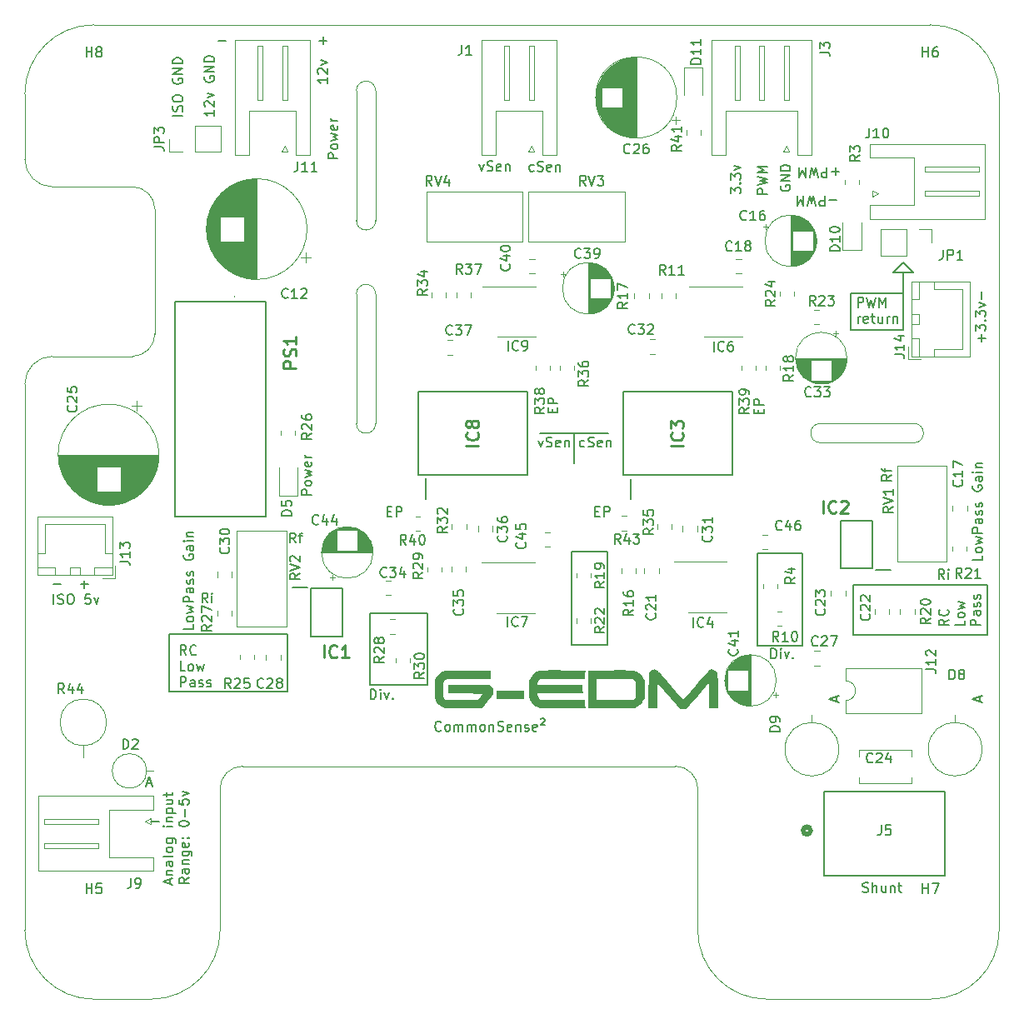
<source format=gto>
G04 #@! TF.GenerationSoftware,KiCad,Pcbnew,7.0.7+dfsg-1*
G04 #@! TF.CreationDate,2024-09-08T18:24:33+02:00*
G04 #@! TF.ProjectId,evo-cube-sensor,65766f2d-6375-4626-952d-73656e736f72,rev?*
G04 #@! TF.SameCoordinates,Original*
G04 #@! TF.FileFunction,Legend,Top*
G04 #@! TF.FilePolarity,Positive*
%FSLAX46Y46*%
G04 Gerber Fmt 4.6, Leading zero omitted, Abs format (unit mm)*
G04 Created by KiCad (PCBNEW 7.0.7+dfsg-1) date 2024-09-08 18:24:33*
%MOMM*%
%LPD*%
G01*
G04 APERTURE LIST*
%ADD10C,0.150000*%
%ADD11C,0.254000*%
%ADD12C,0.120000*%
%ADD13C,0.200000*%
%ADD14C,0.152400*%
%ADD15C,0.508000*%
%ADD16C,0.100000*%
G04 #@! TA.AperFunction,Profile*
%ADD17C,0.100000*%
G04 #@! TD*
G04 APERTURE END LIST*
D10*
X117856000Y-89509600D02*
X131445000Y-89509600D01*
X131445000Y-94538800D01*
X117856000Y-94538800D01*
X117856000Y-89509600D01*
X117576600Y-59817000D02*
X122910600Y-59817000D01*
X122910600Y-63550800D01*
X117576600Y-63550800D01*
X117576600Y-59817000D01*
X122910600Y-56743600D02*
X121894600Y-57759600D01*
X121894600Y-57759600D02*
X122910600Y-57759600D01*
X122910600Y-56743600D02*
X123926600Y-57759600D01*
X85979000Y-74066400D02*
X92913200Y-74066400D01*
X68757800Y-92329000D02*
X74599800Y-92329000D01*
X74599800Y-99644200D01*
X68757800Y-99644200D01*
X68757800Y-92329000D01*
X89230200Y-86128100D02*
X92887800Y-86128100D01*
X92887800Y-95576900D01*
X89230200Y-95576900D01*
X89230200Y-86128100D01*
X108111800Y-86258400D02*
X112658400Y-86258400D01*
X112658400Y-95631000D01*
X108111800Y-95631000D01*
X108111800Y-86258400D01*
X48299050Y-94449900D02*
X60338650Y-94449900D01*
X60338650Y-100279200D01*
X48299050Y-100279200D01*
X48299050Y-94449900D01*
X46438200Y-113487200D02*
X47320200Y-113487200D01*
X89446100Y-77114400D02*
X89446100Y-74066400D01*
X123926600Y-57759600D02*
X122910600Y-57759600D01*
X122910600Y-59817000D02*
X122910600Y-57759600D01*
X79819741Y-46751952D02*
X80057836Y-47418619D01*
X80057836Y-47418619D02*
X80295931Y-46751952D01*
X80629265Y-47371000D02*
X80772122Y-47418619D01*
X80772122Y-47418619D02*
X81010217Y-47418619D01*
X81010217Y-47418619D02*
X81105455Y-47371000D01*
X81105455Y-47371000D02*
X81153074Y-47323380D01*
X81153074Y-47323380D02*
X81200693Y-47228142D01*
X81200693Y-47228142D02*
X81200693Y-47132904D01*
X81200693Y-47132904D02*
X81153074Y-47037666D01*
X81153074Y-47037666D02*
X81105455Y-46990047D01*
X81105455Y-46990047D02*
X81010217Y-46942428D01*
X81010217Y-46942428D02*
X80819741Y-46894809D01*
X80819741Y-46894809D02*
X80724503Y-46847190D01*
X80724503Y-46847190D02*
X80676884Y-46799571D01*
X80676884Y-46799571D02*
X80629265Y-46704333D01*
X80629265Y-46704333D02*
X80629265Y-46609095D01*
X80629265Y-46609095D02*
X80676884Y-46513857D01*
X80676884Y-46513857D02*
X80724503Y-46466238D01*
X80724503Y-46466238D02*
X80819741Y-46418619D01*
X80819741Y-46418619D02*
X81057836Y-46418619D01*
X81057836Y-46418619D02*
X81200693Y-46466238D01*
X82010217Y-47371000D02*
X81914979Y-47418619D01*
X81914979Y-47418619D02*
X81724503Y-47418619D01*
X81724503Y-47418619D02*
X81629265Y-47371000D01*
X81629265Y-47371000D02*
X81581646Y-47275761D01*
X81581646Y-47275761D02*
X81581646Y-46894809D01*
X81581646Y-46894809D02*
X81629265Y-46799571D01*
X81629265Y-46799571D02*
X81724503Y-46751952D01*
X81724503Y-46751952D02*
X81914979Y-46751952D01*
X81914979Y-46751952D02*
X82010217Y-46799571D01*
X82010217Y-46799571D02*
X82057836Y-46894809D01*
X82057836Y-46894809D02*
X82057836Y-46990047D01*
X82057836Y-46990047D02*
X81581646Y-47085285D01*
X82486408Y-46751952D02*
X82486408Y-47418619D01*
X82486408Y-46847190D02*
X82534027Y-46799571D01*
X82534027Y-46799571D02*
X82629265Y-46751952D01*
X82629265Y-46751952D02*
X82772122Y-46751952D01*
X82772122Y-46751952D02*
X82867360Y-46799571D01*
X82867360Y-46799571D02*
X82914979Y-46894809D01*
X82914979Y-46894809D02*
X82914979Y-47418619D01*
X85839541Y-74793552D02*
X86077636Y-75460219D01*
X86077636Y-75460219D02*
X86315731Y-74793552D01*
X86649065Y-75412600D02*
X86791922Y-75460219D01*
X86791922Y-75460219D02*
X87030017Y-75460219D01*
X87030017Y-75460219D02*
X87125255Y-75412600D01*
X87125255Y-75412600D02*
X87172874Y-75364980D01*
X87172874Y-75364980D02*
X87220493Y-75269742D01*
X87220493Y-75269742D02*
X87220493Y-75174504D01*
X87220493Y-75174504D02*
X87172874Y-75079266D01*
X87172874Y-75079266D02*
X87125255Y-75031647D01*
X87125255Y-75031647D02*
X87030017Y-74984028D01*
X87030017Y-74984028D02*
X86839541Y-74936409D01*
X86839541Y-74936409D02*
X86744303Y-74888790D01*
X86744303Y-74888790D02*
X86696684Y-74841171D01*
X86696684Y-74841171D02*
X86649065Y-74745933D01*
X86649065Y-74745933D02*
X86649065Y-74650695D01*
X86649065Y-74650695D02*
X86696684Y-74555457D01*
X86696684Y-74555457D02*
X86744303Y-74507838D01*
X86744303Y-74507838D02*
X86839541Y-74460219D01*
X86839541Y-74460219D02*
X87077636Y-74460219D01*
X87077636Y-74460219D02*
X87220493Y-74507838D01*
X88030017Y-75412600D02*
X87934779Y-75460219D01*
X87934779Y-75460219D02*
X87744303Y-75460219D01*
X87744303Y-75460219D02*
X87649065Y-75412600D01*
X87649065Y-75412600D02*
X87601446Y-75317361D01*
X87601446Y-75317361D02*
X87601446Y-74936409D01*
X87601446Y-74936409D02*
X87649065Y-74841171D01*
X87649065Y-74841171D02*
X87744303Y-74793552D01*
X87744303Y-74793552D02*
X87934779Y-74793552D01*
X87934779Y-74793552D02*
X88030017Y-74841171D01*
X88030017Y-74841171D02*
X88077636Y-74936409D01*
X88077636Y-74936409D02*
X88077636Y-75031647D01*
X88077636Y-75031647D02*
X87601446Y-75126885D01*
X88506208Y-74793552D02*
X88506208Y-75460219D01*
X88506208Y-74888790D02*
X88553827Y-74841171D01*
X88553827Y-74841171D02*
X88649065Y-74793552D01*
X88649065Y-74793552D02*
X88791922Y-74793552D01*
X88791922Y-74793552D02*
X88887160Y-74841171D01*
X88887160Y-74841171D02*
X88934779Y-74936409D01*
X88934779Y-74936409D02*
X88934779Y-75460219D01*
X116401620Y-47450333D02*
X115639716Y-47450333D01*
X116020668Y-47069380D02*
X116020668Y-47831285D01*
X115163525Y-47069380D02*
X115163525Y-48069380D01*
X115163525Y-48069380D02*
X114782573Y-48069380D01*
X114782573Y-48069380D02*
X114687335Y-48021761D01*
X114687335Y-48021761D02*
X114639716Y-47974142D01*
X114639716Y-47974142D02*
X114592097Y-47878904D01*
X114592097Y-47878904D02*
X114592097Y-47736047D01*
X114592097Y-47736047D02*
X114639716Y-47640809D01*
X114639716Y-47640809D02*
X114687335Y-47593190D01*
X114687335Y-47593190D02*
X114782573Y-47545571D01*
X114782573Y-47545571D02*
X115163525Y-47545571D01*
X114258763Y-48069380D02*
X114020668Y-47069380D01*
X114020668Y-47069380D02*
X113830192Y-47783666D01*
X113830192Y-47783666D02*
X113639716Y-47069380D01*
X113639716Y-47069380D02*
X113401621Y-48069380D01*
X113020668Y-47069380D02*
X113020668Y-48069380D01*
X113020668Y-48069380D02*
X112687335Y-47355095D01*
X112687335Y-47355095D02*
X112354002Y-48069380D01*
X112354002Y-48069380D02*
X112354002Y-47069380D01*
X54044620Y-34191533D02*
X53282716Y-34191533D01*
X121739019Y-78288992D02*
X121262828Y-78622325D01*
X121739019Y-78860420D02*
X120739019Y-78860420D01*
X120739019Y-78860420D02*
X120739019Y-78479468D01*
X120739019Y-78479468D02*
X120786638Y-78384230D01*
X120786638Y-78384230D02*
X120834257Y-78336611D01*
X120834257Y-78336611D02*
X120929495Y-78288992D01*
X120929495Y-78288992D02*
X121072352Y-78288992D01*
X121072352Y-78288992D02*
X121167590Y-78336611D01*
X121167590Y-78336611D02*
X121215209Y-78384230D01*
X121215209Y-78384230D02*
X121262828Y-78479468D01*
X121262828Y-78479468D02*
X121262828Y-78860420D01*
X121072352Y-78003277D02*
X121072352Y-77622325D01*
X121739019Y-77860420D02*
X120881876Y-77860420D01*
X120881876Y-77860420D02*
X120786638Y-77812801D01*
X120786638Y-77812801D02*
X120739019Y-77717563D01*
X120739019Y-77717563D02*
X120739019Y-77622325D01*
X64411219Y-37925211D02*
X64411219Y-38496639D01*
X64411219Y-38210925D02*
X63411219Y-38210925D01*
X63411219Y-38210925D02*
X63554076Y-38306163D01*
X63554076Y-38306163D02*
X63649314Y-38401401D01*
X63649314Y-38401401D02*
X63696933Y-38496639D01*
X63506457Y-37544258D02*
X63458838Y-37496639D01*
X63458838Y-37496639D02*
X63411219Y-37401401D01*
X63411219Y-37401401D02*
X63411219Y-37163306D01*
X63411219Y-37163306D02*
X63458838Y-37068068D01*
X63458838Y-37068068D02*
X63506457Y-37020449D01*
X63506457Y-37020449D02*
X63601695Y-36972830D01*
X63601695Y-36972830D02*
X63696933Y-36972830D01*
X63696933Y-36972830D02*
X63839790Y-37020449D01*
X63839790Y-37020449D02*
X64411219Y-37591877D01*
X64411219Y-37591877D02*
X64411219Y-36972830D01*
X63744552Y-36639496D02*
X64411219Y-36401401D01*
X64411219Y-36401401D02*
X63744552Y-36163306D01*
X90528950Y-75412600D02*
X90433712Y-75460219D01*
X90433712Y-75460219D02*
X90243236Y-75460219D01*
X90243236Y-75460219D02*
X90147998Y-75412600D01*
X90147998Y-75412600D02*
X90100379Y-75364980D01*
X90100379Y-75364980D02*
X90052760Y-75269742D01*
X90052760Y-75269742D02*
X90052760Y-74984028D01*
X90052760Y-74984028D02*
X90100379Y-74888790D01*
X90100379Y-74888790D02*
X90147998Y-74841171D01*
X90147998Y-74841171D02*
X90243236Y-74793552D01*
X90243236Y-74793552D02*
X90433712Y-74793552D01*
X90433712Y-74793552D02*
X90528950Y-74841171D01*
X90909903Y-75412600D02*
X91052760Y-75460219D01*
X91052760Y-75460219D02*
X91290855Y-75460219D01*
X91290855Y-75460219D02*
X91386093Y-75412600D01*
X91386093Y-75412600D02*
X91433712Y-75364980D01*
X91433712Y-75364980D02*
X91481331Y-75269742D01*
X91481331Y-75269742D02*
X91481331Y-75174504D01*
X91481331Y-75174504D02*
X91433712Y-75079266D01*
X91433712Y-75079266D02*
X91386093Y-75031647D01*
X91386093Y-75031647D02*
X91290855Y-74984028D01*
X91290855Y-74984028D02*
X91100379Y-74936409D01*
X91100379Y-74936409D02*
X91005141Y-74888790D01*
X91005141Y-74888790D02*
X90957522Y-74841171D01*
X90957522Y-74841171D02*
X90909903Y-74745933D01*
X90909903Y-74745933D02*
X90909903Y-74650695D01*
X90909903Y-74650695D02*
X90957522Y-74555457D01*
X90957522Y-74555457D02*
X91005141Y-74507838D01*
X91005141Y-74507838D02*
X91100379Y-74460219D01*
X91100379Y-74460219D02*
X91338474Y-74460219D01*
X91338474Y-74460219D02*
X91481331Y-74507838D01*
X92290855Y-75412600D02*
X92195617Y-75460219D01*
X92195617Y-75460219D02*
X92005141Y-75460219D01*
X92005141Y-75460219D02*
X91909903Y-75412600D01*
X91909903Y-75412600D02*
X91862284Y-75317361D01*
X91862284Y-75317361D02*
X91862284Y-74936409D01*
X91862284Y-74936409D02*
X91909903Y-74841171D01*
X91909903Y-74841171D02*
X92005141Y-74793552D01*
X92005141Y-74793552D02*
X92195617Y-74793552D01*
X92195617Y-74793552D02*
X92290855Y-74841171D01*
X92290855Y-74841171D02*
X92338474Y-74936409D01*
X92338474Y-74936409D02*
X92338474Y-75031647D01*
X92338474Y-75031647D02*
X91862284Y-75126885D01*
X92767046Y-74793552D02*
X92767046Y-75460219D01*
X92767046Y-74888790D02*
X92814665Y-74841171D01*
X92814665Y-74841171D02*
X92909903Y-74793552D01*
X92909903Y-74793552D02*
X93052760Y-74793552D01*
X93052760Y-74793552D02*
X93147998Y-74841171D01*
X93147998Y-74841171D02*
X93195617Y-74936409D01*
X93195617Y-74936409D02*
X93195617Y-75460219D01*
X118805560Y-120675400D02*
X118948417Y-120723019D01*
X118948417Y-120723019D02*
X119186512Y-120723019D01*
X119186512Y-120723019D02*
X119281750Y-120675400D01*
X119281750Y-120675400D02*
X119329369Y-120627780D01*
X119329369Y-120627780D02*
X119376988Y-120532542D01*
X119376988Y-120532542D02*
X119376988Y-120437304D01*
X119376988Y-120437304D02*
X119329369Y-120342066D01*
X119329369Y-120342066D02*
X119281750Y-120294447D01*
X119281750Y-120294447D02*
X119186512Y-120246828D01*
X119186512Y-120246828D02*
X118996036Y-120199209D01*
X118996036Y-120199209D02*
X118900798Y-120151590D01*
X118900798Y-120151590D02*
X118853179Y-120103971D01*
X118853179Y-120103971D02*
X118805560Y-120008733D01*
X118805560Y-120008733D02*
X118805560Y-119913495D01*
X118805560Y-119913495D02*
X118853179Y-119818257D01*
X118853179Y-119818257D02*
X118900798Y-119770638D01*
X118900798Y-119770638D02*
X118996036Y-119723019D01*
X118996036Y-119723019D02*
X119234131Y-119723019D01*
X119234131Y-119723019D02*
X119376988Y-119770638D01*
X119805560Y-120723019D02*
X119805560Y-119723019D01*
X120234131Y-120723019D02*
X120234131Y-120199209D01*
X120234131Y-120199209D02*
X120186512Y-120103971D01*
X120186512Y-120103971D02*
X120091274Y-120056352D01*
X120091274Y-120056352D02*
X119948417Y-120056352D01*
X119948417Y-120056352D02*
X119853179Y-120103971D01*
X119853179Y-120103971D02*
X119805560Y-120151590D01*
X121138893Y-120056352D02*
X121138893Y-120723019D01*
X120710322Y-120056352D02*
X120710322Y-120580161D01*
X120710322Y-120580161D02*
X120757941Y-120675400D01*
X120757941Y-120675400D02*
X120853179Y-120723019D01*
X120853179Y-120723019D02*
X120996036Y-120723019D01*
X120996036Y-120723019D02*
X121091274Y-120675400D01*
X121091274Y-120675400D02*
X121138893Y-120627780D01*
X121615084Y-120056352D02*
X121615084Y-120723019D01*
X121615084Y-120151590D02*
X121662703Y-120103971D01*
X121662703Y-120103971D02*
X121757941Y-120056352D01*
X121757941Y-120056352D02*
X121900798Y-120056352D01*
X121900798Y-120056352D02*
X121996036Y-120103971D01*
X121996036Y-120103971D02*
X122043655Y-120199209D01*
X122043655Y-120199209D02*
X122043655Y-120723019D01*
X122376989Y-120056352D02*
X122757941Y-120056352D01*
X122519846Y-119723019D02*
X122519846Y-120580161D01*
X122519846Y-120580161D02*
X122567465Y-120675400D01*
X122567465Y-120675400D02*
X122662703Y-120723019D01*
X122662703Y-120723019D02*
X122757941Y-120723019D01*
X130908466Y-64788820D02*
X130908466Y-64026916D01*
X131289419Y-64407868D02*
X130527514Y-64407868D01*
X130289419Y-63645963D02*
X130289419Y-63026916D01*
X130289419Y-63026916D02*
X130670371Y-63360249D01*
X130670371Y-63360249D02*
X130670371Y-63217392D01*
X130670371Y-63217392D02*
X130717990Y-63122154D01*
X130717990Y-63122154D02*
X130765609Y-63074535D01*
X130765609Y-63074535D02*
X130860847Y-63026916D01*
X130860847Y-63026916D02*
X131098942Y-63026916D01*
X131098942Y-63026916D02*
X131194180Y-63074535D01*
X131194180Y-63074535D02*
X131241800Y-63122154D01*
X131241800Y-63122154D02*
X131289419Y-63217392D01*
X131289419Y-63217392D02*
X131289419Y-63503106D01*
X131289419Y-63503106D02*
X131241800Y-63598344D01*
X131241800Y-63598344D02*
X131194180Y-63645963D01*
X131194180Y-62598344D02*
X131241800Y-62550725D01*
X131241800Y-62550725D02*
X131289419Y-62598344D01*
X131289419Y-62598344D02*
X131241800Y-62645963D01*
X131241800Y-62645963D02*
X131194180Y-62598344D01*
X131194180Y-62598344D02*
X131289419Y-62598344D01*
X130289419Y-62217392D02*
X130289419Y-61598345D01*
X130289419Y-61598345D02*
X130670371Y-61931678D01*
X130670371Y-61931678D02*
X130670371Y-61788821D01*
X130670371Y-61788821D02*
X130717990Y-61693583D01*
X130717990Y-61693583D02*
X130765609Y-61645964D01*
X130765609Y-61645964D02*
X130860847Y-61598345D01*
X130860847Y-61598345D02*
X131098942Y-61598345D01*
X131098942Y-61598345D02*
X131194180Y-61645964D01*
X131194180Y-61645964D02*
X131241800Y-61693583D01*
X131241800Y-61693583D02*
X131289419Y-61788821D01*
X131289419Y-61788821D02*
X131289419Y-62074535D01*
X131289419Y-62074535D02*
X131241800Y-62169773D01*
X131241800Y-62169773D02*
X131194180Y-62217392D01*
X130622752Y-61265011D02*
X131289419Y-61026916D01*
X131289419Y-61026916D02*
X130622752Y-60788821D01*
X130908466Y-60407868D02*
X130908466Y-59645964D01*
X109480579Y-96948619D02*
X109480579Y-95948619D01*
X109480579Y-95948619D02*
X109718674Y-95948619D01*
X109718674Y-95948619D02*
X109861531Y-95996238D01*
X109861531Y-95996238D02*
X109956769Y-96091476D01*
X109956769Y-96091476D02*
X110004388Y-96186714D01*
X110004388Y-96186714D02*
X110052007Y-96377190D01*
X110052007Y-96377190D02*
X110052007Y-96520047D01*
X110052007Y-96520047D02*
X110004388Y-96710523D01*
X110004388Y-96710523D02*
X109956769Y-96805761D01*
X109956769Y-96805761D02*
X109861531Y-96901000D01*
X109861531Y-96901000D02*
X109718674Y-96948619D01*
X109718674Y-96948619D02*
X109480579Y-96948619D01*
X110480579Y-96948619D02*
X110480579Y-96281952D01*
X110480579Y-95948619D02*
X110432960Y-95996238D01*
X110432960Y-95996238D02*
X110480579Y-96043857D01*
X110480579Y-96043857D02*
X110528198Y-95996238D01*
X110528198Y-95996238D02*
X110480579Y-95948619D01*
X110480579Y-95948619D02*
X110480579Y-96043857D01*
X110861531Y-96281952D02*
X111099626Y-96948619D01*
X111099626Y-96948619D02*
X111337721Y-96281952D01*
X111718674Y-96853380D02*
X111766293Y-96901000D01*
X111766293Y-96901000D02*
X111718674Y-96948619D01*
X111718674Y-96948619D02*
X111671055Y-96901000D01*
X111671055Y-96901000D02*
X111718674Y-96853380D01*
X111718674Y-96853380D02*
X111718674Y-96948619D01*
X52241607Y-91284419D02*
X51908274Y-90808228D01*
X51670179Y-91284419D02*
X51670179Y-90284419D01*
X51670179Y-90284419D02*
X52051131Y-90284419D01*
X52051131Y-90284419D02*
X52146369Y-90332038D01*
X52146369Y-90332038D02*
X52193988Y-90379657D01*
X52193988Y-90379657D02*
X52241607Y-90474895D01*
X52241607Y-90474895D02*
X52241607Y-90617752D01*
X52241607Y-90617752D02*
X52193988Y-90712990D01*
X52193988Y-90712990D02*
X52146369Y-90760609D01*
X52146369Y-90760609D02*
X52051131Y-90808228D01*
X52051131Y-90808228D02*
X51670179Y-90808228D01*
X52670179Y-91284419D02*
X52670179Y-90617752D01*
X52670179Y-90284419D02*
X52622560Y-90332038D01*
X52622560Y-90332038D02*
X52670179Y-90379657D01*
X52670179Y-90379657D02*
X52717798Y-90332038D01*
X52717798Y-90332038D02*
X52670179Y-90284419D01*
X52670179Y-90284419D02*
X52670179Y-90379657D01*
X65452619Y-46145220D02*
X64452619Y-46145220D01*
X64452619Y-46145220D02*
X64452619Y-45764268D01*
X64452619Y-45764268D02*
X64500238Y-45669030D01*
X64500238Y-45669030D02*
X64547857Y-45621411D01*
X64547857Y-45621411D02*
X64643095Y-45573792D01*
X64643095Y-45573792D02*
X64785952Y-45573792D01*
X64785952Y-45573792D02*
X64881190Y-45621411D01*
X64881190Y-45621411D02*
X64928809Y-45669030D01*
X64928809Y-45669030D02*
X64976428Y-45764268D01*
X64976428Y-45764268D02*
X64976428Y-46145220D01*
X65452619Y-45002363D02*
X65405000Y-45097601D01*
X65405000Y-45097601D02*
X65357380Y-45145220D01*
X65357380Y-45145220D02*
X65262142Y-45192839D01*
X65262142Y-45192839D02*
X64976428Y-45192839D01*
X64976428Y-45192839D02*
X64881190Y-45145220D01*
X64881190Y-45145220D02*
X64833571Y-45097601D01*
X64833571Y-45097601D02*
X64785952Y-45002363D01*
X64785952Y-45002363D02*
X64785952Y-44859506D01*
X64785952Y-44859506D02*
X64833571Y-44764268D01*
X64833571Y-44764268D02*
X64881190Y-44716649D01*
X64881190Y-44716649D02*
X64976428Y-44669030D01*
X64976428Y-44669030D02*
X65262142Y-44669030D01*
X65262142Y-44669030D02*
X65357380Y-44716649D01*
X65357380Y-44716649D02*
X65405000Y-44764268D01*
X65405000Y-44764268D02*
X65452619Y-44859506D01*
X65452619Y-44859506D02*
X65452619Y-45002363D01*
X64785952Y-44335696D02*
X65452619Y-44145220D01*
X65452619Y-44145220D02*
X64976428Y-43954744D01*
X64976428Y-43954744D02*
X65452619Y-43764268D01*
X65452619Y-43764268D02*
X64785952Y-43573792D01*
X65405000Y-42811887D02*
X65452619Y-42907125D01*
X65452619Y-42907125D02*
X65452619Y-43097601D01*
X65452619Y-43097601D02*
X65405000Y-43192839D01*
X65405000Y-43192839D02*
X65309761Y-43240458D01*
X65309761Y-43240458D02*
X64928809Y-43240458D01*
X64928809Y-43240458D02*
X64833571Y-43192839D01*
X64833571Y-43192839D02*
X64785952Y-43097601D01*
X64785952Y-43097601D02*
X64785952Y-42907125D01*
X64785952Y-42907125D02*
X64833571Y-42811887D01*
X64833571Y-42811887D02*
X64928809Y-42764268D01*
X64928809Y-42764268D02*
X65024047Y-42764268D01*
X65024047Y-42764268D02*
X65119285Y-43240458D01*
X65452619Y-42335696D02*
X64785952Y-42335696D01*
X64976428Y-42335696D02*
X64881190Y-42288077D01*
X64881190Y-42288077D02*
X64833571Y-42240458D01*
X64833571Y-42240458D02*
X64785952Y-42145220D01*
X64785952Y-42145220D02*
X64785952Y-42049982D01*
X118319779Y-61251819D02*
X118319779Y-60251819D01*
X118319779Y-60251819D02*
X118700731Y-60251819D01*
X118700731Y-60251819D02*
X118795969Y-60299438D01*
X118795969Y-60299438D02*
X118843588Y-60347057D01*
X118843588Y-60347057D02*
X118891207Y-60442295D01*
X118891207Y-60442295D02*
X118891207Y-60585152D01*
X118891207Y-60585152D02*
X118843588Y-60680390D01*
X118843588Y-60680390D02*
X118795969Y-60728009D01*
X118795969Y-60728009D02*
X118700731Y-60775628D01*
X118700731Y-60775628D02*
X118319779Y-60775628D01*
X119224541Y-60251819D02*
X119462636Y-61251819D01*
X119462636Y-61251819D02*
X119653112Y-60537533D01*
X119653112Y-60537533D02*
X119843588Y-61251819D01*
X119843588Y-61251819D02*
X120081684Y-60251819D01*
X120462636Y-61251819D02*
X120462636Y-60251819D01*
X120462636Y-60251819D02*
X120795969Y-60966104D01*
X120795969Y-60966104D02*
X121129302Y-60251819D01*
X121129302Y-60251819D02*
X121129302Y-61251819D01*
X118319779Y-62861819D02*
X118319779Y-62195152D01*
X118319779Y-62385628D02*
X118367398Y-62290390D01*
X118367398Y-62290390D02*
X118415017Y-62242771D01*
X118415017Y-62242771D02*
X118510255Y-62195152D01*
X118510255Y-62195152D02*
X118605493Y-62195152D01*
X119319779Y-62814200D02*
X119224541Y-62861819D01*
X119224541Y-62861819D02*
X119034065Y-62861819D01*
X119034065Y-62861819D02*
X118938827Y-62814200D01*
X118938827Y-62814200D02*
X118891208Y-62718961D01*
X118891208Y-62718961D02*
X118891208Y-62338009D01*
X118891208Y-62338009D02*
X118938827Y-62242771D01*
X118938827Y-62242771D02*
X119034065Y-62195152D01*
X119034065Y-62195152D02*
X119224541Y-62195152D01*
X119224541Y-62195152D02*
X119319779Y-62242771D01*
X119319779Y-62242771D02*
X119367398Y-62338009D01*
X119367398Y-62338009D02*
X119367398Y-62433247D01*
X119367398Y-62433247D02*
X118891208Y-62528485D01*
X119653113Y-62195152D02*
X120034065Y-62195152D01*
X119795970Y-61861819D02*
X119795970Y-62718961D01*
X119795970Y-62718961D02*
X119843589Y-62814200D01*
X119843589Y-62814200D02*
X119938827Y-62861819D01*
X119938827Y-62861819D02*
X120034065Y-62861819D01*
X120795970Y-62195152D02*
X120795970Y-62861819D01*
X120367399Y-62195152D02*
X120367399Y-62718961D01*
X120367399Y-62718961D02*
X120415018Y-62814200D01*
X120415018Y-62814200D02*
X120510256Y-62861819D01*
X120510256Y-62861819D02*
X120653113Y-62861819D01*
X120653113Y-62861819D02*
X120748351Y-62814200D01*
X120748351Y-62814200D02*
X120795970Y-62766580D01*
X121272161Y-62861819D02*
X121272161Y-62195152D01*
X121272161Y-62385628D02*
X121319780Y-62290390D01*
X121319780Y-62290390D02*
X121367399Y-62242771D01*
X121367399Y-62242771D02*
X121462637Y-62195152D01*
X121462637Y-62195152D02*
X121557875Y-62195152D01*
X121891209Y-62195152D02*
X121891209Y-62861819D01*
X121891209Y-62290390D02*
X121938828Y-62242771D01*
X121938828Y-62242771D02*
X122034066Y-62195152D01*
X122034066Y-62195152D02*
X122176923Y-62195152D01*
X122176923Y-62195152D02*
X122272161Y-62242771D01*
X122272161Y-62242771D02*
X122319780Y-62338009D01*
X122319780Y-62338009D02*
X122319780Y-62861819D01*
X91624379Y-81997609D02*
X91957712Y-81997609D01*
X92100569Y-82521419D02*
X91624379Y-82521419D01*
X91624379Y-82521419D02*
X91624379Y-81521419D01*
X91624379Y-81521419D02*
X92100569Y-81521419D01*
X92529141Y-82521419D02*
X92529141Y-81521419D01*
X92529141Y-81521419D02*
X92910093Y-81521419D01*
X92910093Y-81521419D02*
X93005331Y-81569038D01*
X93005331Y-81569038D02*
X93052950Y-81616657D01*
X93052950Y-81616657D02*
X93100569Y-81711895D01*
X93100569Y-81711895D02*
X93100569Y-81854752D01*
X93100569Y-81854752D02*
X93052950Y-81949990D01*
X93052950Y-81949990D02*
X93005331Y-81997609D01*
X93005331Y-81997609D02*
X92910093Y-82045228D01*
X92910093Y-82045228D02*
X92529141Y-82045228D01*
X108210409Y-72053220D02*
X108210409Y-71719887D01*
X108734219Y-71577030D02*
X108734219Y-72053220D01*
X108734219Y-72053220D02*
X107734219Y-72053220D01*
X107734219Y-72053220D02*
X107734219Y-71577030D01*
X108734219Y-71148458D02*
X107734219Y-71148458D01*
X107734219Y-71148458D02*
X107734219Y-70767506D01*
X107734219Y-70767506D02*
X107781838Y-70672268D01*
X107781838Y-70672268D02*
X107829457Y-70624649D01*
X107829457Y-70624649D02*
X107924695Y-70577030D01*
X107924695Y-70577030D02*
X108067552Y-70577030D01*
X108067552Y-70577030D02*
X108162790Y-70624649D01*
X108162790Y-70624649D02*
X108210409Y-70672268D01*
X108210409Y-70672268D02*
X108258028Y-70767506D01*
X108258028Y-70767506D02*
X108258028Y-71148458D01*
X62785619Y-80333620D02*
X61785619Y-80333620D01*
X61785619Y-80333620D02*
X61785619Y-79952668D01*
X61785619Y-79952668D02*
X61833238Y-79857430D01*
X61833238Y-79857430D02*
X61880857Y-79809811D01*
X61880857Y-79809811D02*
X61976095Y-79762192D01*
X61976095Y-79762192D02*
X62118952Y-79762192D01*
X62118952Y-79762192D02*
X62214190Y-79809811D01*
X62214190Y-79809811D02*
X62261809Y-79857430D01*
X62261809Y-79857430D02*
X62309428Y-79952668D01*
X62309428Y-79952668D02*
X62309428Y-80333620D01*
X62785619Y-79190763D02*
X62738000Y-79286001D01*
X62738000Y-79286001D02*
X62690380Y-79333620D01*
X62690380Y-79333620D02*
X62595142Y-79381239D01*
X62595142Y-79381239D02*
X62309428Y-79381239D01*
X62309428Y-79381239D02*
X62214190Y-79333620D01*
X62214190Y-79333620D02*
X62166571Y-79286001D01*
X62166571Y-79286001D02*
X62118952Y-79190763D01*
X62118952Y-79190763D02*
X62118952Y-79047906D01*
X62118952Y-79047906D02*
X62166571Y-78952668D01*
X62166571Y-78952668D02*
X62214190Y-78905049D01*
X62214190Y-78905049D02*
X62309428Y-78857430D01*
X62309428Y-78857430D02*
X62595142Y-78857430D01*
X62595142Y-78857430D02*
X62690380Y-78905049D01*
X62690380Y-78905049D02*
X62738000Y-78952668D01*
X62738000Y-78952668D02*
X62785619Y-79047906D01*
X62785619Y-79047906D02*
X62785619Y-79190763D01*
X62118952Y-78524096D02*
X62785619Y-78333620D01*
X62785619Y-78333620D02*
X62309428Y-78143144D01*
X62309428Y-78143144D02*
X62785619Y-77952668D01*
X62785619Y-77952668D02*
X62118952Y-77762192D01*
X62738000Y-77000287D02*
X62785619Y-77095525D01*
X62785619Y-77095525D02*
X62785619Y-77286001D01*
X62785619Y-77286001D02*
X62738000Y-77381239D01*
X62738000Y-77381239D02*
X62642761Y-77428858D01*
X62642761Y-77428858D02*
X62261809Y-77428858D01*
X62261809Y-77428858D02*
X62166571Y-77381239D01*
X62166571Y-77381239D02*
X62118952Y-77286001D01*
X62118952Y-77286001D02*
X62118952Y-77095525D01*
X62118952Y-77095525D02*
X62166571Y-77000287D01*
X62166571Y-77000287D02*
X62261809Y-76952668D01*
X62261809Y-76952668D02*
X62357047Y-76952668D01*
X62357047Y-76952668D02*
X62452285Y-77428858D01*
X62785619Y-76524096D02*
X62118952Y-76524096D01*
X62309428Y-76524096D02*
X62214190Y-76476477D01*
X62214190Y-76476477D02*
X62166571Y-76428858D01*
X62166571Y-76428858D02*
X62118952Y-76333620D01*
X62118952Y-76333620D02*
X62118952Y-76238382D01*
X68789779Y-101088819D02*
X68789779Y-100088819D01*
X68789779Y-100088819D02*
X69027874Y-100088819D01*
X69027874Y-100088819D02*
X69170731Y-100136438D01*
X69170731Y-100136438D02*
X69265969Y-100231676D01*
X69265969Y-100231676D02*
X69313588Y-100326914D01*
X69313588Y-100326914D02*
X69361207Y-100517390D01*
X69361207Y-100517390D02*
X69361207Y-100660247D01*
X69361207Y-100660247D02*
X69313588Y-100850723D01*
X69313588Y-100850723D02*
X69265969Y-100945961D01*
X69265969Y-100945961D02*
X69170731Y-101041200D01*
X69170731Y-101041200D02*
X69027874Y-101088819D01*
X69027874Y-101088819D02*
X68789779Y-101088819D01*
X69789779Y-101088819D02*
X69789779Y-100422152D01*
X69789779Y-100088819D02*
X69742160Y-100136438D01*
X69742160Y-100136438D02*
X69789779Y-100184057D01*
X69789779Y-100184057D02*
X69837398Y-100136438D01*
X69837398Y-100136438D02*
X69789779Y-100088819D01*
X69789779Y-100088819D02*
X69789779Y-100184057D01*
X70170731Y-100422152D02*
X70408826Y-101088819D01*
X70408826Y-101088819D02*
X70646921Y-100422152D01*
X71027874Y-100993580D02*
X71075493Y-101041200D01*
X71075493Y-101041200D02*
X71027874Y-101088819D01*
X71027874Y-101088819D02*
X70980255Y-101041200D01*
X70980255Y-101041200D02*
X71027874Y-100993580D01*
X71027874Y-100993580D02*
X71027874Y-101088819D01*
X75965207Y-104244780D02*
X75917588Y-104292400D01*
X75917588Y-104292400D02*
X75774731Y-104340019D01*
X75774731Y-104340019D02*
X75679493Y-104340019D01*
X75679493Y-104340019D02*
X75536636Y-104292400D01*
X75536636Y-104292400D02*
X75441398Y-104197161D01*
X75441398Y-104197161D02*
X75393779Y-104101923D01*
X75393779Y-104101923D02*
X75346160Y-103911447D01*
X75346160Y-103911447D02*
X75346160Y-103768590D01*
X75346160Y-103768590D02*
X75393779Y-103578114D01*
X75393779Y-103578114D02*
X75441398Y-103482876D01*
X75441398Y-103482876D02*
X75536636Y-103387638D01*
X75536636Y-103387638D02*
X75679493Y-103340019D01*
X75679493Y-103340019D02*
X75774731Y-103340019D01*
X75774731Y-103340019D02*
X75917588Y-103387638D01*
X75917588Y-103387638D02*
X75965207Y-103435257D01*
X76536636Y-104340019D02*
X76441398Y-104292400D01*
X76441398Y-104292400D02*
X76393779Y-104244780D01*
X76393779Y-104244780D02*
X76346160Y-104149542D01*
X76346160Y-104149542D02*
X76346160Y-103863828D01*
X76346160Y-103863828D02*
X76393779Y-103768590D01*
X76393779Y-103768590D02*
X76441398Y-103720971D01*
X76441398Y-103720971D02*
X76536636Y-103673352D01*
X76536636Y-103673352D02*
X76679493Y-103673352D01*
X76679493Y-103673352D02*
X76774731Y-103720971D01*
X76774731Y-103720971D02*
X76822350Y-103768590D01*
X76822350Y-103768590D02*
X76869969Y-103863828D01*
X76869969Y-103863828D02*
X76869969Y-104149542D01*
X76869969Y-104149542D02*
X76822350Y-104244780D01*
X76822350Y-104244780D02*
X76774731Y-104292400D01*
X76774731Y-104292400D02*
X76679493Y-104340019D01*
X76679493Y-104340019D02*
X76536636Y-104340019D01*
X77298541Y-104340019D02*
X77298541Y-103673352D01*
X77298541Y-103768590D02*
X77346160Y-103720971D01*
X77346160Y-103720971D02*
X77441398Y-103673352D01*
X77441398Y-103673352D02*
X77584255Y-103673352D01*
X77584255Y-103673352D02*
X77679493Y-103720971D01*
X77679493Y-103720971D02*
X77727112Y-103816209D01*
X77727112Y-103816209D02*
X77727112Y-104340019D01*
X77727112Y-103816209D02*
X77774731Y-103720971D01*
X77774731Y-103720971D02*
X77869969Y-103673352D01*
X77869969Y-103673352D02*
X78012826Y-103673352D01*
X78012826Y-103673352D02*
X78108065Y-103720971D01*
X78108065Y-103720971D02*
X78155684Y-103816209D01*
X78155684Y-103816209D02*
X78155684Y-104340019D01*
X78631874Y-104340019D02*
X78631874Y-103673352D01*
X78631874Y-103768590D02*
X78679493Y-103720971D01*
X78679493Y-103720971D02*
X78774731Y-103673352D01*
X78774731Y-103673352D02*
X78917588Y-103673352D01*
X78917588Y-103673352D02*
X79012826Y-103720971D01*
X79012826Y-103720971D02*
X79060445Y-103816209D01*
X79060445Y-103816209D02*
X79060445Y-104340019D01*
X79060445Y-103816209D02*
X79108064Y-103720971D01*
X79108064Y-103720971D02*
X79203302Y-103673352D01*
X79203302Y-103673352D02*
X79346159Y-103673352D01*
X79346159Y-103673352D02*
X79441398Y-103720971D01*
X79441398Y-103720971D02*
X79489017Y-103816209D01*
X79489017Y-103816209D02*
X79489017Y-104340019D01*
X80108064Y-104340019D02*
X80012826Y-104292400D01*
X80012826Y-104292400D02*
X79965207Y-104244780D01*
X79965207Y-104244780D02*
X79917588Y-104149542D01*
X79917588Y-104149542D02*
X79917588Y-103863828D01*
X79917588Y-103863828D02*
X79965207Y-103768590D01*
X79965207Y-103768590D02*
X80012826Y-103720971D01*
X80012826Y-103720971D02*
X80108064Y-103673352D01*
X80108064Y-103673352D02*
X80250921Y-103673352D01*
X80250921Y-103673352D02*
X80346159Y-103720971D01*
X80346159Y-103720971D02*
X80393778Y-103768590D01*
X80393778Y-103768590D02*
X80441397Y-103863828D01*
X80441397Y-103863828D02*
X80441397Y-104149542D01*
X80441397Y-104149542D02*
X80393778Y-104244780D01*
X80393778Y-104244780D02*
X80346159Y-104292400D01*
X80346159Y-104292400D02*
X80250921Y-104340019D01*
X80250921Y-104340019D02*
X80108064Y-104340019D01*
X80869969Y-103673352D02*
X80869969Y-104340019D01*
X80869969Y-103768590D02*
X80917588Y-103720971D01*
X80917588Y-103720971D02*
X81012826Y-103673352D01*
X81012826Y-103673352D02*
X81155683Y-103673352D01*
X81155683Y-103673352D02*
X81250921Y-103720971D01*
X81250921Y-103720971D02*
X81298540Y-103816209D01*
X81298540Y-103816209D02*
X81298540Y-104340019D01*
X81727112Y-104292400D02*
X81869969Y-104340019D01*
X81869969Y-104340019D02*
X82108064Y-104340019D01*
X82108064Y-104340019D02*
X82203302Y-104292400D01*
X82203302Y-104292400D02*
X82250921Y-104244780D01*
X82250921Y-104244780D02*
X82298540Y-104149542D01*
X82298540Y-104149542D02*
X82298540Y-104054304D01*
X82298540Y-104054304D02*
X82250921Y-103959066D01*
X82250921Y-103959066D02*
X82203302Y-103911447D01*
X82203302Y-103911447D02*
X82108064Y-103863828D01*
X82108064Y-103863828D02*
X81917588Y-103816209D01*
X81917588Y-103816209D02*
X81822350Y-103768590D01*
X81822350Y-103768590D02*
X81774731Y-103720971D01*
X81774731Y-103720971D02*
X81727112Y-103625733D01*
X81727112Y-103625733D02*
X81727112Y-103530495D01*
X81727112Y-103530495D02*
X81774731Y-103435257D01*
X81774731Y-103435257D02*
X81822350Y-103387638D01*
X81822350Y-103387638D02*
X81917588Y-103340019D01*
X81917588Y-103340019D02*
X82155683Y-103340019D01*
X82155683Y-103340019D02*
X82298540Y-103387638D01*
X83108064Y-104292400D02*
X83012826Y-104340019D01*
X83012826Y-104340019D02*
X82822350Y-104340019D01*
X82822350Y-104340019D02*
X82727112Y-104292400D01*
X82727112Y-104292400D02*
X82679493Y-104197161D01*
X82679493Y-104197161D02*
X82679493Y-103816209D01*
X82679493Y-103816209D02*
X82727112Y-103720971D01*
X82727112Y-103720971D02*
X82822350Y-103673352D01*
X82822350Y-103673352D02*
X83012826Y-103673352D01*
X83012826Y-103673352D02*
X83108064Y-103720971D01*
X83108064Y-103720971D02*
X83155683Y-103816209D01*
X83155683Y-103816209D02*
X83155683Y-103911447D01*
X83155683Y-103911447D02*
X82679493Y-104006685D01*
X83584255Y-103673352D02*
X83584255Y-104340019D01*
X83584255Y-103768590D02*
X83631874Y-103720971D01*
X83631874Y-103720971D02*
X83727112Y-103673352D01*
X83727112Y-103673352D02*
X83869969Y-103673352D01*
X83869969Y-103673352D02*
X83965207Y-103720971D01*
X83965207Y-103720971D02*
X84012826Y-103816209D01*
X84012826Y-103816209D02*
X84012826Y-104340019D01*
X84441398Y-104292400D02*
X84536636Y-104340019D01*
X84536636Y-104340019D02*
X84727112Y-104340019D01*
X84727112Y-104340019D02*
X84822350Y-104292400D01*
X84822350Y-104292400D02*
X84869969Y-104197161D01*
X84869969Y-104197161D02*
X84869969Y-104149542D01*
X84869969Y-104149542D02*
X84822350Y-104054304D01*
X84822350Y-104054304D02*
X84727112Y-104006685D01*
X84727112Y-104006685D02*
X84584255Y-104006685D01*
X84584255Y-104006685D02*
X84489017Y-103959066D01*
X84489017Y-103959066D02*
X84441398Y-103863828D01*
X84441398Y-103863828D02*
X84441398Y-103816209D01*
X84441398Y-103816209D02*
X84489017Y-103720971D01*
X84489017Y-103720971D02*
X84584255Y-103673352D01*
X84584255Y-103673352D02*
X84727112Y-103673352D01*
X84727112Y-103673352D02*
X84822350Y-103720971D01*
X85679493Y-104292400D02*
X85584255Y-104340019D01*
X85584255Y-104340019D02*
X85393779Y-104340019D01*
X85393779Y-104340019D02*
X85298541Y-104292400D01*
X85298541Y-104292400D02*
X85250922Y-104197161D01*
X85250922Y-104197161D02*
X85250922Y-103816209D01*
X85250922Y-103816209D02*
X85298541Y-103720971D01*
X85298541Y-103720971D02*
X85393779Y-103673352D01*
X85393779Y-103673352D02*
X85584255Y-103673352D01*
X85584255Y-103673352D02*
X85679493Y-103720971D01*
X85679493Y-103720971D02*
X85727112Y-103816209D01*
X85727112Y-103816209D02*
X85727112Y-103911447D01*
X85727112Y-103911447D02*
X85250922Y-104006685D01*
X86108065Y-103101923D02*
X86203303Y-103054304D01*
X86203303Y-103054304D02*
X86346160Y-103054304D01*
X86346160Y-103054304D02*
X86441398Y-103101923D01*
X86441398Y-103101923D02*
X86489017Y-103197161D01*
X86489017Y-103197161D02*
X86489017Y-103292400D01*
X86489017Y-103292400D02*
X86441398Y-103387638D01*
X86441398Y-103387638D02*
X86108065Y-103720971D01*
X86108065Y-103720971D02*
X86489017Y-103720971D01*
X61182407Y-85188419D02*
X60849074Y-84712228D01*
X60610979Y-85188419D02*
X60610979Y-84188419D01*
X60610979Y-84188419D02*
X60991931Y-84188419D01*
X60991931Y-84188419D02*
X61087169Y-84236038D01*
X61087169Y-84236038D02*
X61134788Y-84283657D01*
X61134788Y-84283657D02*
X61182407Y-84378895D01*
X61182407Y-84378895D02*
X61182407Y-84521752D01*
X61182407Y-84521752D02*
X61134788Y-84616990D01*
X61134788Y-84616990D02*
X61087169Y-84664609D01*
X61087169Y-84664609D02*
X60991931Y-84712228D01*
X60991931Y-84712228D02*
X60610979Y-84712228D01*
X61468122Y-84521752D02*
X61849074Y-84521752D01*
X61610979Y-85188419D02*
X61610979Y-84331276D01*
X61610979Y-84331276D02*
X61658598Y-84236038D01*
X61658598Y-84236038D02*
X61753836Y-84188419D01*
X61753836Y-84188419D02*
X61849074Y-84188419D01*
X127536019Y-92995592D02*
X127059828Y-93328925D01*
X127536019Y-93567020D02*
X126536019Y-93567020D01*
X126536019Y-93567020D02*
X126536019Y-93186068D01*
X126536019Y-93186068D02*
X126583638Y-93090830D01*
X126583638Y-93090830D02*
X126631257Y-93043211D01*
X126631257Y-93043211D02*
X126726495Y-92995592D01*
X126726495Y-92995592D02*
X126869352Y-92995592D01*
X126869352Y-92995592D02*
X126964590Y-93043211D01*
X126964590Y-93043211D02*
X127012209Y-93090830D01*
X127012209Y-93090830D02*
X127059828Y-93186068D01*
X127059828Y-93186068D02*
X127059828Y-93567020D01*
X127440780Y-91995592D02*
X127488400Y-92043211D01*
X127488400Y-92043211D02*
X127536019Y-92186068D01*
X127536019Y-92186068D02*
X127536019Y-92281306D01*
X127536019Y-92281306D02*
X127488400Y-92424163D01*
X127488400Y-92424163D02*
X127393161Y-92519401D01*
X127393161Y-92519401D02*
X127297923Y-92567020D01*
X127297923Y-92567020D02*
X127107447Y-92614639D01*
X127107447Y-92614639D02*
X126964590Y-92614639D01*
X126964590Y-92614639D02*
X126774114Y-92567020D01*
X126774114Y-92567020D02*
X126678876Y-92519401D01*
X126678876Y-92519401D02*
X126583638Y-92424163D01*
X126583638Y-92424163D02*
X126536019Y-92281306D01*
X126536019Y-92281306D02*
X126536019Y-92186068D01*
X126536019Y-92186068D02*
X126583638Y-92043211D01*
X126583638Y-92043211D02*
X126631257Y-91995592D01*
X129146019Y-93090830D02*
X129146019Y-93567020D01*
X129146019Y-93567020D02*
X128146019Y-93567020D01*
X129146019Y-92614639D02*
X129098400Y-92709877D01*
X129098400Y-92709877D02*
X129050780Y-92757496D01*
X129050780Y-92757496D02*
X128955542Y-92805115D01*
X128955542Y-92805115D02*
X128669828Y-92805115D01*
X128669828Y-92805115D02*
X128574590Y-92757496D01*
X128574590Y-92757496D02*
X128526971Y-92709877D01*
X128526971Y-92709877D02*
X128479352Y-92614639D01*
X128479352Y-92614639D02*
X128479352Y-92471782D01*
X128479352Y-92471782D02*
X128526971Y-92376544D01*
X128526971Y-92376544D02*
X128574590Y-92328925D01*
X128574590Y-92328925D02*
X128669828Y-92281306D01*
X128669828Y-92281306D02*
X128955542Y-92281306D01*
X128955542Y-92281306D02*
X129050780Y-92328925D01*
X129050780Y-92328925D02*
X129098400Y-92376544D01*
X129098400Y-92376544D02*
X129146019Y-92471782D01*
X129146019Y-92471782D02*
X129146019Y-92614639D01*
X128479352Y-91947972D02*
X129146019Y-91757496D01*
X129146019Y-91757496D02*
X128669828Y-91567020D01*
X128669828Y-91567020D02*
X129146019Y-91376544D01*
X129146019Y-91376544D02*
X128479352Y-91186068D01*
X130756019Y-93567020D02*
X129756019Y-93567020D01*
X129756019Y-93567020D02*
X129756019Y-93186068D01*
X129756019Y-93186068D02*
X129803638Y-93090830D01*
X129803638Y-93090830D02*
X129851257Y-93043211D01*
X129851257Y-93043211D02*
X129946495Y-92995592D01*
X129946495Y-92995592D02*
X130089352Y-92995592D01*
X130089352Y-92995592D02*
X130184590Y-93043211D01*
X130184590Y-93043211D02*
X130232209Y-93090830D01*
X130232209Y-93090830D02*
X130279828Y-93186068D01*
X130279828Y-93186068D02*
X130279828Y-93567020D01*
X130756019Y-92138449D02*
X130232209Y-92138449D01*
X130232209Y-92138449D02*
X130136971Y-92186068D01*
X130136971Y-92186068D02*
X130089352Y-92281306D01*
X130089352Y-92281306D02*
X130089352Y-92471782D01*
X130089352Y-92471782D02*
X130136971Y-92567020D01*
X130708400Y-92138449D02*
X130756019Y-92233687D01*
X130756019Y-92233687D02*
X130756019Y-92471782D01*
X130756019Y-92471782D02*
X130708400Y-92567020D01*
X130708400Y-92567020D02*
X130613161Y-92614639D01*
X130613161Y-92614639D02*
X130517923Y-92614639D01*
X130517923Y-92614639D02*
X130422685Y-92567020D01*
X130422685Y-92567020D02*
X130375066Y-92471782D01*
X130375066Y-92471782D02*
X130375066Y-92233687D01*
X130375066Y-92233687D02*
X130327447Y-92138449D01*
X130708400Y-91709877D02*
X130756019Y-91614639D01*
X130756019Y-91614639D02*
X130756019Y-91424163D01*
X130756019Y-91424163D02*
X130708400Y-91328925D01*
X130708400Y-91328925D02*
X130613161Y-91281306D01*
X130613161Y-91281306D02*
X130565542Y-91281306D01*
X130565542Y-91281306D02*
X130470304Y-91328925D01*
X130470304Y-91328925D02*
X130422685Y-91424163D01*
X130422685Y-91424163D02*
X130422685Y-91567020D01*
X130422685Y-91567020D02*
X130375066Y-91662258D01*
X130375066Y-91662258D02*
X130279828Y-91709877D01*
X130279828Y-91709877D02*
X130232209Y-91709877D01*
X130232209Y-91709877D02*
X130136971Y-91662258D01*
X130136971Y-91662258D02*
X130089352Y-91567020D01*
X130089352Y-91567020D02*
X130089352Y-91424163D01*
X130089352Y-91424163D02*
X130136971Y-91328925D01*
X130708400Y-90900353D02*
X130756019Y-90805115D01*
X130756019Y-90805115D02*
X130756019Y-90614639D01*
X130756019Y-90614639D02*
X130708400Y-90519401D01*
X130708400Y-90519401D02*
X130613161Y-90471782D01*
X130613161Y-90471782D02*
X130565542Y-90471782D01*
X130565542Y-90471782D02*
X130470304Y-90519401D01*
X130470304Y-90519401D02*
X130422685Y-90614639D01*
X130422685Y-90614639D02*
X130422685Y-90757496D01*
X130422685Y-90757496D02*
X130375066Y-90852734D01*
X130375066Y-90852734D02*
X130279828Y-90900353D01*
X130279828Y-90900353D02*
X130232209Y-90900353D01*
X130232209Y-90900353D02*
X130136971Y-90852734D01*
X130136971Y-90852734D02*
X130089352Y-90757496D01*
X130089352Y-90757496D02*
X130089352Y-90614639D01*
X130089352Y-90614639D02*
X130136971Y-90519401D01*
X87280809Y-71951620D02*
X87280809Y-71618287D01*
X87804619Y-71475430D02*
X87804619Y-71951620D01*
X87804619Y-71951620D02*
X86804619Y-71951620D01*
X86804619Y-71951620D02*
X86804619Y-71475430D01*
X87804619Y-71046858D02*
X86804619Y-71046858D01*
X86804619Y-71046858D02*
X86804619Y-70665906D01*
X86804619Y-70665906D02*
X86852238Y-70570668D01*
X86852238Y-70570668D02*
X86899857Y-70523049D01*
X86899857Y-70523049D02*
X86995095Y-70475430D01*
X86995095Y-70475430D02*
X87137952Y-70475430D01*
X87137952Y-70475430D02*
X87233190Y-70523049D01*
X87233190Y-70523049D02*
X87280809Y-70570668D01*
X87280809Y-70570668D02*
X87328428Y-70665906D01*
X87328428Y-70665906D02*
X87328428Y-71046858D01*
X48418504Y-119827439D02*
X48418504Y-119351249D01*
X48704219Y-119922677D02*
X47704219Y-119589344D01*
X47704219Y-119589344D02*
X48704219Y-119256011D01*
X48037552Y-118922677D02*
X48704219Y-118922677D01*
X48132790Y-118922677D02*
X48085171Y-118875058D01*
X48085171Y-118875058D02*
X48037552Y-118779820D01*
X48037552Y-118779820D02*
X48037552Y-118636963D01*
X48037552Y-118636963D02*
X48085171Y-118541725D01*
X48085171Y-118541725D02*
X48180409Y-118494106D01*
X48180409Y-118494106D02*
X48704219Y-118494106D01*
X48704219Y-117589344D02*
X48180409Y-117589344D01*
X48180409Y-117589344D02*
X48085171Y-117636963D01*
X48085171Y-117636963D02*
X48037552Y-117732201D01*
X48037552Y-117732201D02*
X48037552Y-117922677D01*
X48037552Y-117922677D02*
X48085171Y-118017915D01*
X48656600Y-117589344D02*
X48704219Y-117684582D01*
X48704219Y-117684582D02*
X48704219Y-117922677D01*
X48704219Y-117922677D02*
X48656600Y-118017915D01*
X48656600Y-118017915D02*
X48561361Y-118065534D01*
X48561361Y-118065534D02*
X48466123Y-118065534D01*
X48466123Y-118065534D02*
X48370885Y-118017915D01*
X48370885Y-118017915D02*
X48323266Y-117922677D01*
X48323266Y-117922677D02*
X48323266Y-117684582D01*
X48323266Y-117684582D02*
X48275647Y-117589344D01*
X48704219Y-116970296D02*
X48656600Y-117065534D01*
X48656600Y-117065534D02*
X48561361Y-117113153D01*
X48561361Y-117113153D02*
X47704219Y-117113153D01*
X48704219Y-116446486D02*
X48656600Y-116541724D01*
X48656600Y-116541724D02*
X48608980Y-116589343D01*
X48608980Y-116589343D02*
X48513742Y-116636962D01*
X48513742Y-116636962D02*
X48228028Y-116636962D01*
X48228028Y-116636962D02*
X48132790Y-116589343D01*
X48132790Y-116589343D02*
X48085171Y-116541724D01*
X48085171Y-116541724D02*
X48037552Y-116446486D01*
X48037552Y-116446486D02*
X48037552Y-116303629D01*
X48037552Y-116303629D02*
X48085171Y-116208391D01*
X48085171Y-116208391D02*
X48132790Y-116160772D01*
X48132790Y-116160772D02*
X48228028Y-116113153D01*
X48228028Y-116113153D02*
X48513742Y-116113153D01*
X48513742Y-116113153D02*
X48608980Y-116160772D01*
X48608980Y-116160772D02*
X48656600Y-116208391D01*
X48656600Y-116208391D02*
X48704219Y-116303629D01*
X48704219Y-116303629D02*
X48704219Y-116446486D01*
X48037552Y-115256010D02*
X48847076Y-115256010D01*
X48847076Y-115256010D02*
X48942314Y-115303629D01*
X48942314Y-115303629D02*
X48989933Y-115351248D01*
X48989933Y-115351248D02*
X49037552Y-115446486D01*
X49037552Y-115446486D02*
X49037552Y-115589343D01*
X49037552Y-115589343D02*
X48989933Y-115684581D01*
X48656600Y-115256010D02*
X48704219Y-115351248D01*
X48704219Y-115351248D02*
X48704219Y-115541724D01*
X48704219Y-115541724D02*
X48656600Y-115636962D01*
X48656600Y-115636962D02*
X48608980Y-115684581D01*
X48608980Y-115684581D02*
X48513742Y-115732200D01*
X48513742Y-115732200D02*
X48228028Y-115732200D01*
X48228028Y-115732200D02*
X48132790Y-115684581D01*
X48132790Y-115684581D02*
X48085171Y-115636962D01*
X48085171Y-115636962D02*
X48037552Y-115541724D01*
X48037552Y-115541724D02*
X48037552Y-115351248D01*
X48037552Y-115351248D02*
X48085171Y-115256010D01*
X48704219Y-114017914D02*
X48037552Y-114017914D01*
X47704219Y-114017914D02*
X47751838Y-114065533D01*
X47751838Y-114065533D02*
X47799457Y-114017914D01*
X47799457Y-114017914D02*
X47751838Y-113970295D01*
X47751838Y-113970295D02*
X47704219Y-114017914D01*
X47704219Y-114017914D02*
X47799457Y-114017914D01*
X48037552Y-113541724D02*
X48704219Y-113541724D01*
X48132790Y-113541724D02*
X48085171Y-113494105D01*
X48085171Y-113494105D02*
X48037552Y-113398867D01*
X48037552Y-113398867D02*
X48037552Y-113256010D01*
X48037552Y-113256010D02*
X48085171Y-113160772D01*
X48085171Y-113160772D02*
X48180409Y-113113153D01*
X48180409Y-113113153D02*
X48704219Y-113113153D01*
X48037552Y-112636962D02*
X49037552Y-112636962D01*
X48085171Y-112636962D02*
X48037552Y-112541724D01*
X48037552Y-112541724D02*
X48037552Y-112351248D01*
X48037552Y-112351248D02*
X48085171Y-112256010D01*
X48085171Y-112256010D02*
X48132790Y-112208391D01*
X48132790Y-112208391D02*
X48228028Y-112160772D01*
X48228028Y-112160772D02*
X48513742Y-112160772D01*
X48513742Y-112160772D02*
X48608980Y-112208391D01*
X48608980Y-112208391D02*
X48656600Y-112256010D01*
X48656600Y-112256010D02*
X48704219Y-112351248D01*
X48704219Y-112351248D02*
X48704219Y-112541724D01*
X48704219Y-112541724D02*
X48656600Y-112636962D01*
X48037552Y-111303629D02*
X48704219Y-111303629D01*
X48037552Y-111732200D02*
X48561361Y-111732200D01*
X48561361Y-111732200D02*
X48656600Y-111684581D01*
X48656600Y-111684581D02*
X48704219Y-111589343D01*
X48704219Y-111589343D02*
X48704219Y-111446486D01*
X48704219Y-111446486D02*
X48656600Y-111351248D01*
X48656600Y-111351248D02*
X48608980Y-111303629D01*
X48037552Y-110970295D02*
X48037552Y-110589343D01*
X47704219Y-110827438D02*
X48561361Y-110827438D01*
X48561361Y-110827438D02*
X48656600Y-110779819D01*
X48656600Y-110779819D02*
X48704219Y-110684581D01*
X48704219Y-110684581D02*
X48704219Y-110589343D01*
X50314219Y-119208392D02*
X49838028Y-119541725D01*
X50314219Y-119779820D02*
X49314219Y-119779820D01*
X49314219Y-119779820D02*
X49314219Y-119398868D01*
X49314219Y-119398868D02*
X49361838Y-119303630D01*
X49361838Y-119303630D02*
X49409457Y-119256011D01*
X49409457Y-119256011D02*
X49504695Y-119208392D01*
X49504695Y-119208392D02*
X49647552Y-119208392D01*
X49647552Y-119208392D02*
X49742790Y-119256011D01*
X49742790Y-119256011D02*
X49790409Y-119303630D01*
X49790409Y-119303630D02*
X49838028Y-119398868D01*
X49838028Y-119398868D02*
X49838028Y-119779820D01*
X50314219Y-118351249D02*
X49790409Y-118351249D01*
X49790409Y-118351249D02*
X49695171Y-118398868D01*
X49695171Y-118398868D02*
X49647552Y-118494106D01*
X49647552Y-118494106D02*
X49647552Y-118684582D01*
X49647552Y-118684582D02*
X49695171Y-118779820D01*
X50266600Y-118351249D02*
X50314219Y-118446487D01*
X50314219Y-118446487D02*
X50314219Y-118684582D01*
X50314219Y-118684582D02*
X50266600Y-118779820D01*
X50266600Y-118779820D02*
X50171361Y-118827439D01*
X50171361Y-118827439D02*
X50076123Y-118827439D01*
X50076123Y-118827439D02*
X49980885Y-118779820D01*
X49980885Y-118779820D02*
X49933266Y-118684582D01*
X49933266Y-118684582D02*
X49933266Y-118446487D01*
X49933266Y-118446487D02*
X49885647Y-118351249D01*
X49647552Y-117875058D02*
X50314219Y-117875058D01*
X49742790Y-117875058D02*
X49695171Y-117827439D01*
X49695171Y-117827439D02*
X49647552Y-117732201D01*
X49647552Y-117732201D02*
X49647552Y-117589344D01*
X49647552Y-117589344D02*
X49695171Y-117494106D01*
X49695171Y-117494106D02*
X49790409Y-117446487D01*
X49790409Y-117446487D02*
X50314219Y-117446487D01*
X49647552Y-116541725D02*
X50457076Y-116541725D01*
X50457076Y-116541725D02*
X50552314Y-116589344D01*
X50552314Y-116589344D02*
X50599933Y-116636963D01*
X50599933Y-116636963D02*
X50647552Y-116732201D01*
X50647552Y-116732201D02*
X50647552Y-116875058D01*
X50647552Y-116875058D02*
X50599933Y-116970296D01*
X50266600Y-116541725D02*
X50314219Y-116636963D01*
X50314219Y-116636963D02*
X50314219Y-116827439D01*
X50314219Y-116827439D02*
X50266600Y-116922677D01*
X50266600Y-116922677D02*
X50218980Y-116970296D01*
X50218980Y-116970296D02*
X50123742Y-117017915D01*
X50123742Y-117017915D02*
X49838028Y-117017915D01*
X49838028Y-117017915D02*
X49742790Y-116970296D01*
X49742790Y-116970296D02*
X49695171Y-116922677D01*
X49695171Y-116922677D02*
X49647552Y-116827439D01*
X49647552Y-116827439D02*
X49647552Y-116636963D01*
X49647552Y-116636963D02*
X49695171Y-116541725D01*
X50266600Y-115684582D02*
X50314219Y-115779820D01*
X50314219Y-115779820D02*
X50314219Y-115970296D01*
X50314219Y-115970296D02*
X50266600Y-116065534D01*
X50266600Y-116065534D02*
X50171361Y-116113153D01*
X50171361Y-116113153D02*
X49790409Y-116113153D01*
X49790409Y-116113153D02*
X49695171Y-116065534D01*
X49695171Y-116065534D02*
X49647552Y-115970296D01*
X49647552Y-115970296D02*
X49647552Y-115779820D01*
X49647552Y-115779820D02*
X49695171Y-115684582D01*
X49695171Y-115684582D02*
X49790409Y-115636963D01*
X49790409Y-115636963D02*
X49885647Y-115636963D01*
X49885647Y-115636963D02*
X49980885Y-116113153D01*
X50218980Y-115208391D02*
X50266600Y-115160772D01*
X50266600Y-115160772D02*
X50314219Y-115208391D01*
X50314219Y-115208391D02*
X50266600Y-115256010D01*
X50266600Y-115256010D02*
X50218980Y-115208391D01*
X50218980Y-115208391D02*
X50314219Y-115208391D01*
X49695171Y-115208391D02*
X49742790Y-115160772D01*
X49742790Y-115160772D02*
X49790409Y-115208391D01*
X49790409Y-115208391D02*
X49742790Y-115256010D01*
X49742790Y-115256010D02*
X49695171Y-115208391D01*
X49695171Y-115208391D02*
X49790409Y-115208391D01*
X49314219Y-113779820D02*
X49314219Y-113684582D01*
X49314219Y-113684582D02*
X49361838Y-113589344D01*
X49361838Y-113589344D02*
X49409457Y-113541725D01*
X49409457Y-113541725D02*
X49504695Y-113494106D01*
X49504695Y-113494106D02*
X49695171Y-113446487D01*
X49695171Y-113446487D02*
X49933266Y-113446487D01*
X49933266Y-113446487D02*
X50123742Y-113494106D01*
X50123742Y-113494106D02*
X50218980Y-113541725D01*
X50218980Y-113541725D02*
X50266600Y-113589344D01*
X50266600Y-113589344D02*
X50314219Y-113684582D01*
X50314219Y-113684582D02*
X50314219Y-113779820D01*
X50314219Y-113779820D02*
X50266600Y-113875058D01*
X50266600Y-113875058D02*
X50218980Y-113922677D01*
X50218980Y-113922677D02*
X50123742Y-113970296D01*
X50123742Y-113970296D02*
X49933266Y-114017915D01*
X49933266Y-114017915D02*
X49695171Y-114017915D01*
X49695171Y-114017915D02*
X49504695Y-113970296D01*
X49504695Y-113970296D02*
X49409457Y-113922677D01*
X49409457Y-113922677D02*
X49361838Y-113875058D01*
X49361838Y-113875058D02*
X49314219Y-113779820D01*
X49933266Y-113017915D02*
X49933266Y-112256011D01*
X49314219Y-111303630D02*
X49314219Y-111779820D01*
X49314219Y-111779820D02*
X49790409Y-111827439D01*
X49790409Y-111827439D02*
X49742790Y-111779820D01*
X49742790Y-111779820D02*
X49695171Y-111684582D01*
X49695171Y-111684582D02*
X49695171Y-111446487D01*
X49695171Y-111446487D02*
X49742790Y-111351249D01*
X49742790Y-111351249D02*
X49790409Y-111303630D01*
X49790409Y-111303630D02*
X49885647Y-111256011D01*
X49885647Y-111256011D02*
X50123742Y-111256011D01*
X50123742Y-111256011D02*
X50218980Y-111303630D01*
X50218980Y-111303630D02*
X50266600Y-111351249D01*
X50266600Y-111351249D02*
X50314219Y-111446487D01*
X50314219Y-111446487D02*
X50314219Y-111684582D01*
X50314219Y-111684582D02*
X50266600Y-111779820D01*
X50266600Y-111779820D02*
X50218980Y-111827439D01*
X49647552Y-110922677D02*
X50314219Y-110684582D01*
X50314219Y-110684582D02*
X49647552Y-110446487D01*
X36582579Y-89420466D02*
X37344484Y-89420466D01*
X39344484Y-89420466D02*
X40106389Y-89420466D01*
X39725436Y-89801419D02*
X39725436Y-89039514D01*
X36582579Y-91411419D02*
X36582579Y-90411419D01*
X37011150Y-91363800D02*
X37154007Y-91411419D01*
X37154007Y-91411419D02*
X37392102Y-91411419D01*
X37392102Y-91411419D02*
X37487340Y-91363800D01*
X37487340Y-91363800D02*
X37534959Y-91316180D01*
X37534959Y-91316180D02*
X37582578Y-91220942D01*
X37582578Y-91220942D02*
X37582578Y-91125704D01*
X37582578Y-91125704D02*
X37534959Y-91030466D01*
X37534959Y-91030466D02*
X37487340Y-90982847D01*
X37487340Y-90982847D02*
X37392102Y-90935228D01*
X37392102Y-90935228D02*
X37201626Y-90887609D01*
X37201626Y-90887609D02*
X37106388Y-90839990D01*
X37106388Y-90839990D02*
X37058769Y-90792371D01*
X37058769Y-90792371D02*
X37011150Y-90697133D01*
X37011150Y-90697133D02*
X37011150Y-90601895D01*
X37011150Y-90601895D02*
X37058769Y-90506657D01*
X37058769Y-90506657D02*
X37106388Y-90459038D01*
X37106388Y-90459038D02*
X37201626Y-90411419D01*
X37201626Y-90411419D02*
X37439721Y-90411419D01*
X37439721Y-90411419D02*
X37582578Y-90459038D01*
X38201626Y-90411419D02*
X38392102Y-90411419D01*
X38392102Y-90411419D02*
X38487340Y-90459038D01*
X38487340Y-90459038D02*
X38582578Y-90554276D01*
X38582578Y-90554276D02*
X38630197Y-90744752D01*
X38630197Y-90744752D02*
X38630197Y-91078085D01*
X38630197Y-91078085D02*
X38582578Y-91268561D01*
X38582578Y-91268561D02*
X38487340Y-91363800D01*
X38487340Y-91363800D02*
X38392102Y-91411419D01*
X38392102Y-91411419D02*
X38201626Y-91411419D01*
X38201626Y-91411419D02*
X38106388Y-91363800D01*
X38106388Y-91363800D02*
X38011150Y-91268561D01*
X38011150Y-91268561D02*
X37963531Y-91078085D01*
X37963531Y-91078085D02*
X37963531Y-90744752D01*
X37963531Y-90744752D02*
X38011150Y-90554276D01*
X38011150Y-90554276D02*
X38106388Y-90459038D01*
X38106388Y-90459038D02*
X38201626Y-90411419D01*
X40296864Y-90411419D02*
X39820674Y-90411419D01*
X39820674Y-90411419D02*
X39773055Y-90887609D01*
X39773055Y-90887609D02*
X39820674Y-90839990D01*
X39820674Y-90839990D02*
X39915912Y-90792371D01*
X39915912Y-90792371D02*
X40154007Y-90792371D01*
X40154007Y-90792371D02*
X40249245Y-90839990D01*
X40249245Y-90839990D02*
X40296864Y-90887609D01*
X40296864Y-90887609D02*
X40344483Y-90982847D01*
X40344483Y-90982847D02*
X40344483Y-91220942D01*
X40344483Y-91220942D02*
X40296864Y-91316180D01*
X40296864Y-91316180D02*
X40249245Y-91363800D01*
X40249245Y-91363800D02*
X40154007Y-91411419D01*
X40154007Y-91411419D02*
X39915912Y-91411419D01*
X39915912Y-91411419D02*
X39820674Y-91363800D01*
X39820674Y-91363800D02*
X39773055Y-91316180D01*
X40677817Y-90744752D02*
X40915912Y-91411419D01*
X40915912Y-91411419D02*
X41154007Y-90744752D01*
X127095407Y-88871419D02*
X126762074Y-88395228D01*
X126523979Y-88871419D02*
X126523979Y-87871419D01*
X126523979Y-87871419D02*
X126904931Y-87871419D01*
X126904931Y-87871419D02*
X127000169Y-87919038D01*
X127000169Y-87919038D02*
X127047788Y-87966657D01*
X127047788Y-87966657D02*
X127095407Y-88061895D01*
X127095407Y-88061895D02*
X127095407Y-88204752D01*
X127095407Y-88204752D02*
X127047788Y-88299990D01*
X127047788Y-88299990D02*
X127000169Y-88347609D01*
X127000169Y-88347609D02*
X126904931Y-88395228D01*
X126904931Y-88395228D02*
X126523979Y-88395228D01*
X127523979Y-88871419D02*
X127523979Y-88204752D01*
X127523979Y-87871419D02*
X127476360Y-87919038D01*
X127476360Y-87919038D02*
X127523979Y-87966657D01*
X127523979Y-87966657D02*
X127571598Y-87919038D01*
X127571598Y-87919038D02*
X127523979Y-87871419D01*
X127523979Y-87871419D02*
X127523979Y-87966657D01*
X50796819Y-93497230D02*
X50796819Y-93973420D01*
X50796819Y-93973420D02*
X49796819Y-93973420D01*
X50796819Y-93021039D02*
X50749200Y-93116277D01*
X50749200Y-93116277D02*
X50701580Y-93163896D01*
X50701580Y-93163896D02*
X50606342Y-93211515D01*
X50606342Y-93211515D02*
X50320628Y-93211515D01*
X50320628Y-93211515D02*
X50225390Y-93163896D01*
X50225390Y-93163896D02*
X50177771Y-93116277D01*
X50177771Y-93116277D02*
X50130152Y-93021039D01*
X50130152Y-93021039D02*
X50130152Y-92878182D01*
X50130152Y-92878182D02*
X50177771Y-92782944D01*
X50177771Y-92782944D02*
X50225390Y-92735325D01*
X50225390Y-92735325D02*
X50320628Y-92687706D01*
X50320628Y-92687706D02*
X50606342Y-92687706D01*
X50606342Y-92687706D02*
X50701580Y-92735325D01*
X50701580Y-92735325D02*
X50749200Y-92782944D01*
X50749200Y-92782944D02*
X50796819Y-92878182D01*
X50796819Y-92878182D02*
X50796819Y-93021039D01*
X50130152Y-92354372D02*
X50796819Y-92163896D01*
X50796819Y-92163896D02*
X50320628Y-91973420D01*
X50320628Y-91973420D02*
X50796819Y-91782944D01*
X50796819Y-91782944D02*
X50130152Y-91592468D01*
X50796819Y-91211515D02*
X49796819Y-91211515D01*
X49796819Y-91211515D02*
X49796819Y-90830563D01*
X49796819Y-90830563D02*
X49844438Y-90735325D01*
X49844438Y-90735325D02*
X49892057Y-90687706D01*
X49892057Y-90687706D02*
X49987295Y-90640087D01*
X49987295Y-90640087D02*
X50130152Y-90640087D01*
X50130152Y-90640087D02*
X50225390Y-90687706D01*
X50225390Y-90687706D02*
X50273009Y-90735325D01*
X50273009Y-90735325D02*
X50320628Y-90830563D01*
X50320628Y-90830563D02*
X50320628Y-91211515D01*
X50796819Y-89782944D02*
X50273009Y-89782944D01*
X50273009Y-89782944D02*
X50177771Y-89830563D01*
X50177771Y-89830563D02*
X50130152Y-89925801D01*
X50130152Y-89925801D02*
X50130152Y-90116277D01*
X50130152Y-90116277D02*
X50177771Y-90211515D01*
X50749200Y-89782944D02*
X50796819Y-89878182D01*
X50796819Y-89878182D02*
X50796819Y-90116277D01*
X50796819Y-90116277D02*
X50749200Y-90211515D01*
X50749200Y-90211515D02*
X50653961Y-90259134D01*
X50653961Y-90259134D02*
X50558723Y-90259134D01*
X50558723Y-90259134D02*
X50463485Y-90211515D01*
X50463485Y-90211515D02*
X50415866Y-90116277D01*
X50415866Y-90116277D02*
X50415866Y-89878182D01*
X50415866Y-89878182D02*
X50368247Y-89782944D01*
X50749200Y-89354372D02*
X50796819Y-89259134D01*
X50796819Y-89259134D02*
X50796819Y-89068658D01*
X50796819Y-89068658D02*
X50749200Y-88973420D01*
X50749200Y-88973420D02*
X50653961Y-88925801D01*
X50653961Y-88925801D02*
X50606342Y-88925801D01*
X50606342Y-88925801D02*
X50511104Y-88973420D01*
X50511104Y-88973420D02*
X50463485Y-89068658D01*
X50463485Y-89068658D02*
X50463485Y-89211515D01*
X50463485Y-89211515D02*
X50415866Y-89306753D01*
X50415866Y-89306753D02*
X50320628Y-89354372D01*
X50320628Y-89354372D02*
X50273009Y-89354372D01*
X50273009Y-89354372D02*
X50177771Y-89306753D01*
X50177771Y-89306753D02*
X50130152Y-89211515D01*
X50130152Y-89211515D02*
X50130152Y-89068658D01*
X50130152Y-89068658D02*
X50177771Y-88973420D01*
X50749200Y-88544848D02*
X50796819Y-88449610D01*
X50796819Y-88449610D02*
X50796819Y-88259134D01*
X50796819Y-88259134D02*
X50749200Y-88163896D01*
X50749200Y-88163896D02*
X50653961Y-88116277D01*
X50653961Y-88116277D02*
X50606342Y-88116277D01*
X50606342Y-88116277D02*
X50511104Y-88163896D01*
X50511104Y-88163896D02*
X50463485Y-88259134D01*
X50463485Y-88259134D02*
X50463485Y-88401991D01*
X50463485Y-88401991D02*
X50415866Y-88497229D01*
X50415866Y-88497229D02*
X50320628Y-88544848D01*
X50320628Y-88544848D02*
X50273009Y-88544848D01*
X50273009Y-88544848D02*
X50177771Y-88497229D01*
X50177771Y-88497229D02*
X50130152Y-88401991D01*
X50130152Y-88401991D02*
X50130152Y-88259134D01*
X50130152Y-88259134D02*
X50177771Y-88163896D01*
X49844438Y-86401991D02*
X49796819Y-86497229D01*
X49796819Y-86497229D02*
X49796819Y-86640086D01*
X49796819Y-86640086D02*
X49844438Y-86782943D01*
X49844438Y-86782943D02*
X49939676Y-86878181D01*
X49939676Y-86878181D02*
X50034914Y-86925800D01*
X50034914Y-86925800D02*
X50225390Y-86973419D01*
X50225390Y-86973419D02*
X50368247Y-86973419D01*
X50368247Y-86973419D02*
X50558723Y-86925800D01*
X50558723Y-86925800D02*
X50653961Y-86878181D01*
X50653961Y-86878181D02*
X50749200Y-86782943D01*
X50749200Y-86782943D02*
X50796819Y-86640086D01*
X50796819Y-86640086D02*
X50796819Y-86544848D01*
X50796819Y-86544848D02*
X50749200Y-86401991D01*
X50749200Y-86401991D02*
X50701580Y-86354372D01*
X50701580Y-86354372D02*
X50368247Y-86354372D01*
X50368247Y-86354372D02*
X50368247Y-86544848D01*
X50796819Y-85497229D02*
X50273009Y-85497229D01*
X50273009Y-85497229D02*
X50177771Y-85544848D01*
X50177771Y-85544848D02*
X50130152Y-85640086D01*
X50130152Y-85640086D02*
X50130152Y-85830562D01*
X50130152Y-85830562D02*
X50177771Y-85925800D01*
X50749200Y-85497229D02*
X50796819Y-85592467D01*
X50796819Y-85592467D02*
X50796819Y-85830562D01*
X50796819Y-85830562D02*
X50749200Y-85925800D01*
X50749200Y-85925800D02*
X50653961Y-85973419D01*
X50653961Y-85973419D02*
X50558723Y-85973419D01*
X50558723Y-85973419D02*
X50463485Y-85925800D01*
X50463485Y-85925800D02*
X50415866Y-85830562D01*
X50415866Y-85830562D02*
X50415866Y-85592467D01*
X50415866Y-85592467D02*
X50368247Y-85497229D01*
X50796819Y-85021038D02*
X50130152Y-85021038D01*
X49796819Y-85021038D02*
X49844438Y-85068657D01*
X49844438Y-85068657D02*
X49892057Y-85021038D01*
X49892057Y-85021038D02*
X49844438Y-84973419D01*
X49844438Y-84973419D02*
X49796819Y-85021038D01*
X49796819Y-85021038D02*
X49892057Y-85021038D01*
X50130152Y-84544848D02*
X50796819Y-84544848D01*
X50225390Y-84544848D02*
X50177771Y-84497229D01*
X50177771Y-84497229D02*
X50130152Y-84401991D01*
X50130152Y-84401991D02*
X50130152Y-84259134D01*
X50130152Y-84259134D02*
X50177771Y-84163896D01*
X50177771Y-84163896D02*
X50273009Y-84116277D01*
X50273009Y-84116277D02*
X50796819Y-84116277D01*
X116173020Y-50345933D02*
X115411116Y-50345933D01*
X114934925Y-49964980D02*
X114934925Y-50964980D01*
X114934925Y-50964980D02*
X114553973Y-50964980D01*
X114553973Y-50964980D02*
X114458735Y-50917361D01*
X114458735Y-50917361D02*
X114411116Y-50869742D01*
X114411116Y-50869742D02*
X114363497Y-50774504D01*
X114363497Y-50774504D02*
X114363497Y-50631647D01*
X114363497Y-50631647D02*
X114411116Y-50536409D01*
X114411116Y-50536409D02*
X114458735Y-50488790D01*
X114458735Y-50488790D02*
X114553973Y-50441171D01*
X114553973Y-50441171D02*
X114934925Y-50441171D01*
X114030163Y-50964980D02*
X113792068Y-49964980D01*
X113792068Y-49964980D02*
X113601592Y-50679266D01*
X113601592Y-50679266D02*
X113411116Y-49964980D01*
X113411116Y-49964980D02*
X113173021Y-50964980D01*
X112792068Y-49964980D02*
X112792068Y-50964980D01*
X112792068Y-50964980D02*
X112458735Y-50250695D01*
X112458735Y-50250695D02*
X112125402Y-50964980D01*
X112125402Y-50964980D02*
X112125402Y-49964980D01*
X110474238Y-48898011D02*
X110426619Y-48993249D01*
X110426619Y-48993249D02*
X110426619Y-49136106D01*
X110426619Y-49136106D02*
X110474238Y-49278963D01*
X110474238Y-49278963D02*
X110569476Y-49374201D01*
X110569476Y-49374201D02*
X110664714Y-49421820D01*
X110664714Y-49421820D02*
X110855190Y-49469439D01*
X110855190Y-49469439D02*
X110998047Y-49469439D01*
X110998047Y-49469439D02*
X111188523Y-49421820D01*
X111188523Y-49421820D02*
X111283761Y-49374201D01*
X111283761Y-49374201D02*
X111379000Y-49278963D01*
X111379000Y-49278963D02*
X111426619Y-49136106D01*
X111426619Y-49136106D02*
X111426619Y-49040868D01*
X111426619Y-49040868D02*
X111379000Y-48898011D01*
X111379000Y-48898011D02*
X111331380Y-48850392D01*
X111331380Y-48850392D02*
X110998047Y-48850392D01*
X110998047Y-48850392D02*
X110998047Y-49040868D01*
X111426619Y-48421820D02*
X110426619Y-48421820D01*
X110426619Y-48421820D02*
X111426619Y-47850392D01*
X111426619Y-47850392D02*
X110426619Y-47850392D01*
X111426619Y-47374201D02*
X110426619Y-47374201D01*
X110426619Y-47374201D02*
X110426619Y-47136106D01*
X110426619Y-47136106D02*
X110474238Y-46993249D01*
X110474238Y-46993249D02*
X110569476Y-46898011D01*
X110569476Y-46898011D02*
X110664714Y-46850392D01*
X110664714Y-46850392D02*
X110855190Y-46802773D01*
X110855190Y-46802773D02*
X110998047Y-46802773D01*
X110998047Y-46802773D02*
X111188523Y-46850392D01*
X111188523Y-46850392D02*
X111283761Y-46898011D01*
X111283761Y-46898011D02*
X111379000Y-46993249D01*
X111379000Y-46993249D02*
X111426619Y-47136106D01*
X111426619Y-47136106D02*
X111426619Y-47374201D01*
X85372750Y-47396400D02*
X85277512Y-47444019D01*
X85277512Y-47444019D02*
X85087036Y-47444019D01*
X85087036Y-47444019D02*
X84991798Y-47396400D01*
X84991798Y-47396400D02*
X84944179Y-47348780D01*
X84944179Y-47348780D02*
X84896560Y-47253542D01*
X84896560Y-47253542D02*
X84896560Y-46967828D01*
X84896560Y-46967828D02*
X84944179Y-46872590D01*
X84944179Y-46872590D02*
X84991798Y-46824971D01*
X84991798Y-46824971D02*
X85087036Y-46777352D01*
X85087036Y-46777352D02*
X85277512Y-46777352D01*
X85277512Y-46777352D02*
X85372750Y-46824971D01*
X85753703Y-47396400D02*
X85896560Y-47444019D01*
X85896560Y-47444019D02*
X86134655Y-47444019D01*
X86134655Y-47444019D02*
X86229893Y-47396400D01*
X86229893Y-47396400D02*
X86277512Y-47348780D01*
X86277512Y-47348780D02*
X86325131Y-47253542D01*
X86325131Y-47253542D02*
X86325131Y-47158304D01*
X86325131Y-47158304D02*
X86277512Y-47063066D01*
X86277512Y-47063066D02*
X86229893Y-47015447D01*
X86229893Y-47015447D02*
X86134655Y-46967828D01*
X86134655Y-46967828D02*
X85944179Y-46920209D01*
X85944179Y-46920209D02*
X85848941Y-46872590D01*
X85848941Y-46872590D02*
X85801322Y-46824971D01*
X85801322Y-46824971D02*
X85753703Y-46729733D01*
X85753703Y-46729733D02*
X85753703Y-46634495D01*
X85753703Y-46634495D02*
X85801322Y-46539257D01*
X85801322Y-46539257D02*
X85848941Y-46491638D01*
X85848941Y-46491638D02*
X85944179Y-46444019D01*
X85944179Y-46444019D02*
X86182274Y-46444019D01*
X86182274Y-46444019D02*
X86325131Y-46491638D01*
X87134655Y-47396400D02*
X87039417Y-47444019D01*
X87039417Y-47444019D02*
X86848941Y-47444019D01*
X86848941Y-47444019D02*
X86753703Y-47396400D01*
X86753703Y-47396400D02*
X86706084Y-47301161D01*
X86706084Y-47301161D02*
X86706084Y-46920209D01*
X86706084Y-46920209D02*
X86753703Y-46824971D01*
X86753703Y-46824971D02*
X86848941Y-46777352D01*
X86848941Y-46777352D02*
X87039417Y-46777352D01*
X87039417Y-46777352D02*
X87134655Y-46824971D01*
X87134655Y-46824971D02*
X87182274Y-46920209D01*
X87182274Y-46920209D02*
X87182274Y-47015447D01*
X87182274Y-47015447D02*
X86706084Y-47110685D01*
X87610846Y-46777352D02*
X87610846Y-47444019D01*
X87610846Y-46872590D02*
X87658465Y-46824971D01*
X87658465Y-46824971D02*
X87753703Y-46777352D01*
X87753703Y-46777352D02*
X87896560Y-46777352D01*
X87896560Y-46777352D02*
X87991798Y-46824971D01*
X87991798Y-46824971D02*
X88039417Y-46920209D01*
X88039417Y-46920209D02*
X88039417Y-47444019D01*
X130959219Y-86486830D02*
X130959219Y-86963020D01*
X130959219Y-86963020D02*
X129959219Y-86963020D01*
X130959219Y-86010639D02*
X130911600Y-86105877D01*
X130911600Y-86105877D02*
X130863980Y-86153496D01*
X130863980Y-86153496D02*
X130768742Y-86201115D01*
X130768742Y-86201115D02*
X130483028Y-86201115D01*
X130483028Y-86201115D02*
X130387790Y-86153496D01*
X130387790Y-86153496D02*
X130340171Y-86105877D01*
X130340171Y-86105877D02*
X130292552Y-86010639D01*
X130292552Y-86010639D02*
X130292552Y-85867782D01*
X130292552Y-85867782D02*
X130340171Y-85772544D01*
X130340171Y-85772544D02*
X130387790Y-85724925D01*
X130387790Y-85724925D02*
X130483028Y-85677306D01*
X130483028Y-85677306D02*
X130768742Y-85677306D01*
X130768742Y-85677306D02*
X130863980Y-85724925D01*
X130863980Y-85724925D02*
X130911600Y-85772544D01*
X130911600Y-85772544D02*
X130959219Y-85867782D01*
X130959219Y-85867782D02*
X130959219Y-86010639D01*
X130292552Y-85343972D02*
X130959219Y-85153496D01*
X130959219Y-85153496D02*
X130483028Y-84963020D01*
X130483028Y-84963020D02*
X130959219Y-84772544D01*
X130959219Y-84772544D02*
X130292552Y-84582068D01*
X130959219Y-84201115D02*
X129959219Y-84201115D01*
X129959219Y-84201115D02*
X129959219Y-83820163D01*
X129959219Y-83820163D02*
X130006838Y-83724925D01*
X130006838Y-83724925D02*
X130054457Y-83677306D01*
X130054457Y-83677306D02*
X130149695Y-83629687D01*
X130149695Y-83629687D02*
X130292552Y-83629687D01*
X130292552Y-83629687D02*
X130387790Y-83677306D01*
X130387790Y-83677306D02*
X130435409Y-83724925D01*
X130435409Y-83724925D02*
X130483028Y-83820163D01*
X130483028Y-83820163D02*
X130483028Y-84201115D01*
X130959219Y-82772544D02*
X130435409Y-82772544D01*
X130435409Y-82772544D02*
X130340171Y-82820163D01*
X130340171Y-82820163D02*
X130292552Y-82915401D01*
X130292552Y-82915401D02*
X130292552Y-83105877D01*
X130292552Y-83105877D02*
X130340171Y-83201115D01*
X130911600Y-82772544D02*
X130959219Y-82867782D01*
X130959219Y-82867782D02*
X130959219Y-83105877D01*
X130959219Y-83105877D02*
X130911600Y-83201115D01*
X130911600Y-83201115D02*
X130816361Y-83248734D01*
X130816361Y-83248734D02*
X130721123Y-83248734D01*
X130721123Y-83248734D02*
X130625885Y-83201115D01*
X130625885Y-83201115D02*
X130578266Y-83105877D01*
X130578266Y-83105877D02*
X130578266Y-82867782D01*
X130578266Y-82867782D02*
X130530647Y-82772544D01*
X130911600Y-82343972D02*
X130959219Y-82248734D01*
X130959219Y-82248734D02*
X130959219Y-82058258D01*
X130959219Y-82058258D02*
X130911600Y-81963020D01*
X130911600Y-81963020D02*
X130816361Y-81915401D01*
X130816361Y-81915401D02*
X130768742Y-81915401D01*
X130768742Y-81915401D02*
X130673504Y-81963020D01*
X130673504Y-81963020D02*
X130625885Y-82058258D01*
X130625885Y-82058258D02*
X130625885Y-82201115D01*
X130625885Y-82201115D02*
X130578266Y-82296353D01*
X130578266Y-82296353D02*
X130483028Y-82343972D01*
X130483028Y-82343972D02*
X130435409Y-82343972D01*
X130435409Y-82343972D02*
X130340171Y-82296353D01*
X130340171Y-82296353D02*
X130292552Y-82201115D01*
X130292552Y-82201115D02*
X130292552Y-82058258D01*
X130292552Y-82058258D02*
X130340171Y-81963020D01*
X130911600Y-81534448D02*
X130959219Y-81439210D01*
X130959219Y-81439210D02*
X130959219Y-81248734D01*
X130959219Y-81248734D02*
X130911600Y-81153496D01*
X130911600Y-81153496D02*
X130816361Y-81105877D01*
X130816361Y-81105877D02*
X130768742Y-81105877D01*
X130768742Y-81105877D02*
X130673504Y-81153496D01*
X130673504Y-81153496D02*
X130625885Y-81248734D01*
X130625885Y-81248734D02*
X130625885Y-81391591D01*
X130625885Y-81391591D02*
X130578266Y-81486829D01*
X130578266Y-81486829D02*
X130483028Y-81534448D01*
X130483028Y-81534448D02*
X130435409Y-81534448D01*
X130435409Y-81534448D02*
X130340171Y-81486829D01*
X130340171Y-81486829D02*
X130292552Y-81391591D01*
X130292552Y-81391591D02*
X130292552Y-81248734D01*
X130292552Y-81248734D02*
X130340171Y-81153496D01*
X130006838Y-79391591D02*
X129959219Y-79486829D01*
X129959219Y-79486829D02*
X129959219Y-79629686D01*
X129959219Y-79629686D02*
X130006838Y-79772543D01*
X130006838Y-79772543D02*
X130102076Y-79867781D01*
X130102076Y-79867781D02*
X130197314Y-79915400D01*
X130197314Y-79915400D02*
X130387790Y-79963019D01*
X130387790Y-79963019D02*
X130530647Y-79963019D01*
X130530647Y-79963019D02*
X130721123Y-79915400D01*
X130721123Y-79915400D02*
X130816361Y-79867781D01*
X130816361Y-79867781D02*
X130911600Y-79772543D01*
X130911600Y-79772543D02*
X130959219Y-79629686D01*
X130959219Y-79629686D02*
X130959219Y-79534448D01*
X130959219Y-79534448D02*
X130911600Y-79391591D01*
X130911600Y-79391591D02*
X130863980Y-79343972D01*
X130863980Y-79343972D02*
X130530647Y-79343972D01*
X130530647Y-79343972D02*
X130530647Y-79534448D01*
X130959219Y-78486829D02*
X130435409Y-78486829D01*
X130435409Y-78486829D02*
X130340171Y-78534448D01*
X130340171Y-78534448D02*
X130292552Y-78629686D01*
X130292552Y-78629686D02*
X130292552Y-78820162D01*
X130292552Y-78820162D02*
X130340171Y-78915400D01*
X130911600Y-78486829D02*
X130959219Y-78582067D01*
X130959219Y-78582067D02*
X130959219Y-78820162D01*
X130959219Y-78820162D02*
X130911600Y-78915400D01*
X130911600Y-78915400D02*
X130816361Y-78963019D01*
X130816361Y-78963019D02*
X130721123Y-78963019D01*
X130721123Y-78963019D02*
X130625885Y-78915400D01*
X130625885Y-78915400D02*
X130578266Y-78820162D01*
X130578266Y-78820162D02*
X130578266Y-78582067D01*
X130578266Y-78582067D02*
X130530647Y-78486829D01*
X130959219Y-78010638D02*
X130292552Y-78010638D01*
X129959219Y-78010638D02*
X130006838Y-78058257D01*
X130006838Y-78058257D02*
X130054457Y-78010638D01*
X130054457Y-78010638D02*
X130006838Y-77963019D01*
X130006838Y-77963019D02*
X129959219Y-78010638D01*
X129959219Y-78010638D02*
X130054457Y-78010638D01*
X130292552Y-77534448D02*
X130959219Y-77534448D01*
X130387790Y-77534448D02*
X130340171Y-77486829D01*
X130340171Y-77486829D02*
X130292552Y-77391591D01*
X130292552Y-77391591D02*
X130292552Y-77248734D01*
X130292552Y-77248734D02*
X130340171Y-77153496D01*
X130340171Y-77153496D02*
X130435409Y-77105877D01*
X130435409Y-77105877D02*
X130959219Y-77105877D01*
X49685019Y-41776420D02*
X48685019Y-41776420D01*
X49637400Y-41347849D02*
X49685019Y-41204992D01*
X49685019Y-41204992D02*
X49685019Y-40966897D01*
X49685019Y-40966897D02*
X49637400Y-40871659D01*
X49637400Y-40871659D02*
X49589780Y-40824040D01*
X49589780Y-40824040D02*
X49494542Y-40776421D01*
X49494542Y-40776421D02*
X49399304Y-40776421D01*
X49399304Y-40776421D02*
X49304066Y-40824040D01*
X49304066Y-40824040D02*
X49256447Y-40871659D01*
X49256447Y-40871659D02*
X49208828Y-40966897D01*
X49208828Y-40966897D02*
X49161209Y-41157373D01*
X49161209Y-41157373D02*
X49113590Y-41252611D01*
X49113590Y-41252611D02*
X49065971Y-41300230D01*
X49065971Y-41300230D02*
X48970733Y-41347849D01*
X48970733Y-41347849D02*
X48875495Y-41347849D01*
X48875495Y-41347849D02*
X48780257Y-41300230D01*
X48780257Y-41300230D02*
X48732638Y-41252611D01*
X48732638Y-41252611D02*
X48685019Y-41157373D01*
X48685019Y-41157373D02*
X48685019Y-40919278D01*
X48685019Y-40919278D02*
X48732638Y-40776421D01*
X48685019Y-40157373D02*
X48685019Y-39966897D01*
X48685019Y-39966897D02*
X48732638Y-39871659D01*
X48732638Y-39871659D02*
X48827876Y-39776421D01*
X48827876Y-39776421D02*
X49018352Y-39728802D01*
X49018352Y-39728802D02*
X49351685Y-39728802D01*
X49351685Y-39728802D02*
X49542161Y-39776421D01*
X49542161Y-39776421D02*
X49637400Y-39871659D01*
X49637400Y-39871659D02*
X49685019Y-39966897D01*
X49685019Y-39966897D02*
X49685019Y-40157373D01*
X49685019Y-40157373D02*
X49637400Y-40252611D01*
X49637400Y-40252611D02*
X49542161Y-40347849D01*
X49542161Y-40347849D02*
X49351685Y-40395468D01*
X49351685Y-40395468D02*
X49018352Y-40395468D01*
X49018352Y-40395468D02*
X48827876Y-40347849D01*
X48827876Y-40347849D02*
X48732638Y-40252611D01*
X48732638Y-40252611D02*
X48685019Y-40157373D01*
X48732638Y-38014516D02*
X48685019Y-38109754D01*
X48685019Y-38109754D02*
X48685019Y-38252611D01*
X48685019Y-38252611D02*
X48732638Y-38395468D01*
X48732638Y-38395468D02*
X48827876Y-38490706D01*
X48827876Y-38490706D02*
X48923114Y-38538325D01*
X48923114Y-38538325D02*
X49113590Y-38585944D01*
X49113590Y-38585944D02*
X49256447Y-38585944D01*
X49256447Y-38585944D02*
X49446923Y-38538325D01*
X49446923Y-38538325D02*
X49542161Y-38490706D01*
X49542161Y-38490706D02*
X49637400Y-38395468D01*
X49637400Y-38395468D02*
X49685019Y-38252611D01*
X49685019Y-38252611D02*
X49685019Y-38157373D01*
X49685019Y-38157373D02*
X49637400Y-38014516D01*
X49637400Y-38014516D02*
X49589780Y-37966897D01*
X49589780Y-37966897D02*
X49256447Y-37966897D01*
X49256447Y-37966897D02*
X49256447Y-38157373D01*
X49685019Y-37538325D02*
X48685019Y-37538325D01*
X48685019Y-37538325D02*
X49685019Y-36966897D01*
X49685019Y-36966897D02*
X48685019Y-36966897D01*
X49685019Y-36490706D02*
X48685019Y-36490706D01*
X48685019Y-36490706D02*
X48685019Y-36252611D01*
X48685019Y-36252611D02*
X48732638Y-36109754D01*
X48732638Y-36109754D02*
X48827876Y-36014516D01*
X48827876Y-36014516D02*
X48923114Y-35966897D01*
X48923114Y-35966897D02*
X49113590Y-35919278D01*
X49113590Y-35919278D02*
X49256447Y-35919278D01*
X49256447Y-35919278D02*
X49446923Y-35966897D01*
X49446923Y-35966897D02*
X49542161Y-36014516D01*
X49542161Y-36014516D02*
X49637400Y-36109754D01*
X49637400Y-36109754D02*
X49685019Y-36252611D01*
X49685019Y-36252611D02*
X49685019Y-36490706D01*
X52905019Y-41252611D02*
X52905019Y-41824039D01*
X52905019Y-41538325D02*
X51905019Y-41538325D01*
X51905019Y-41538325D02*
X52047876Y-41633563D01*
X52047876Y-41633563D02*
X52143114Y-41728801D01*
X52143114Y-41728801D02*
X52190733Y-41824039D01*
X52000257Y-40871658D02*
X51952638Y-40824039D01*
X51952638Y-40824039D02*
X51905019Y-40728801D01*
X51905019Y-40728801D02*
X51905019Y-40490706D01*
X51905019Y-40490706D02*
X51952638Y-40395468D01*
X51952638Y-40395468D02*
X52000257Y-40347849D01*
X52000257Y-40347849D02*
X52095495Y-40300230D01*
X52095495Y-40300230D02*
X52190733Y-40300230D01*
X52190733Y-40300230D02*
X52333590Y-40347849D01*
X52333590Y-40347849D02*
X52905019Y-40919277D01*
X52905019Y-40919277D02*
X52905019Y-40300230D01*
X52238352Y-39966896D02*
X52905019Y-39728801D01*
X52905019Y-39728801D02*
X52238352Y-39490706D01*
X51952638Y-37824039D02*
X51905019Y-37919277D01*
X51905019Y-37919277D02*
X51905019Y-38062134D01*
X51905019Y-38062134D02*
X51952638Y-38204991D01*
X51952638Y-38204991D02*
X52047876Y-38300229D01*
X52047876Y-38300229D02*
X52143114Y-38347848D01*
X52143114Y-38347848D02*
X52333590Y-38395467D01*
X52333590Y-38395467D02*
X52476447Y-38395467D01*
X52476447Y-38395467D02*
X52666923Y-38347848D01*
X52666923Y-38347848D02*
X52762161Y-38300229D01*
X52762161Y-38300229D02*
X52857400Y-38204991D01*
X52857400Y-38204991D02*
X52905019Y-38062134D01*
X52905019Y-38062134D02*
X52905019Y-37966896D01*
X52905019Y-37966896D02*
X52857400Y-37824039D01*
X52857400Y-37824039D02*
X52809780Y-37776420D01*
X52809780Y-37776420D02*
X52476447Y-37776420D01*
X52476447Y-37776420D02*
X52476447Y-37966896D01*
X52905019Y-37347848D02*
X51905019Y-37347848D01*
X51905019Y-37347848D02*
X52905019Y-36776420D01*
X52905019Y-36776420D02*
X51905019Y-36776420D01*
X52905019Y-36300229D02*
X51905019Y-36300229D01*
X51905019Y-36300229D02*
X51905019Y-36062134D01*
X51905019Y-36062134D02*
X51952638Y-35919277D01*
X51952638Y-35919277D02*
X52047876Y-35824039D01*
X52047876Y-35824039D02*
X52143114Y-35776420D01*
X52143114Y-35776420D02*
X52333590Y-35728801D01*
X52333590Y-35728801D02*
X52476447Y-35728801D01*
X52476447Y-35728801D02*
X52666923Y-35776420D01*
X52666923Y-35776420D02*
X52762161Y-35824039D01*
X52762161Y-35824039D02*
X52857400Y-35919277D01*
X52857400Y-35919277D02*
X52905019Y-36062134D01*
X52905019Y-36062134D02*
X52905019Y-36300229D01*
X50057207Y-96598819D02*
X49723874Y-96122628D01*
X49485779Y-96598819D02*
X49485779Y-95598819D01*
X49485779Y-95598819D02*
X49866731Y-95598819D01*
X49866731Y-95598819D02*
X49961969Y-95646438D01*
X49961969Y-95646438D02*
X50009588Y-95694057D01*
X50009588Y-95694057D02*
X50057207Y-95789295D01*
X50057207Y-95789295D02*
X50057207Y-95932152D01*
X50057207Y-95932152D02*
X50009588Y-96027390D01*
X50009588Y-96027390D02*
X49961969Y-96075009D01*
X49961969Y-96075009D02*
X49866731Y-96122628D01*
X49866731Y-96122628D02*
X49485779Y-96122628D01*
X51057207Y-96503580D02*
X51009588Y-96551200D01*
X51009588Y-96551200D02*
X50866731Y-96598819D01*
X50866731Y-96598819D02*
X50771493Y-96598819D01*
X50771493Y-96598819D02*
X50628636Y-96551200D01*
X50628636Y-96551200D02*
X50533398Y-96455961D01*
X50533398Y-96455961D02*
X50485779Y-96360723D01*
X50485779Y-96360723D02*
X50438160Y-96170247D01*
X50438160Y-96170247D02*
X50438160Y-96027390D01*
X50438160Y-96027390D02*
X50485779Y-95836914D01*
X50485779Y-95836914D02*
X50533398Y-95741676D01*
X50533398Y-95741676D02*
X50628636Y-95646438D01*
X50628636Y-95646438D02*
X50771493Y-95598819D01*
X50771493Y-95598819D02*
X50866731Y-95598819D01*
X50866731Y-95598819D02*
X51009588Y-95646438D01*
X51009588Y-95646438D02*
X51057207Y-95694057D01*
X49961969Y-98208819D02*
X49485779Y-98208819D01*
X49485779Y-98208819D02*
X49485779Y-97208819D01*
X50438160Y-98208819D02*
X50342922Y-98161200D01*
X50342922Y-98161200D02*
X50295303Y-98113580D01*
X50295303Y-98113580D02*
X50247684Y-98018342D01*
X50247684Y-98018342D02*
X50247684Y-97732628D01*
X50247684Y-97732628D02*
X50295303Y-97637390D01*
X50295303Y-97637390D02*
X50342922Y-97589771D01*
X50342922Y-97589771D02*
X50438160Y-97542152D01*
X50438160Y-97542152D02*
X50581017Y-97542152D01*
X50581017Y-97542152D02*
X50676255Y-97589771D01*
X50676255Y-97589771D02*
X50723874Y-97637390D01*
X50723874Y-97637390D02*
X50771493Y-97732628D01*
X50771493Y-97732628D02*
X50771493Y-98018342D01*
X50771493Y-98018342D02*
X50723874Y-98113580D01*
X50723874Y-98113580D02*
X50676255Y-98161200D01*
X50676255Y-98161200D02*
X50581017Y-98208819D01*
X50581017Y-98208819D02*
X50438160Y-98208819D01*
X51104827Y-97542152D02*
X51295303Y-98208819D01*
X51295303Y-98208819D02*
X51485779Y-97732628D01*
X51485779Y-97732628D02*
X51676255Y-98208819D01*
X51676255Y-98208819D02*
X51866731Y-97542152D01*
X49485779Y-99818819D02*
X49485779Y-98818819D01*
X49485779Y-98818819D02*
X49866731Y-98818819D01*
X49866731Y-98818819D02*
X49961969Y-98866438D01*
X49961969Y-98866438D02*
X50009588Y-98914057D01*
X50009588Y-98914057D02*
X50057207Y-99009295D01*
X50057207Y-99009295D02*
X50057207Y-99152152D01*
X50057207Y-99152152D02*
X50009588Y-99247390D01*
X50009588Y-99247390D02*
X49961969Y-99295009D01*
X49961969Y-99295009D02*
X49866731Y-99342628D01*
X49866731Y-99342628D02*
X49485779Y-99342628D01*
X50914350Y-99818819D02*
X50914350Y-99295009D01*
X50914350Y-99295009D02*
X50866731Y-99199771D01*
X50866731Y-99199771D02*
X50771493Y-99152152D01*
X50771493Y-99152152D02*
X50581017Y-99152152D01*
X50581017Y-99152152D02*
X50485779Y-99199771D01*
X50914350Y-99771200D02*
X50819112Y-99818819D01*
X50819112Y-99818819D02*
X50581017Y-99818819D01*
X50581017Y-99818819D02*
X50485779Y-99771200D01*
X50485779Y-99771200D02*
X50438160Y-99675961D01*
X50438160Y-99675961D02*
X50438160Y-99580723D01*
X50438160Y-99580723D02*
X50485779Y-99485485D01*
X50485779Y-99485485D02*
X50581017Y-99437866D01*
X50581017Y-99437866D02*
X50819112Y-99437866D01*
X50819112Y-99437866D02*
X50914350Y-99390247D01*
X51342922Y-99771200D02*
X51438160Y-99818819D01*
X51438160Y-99818819D02*
X51628636Y-99818819D01*
X51628636Y-99818819D02*
X51723874Y-99771200D01*
X51723874Y-99771200D02*
X51771493Y-99675961D01*
X51771493Y-99675961D02*
X51771493Y-99628342D01*
X51771493Y-99628342D02*
X51723874Y-99533104D01*
X51723874Y-99533104D02*
X51628636Y-99485485D01*
X51628636Y-99485485D02*
X51485779Y-99485485D01*
X51485779Y-99485485D02*
X51390541Y-99437866D01*
X51390541Y-99437866D02*
X51342922Y-99342628D01*
X51342922Y-99342628D02*
X51342922Y-99295009D01*
X51342922Y-99295009D02*
X51390541Y-99199771D01*
X51390541Y-99199771D02*
X51485779Y-99152152D01*
X51485779Y-99152152D02*
X51628636Y-99152152D01*
X51628636Y-99152152D02*
X51723874Y-99199771D01*
X52152446Y-99771200D02*
X52247684Y-99818819D01*
X52247684Y-99818819D02*
X52438160Y-99818819D01*
X52438160Y-99818819D02*
X52533398Y-99771200D01*
X52533398Y-99771200D02*
X52581017Y-99675961D01*
X52581017Y-99675961D02*
X52581017Y-99628342D01*
X52581017Y-99628342D02*
X52533398Y-99533104D01*
X52533398Y-99533104D02*
X52438160Y-99485485D01*
X52438160Y-99485485D02*
X52295303Y-99485485D01*
X52295303Y-99485485D02*
X52200065Y-99437866D01*
X52200065Y-99437866D02*
X52152446Y-99342628D01*
X52152446Y-99342628D02*
X52152446Y-99295009D01*
X52152446Y-99295009D02*
X52200065Y-99199771D01*
X52200065Y-99199771D02*
X52295303Y-99152152D01*
X52295303Y-99152152D02*
X52438160Y-99152152D01*
X52438160Y-99152152D02*
X52533398Y-99199771D01*
X105397419Y-49720258D02*
X105397419Y-49101211D01*
X105397419Y-49101211D02*
X105778371Y-49434544D01*
X105778371Y-49434544D02*
X105778371Y-49291687D01*
X105778371Y-49291687D02*
X105825990Y-49196449D01*
X105825990Y-49196449D02*
X105873609Y-49148830D01*
X105873609Y-49148830D02*
X105968847Y-49101211D01*
X105968847Y-49101211D02*
X106206942Y-49101211D01*
X106206942Y-49101211D02*
X106302180Y-49148830D01*
X106302180Y-49148830D02*
X106349800Y-49196449D01*
X106349800Y-49196449D02*
X106397419Y-49291687D01*
X106397419Y-49291687D02*
X106397419Y-49577401D01*
X106397419Y-49577401D02*
X106349800Y-49672639D01*
X106349800Y-49672639D02*
X106302180Y-49720258D01*
X106302180Y-48672639D02*
X106349800Y-48625020D01*
X106349800Y-48625020D02*
X106397419Y-48672639D01*
X106397419Y-48672639D02*
X106349800Y-48720258D01*
X106349800Y-48720258D02*
X106302180Y-48672639D01*
X106302180Y-48672639D02*
X106397419Y-48672639D01*
X105397419Y-48291687D02*
X105397419Y-47672640D01*
X105397419Y-47672640D02*
X105778371Y-48005973D01*
X105778371Y-48005973D02*
X105778371Y-47863116D01*
X105778371Y-47863116D02*
X105825990Y-47767878D01*
X105825990Y-47767878D02*
X105873609Y-47720259D01*
X105873609Y-47720259D02*
X105968847Y-47672640D01*
X105968847Y-47672640D02*
X106206942Y-47672640D01*
X106206942Y-47672640D02*
X106302180Y-47720259D01*
X106302180Y-47720259D02*
X106349800Y-47767878D01*
X106349800Y-47767878D02*
X106397419Y-47863116D01*
X106397419Y-47863116D02*
X106397419Y-48148830D01*
X106397419Y-48148830D02*
X106349800Y-48244068D01*
X106349800Y-48244068D02*
X106302180Y-48291687D01*
X105730752Y-47339306D02*
X106397419Y-47101211D01*
X106397419Y-47101211D02*
X105730752Y-46863116D01*
X63979466Y-34537420D02*
X63979466Y-33775516D01*
X64360419Y-34156468D02*
X63598514Y-34156468D01*
X109089819Y-49752020D02*
X108089819Y-49752020D01*
X108089819Y-49752020D02*
X108089819Y-49371068D01*
X108089819Y-49371068D02*
X108137438Y-49275830D01*
X108137438Y-49275830D02*
X108185057Y-49228211D01*
X108185057Y-49228211D02*
X108280295Y-49180592D01*
X108280295Y-49180592D02*
X108423152Y-49180592D01*
X108423152Y-49180592D02*
X108518390Y-49228211D01*
X108518390Y-49228211D02*
X108566009Y-49275830D01*
X108566009Y-49275830D02*
X108613628Y-49371068D01*
X108613628Y-49371068D02*
X108613628Y-49752020D01*
X108089819Y-48847258D02*
X109089819Y-48609163D01*
X109089819Y-48609163D02*
X108375533Y-48418687D01*
X108375533Y-48418687D02*
X109089819Y-48228211D01*
X109089819Y-48228211D02*
X108089819Y-47990116D01*
X109089819Y-47609163D02*
X108089819Y-47609163D01*
X108089819Y-47609163D02*
X108804104Y-47275830D01*
X108804104Y-47275830D02*
X108089819Y-46942497D01*
X108089819Y-46942497D02*
X109089819Y-46942497D01*
X70491579Y-81997609D02*
X70824912Y-81997609D01*
X70967769Y-82521419D02*
X70491579Y-82521419D01*
X70491579Y-82521419D02*
X70491579Y-81521419D01*
X70491579Y-81521419D02*
X70967769Y-81521419D01*
X71396341Y-82521419D02*
X71396341Y-81521419D01*
X71396341Y-81521419D02*
X71777293Y-81521419D01*
X71777293Y-81521419D02*
X71872531Y-81569038D01*
X71872531Y-81569038D02*
X71920150Y-81616657D01*
X71920150Y-81616657D02*
X71967769Y-81711895D01*
X71967769Y-81711895D02*
X71967769Y-81854752D01*
X71967769Y-81854752D02*
X71920150Y-81949990D01*
X71920150Y-81949990D02*
X71872531Y-81997609D01*
X71872531Y-81997609D02*
X71777293Y-82045228D01*
X71777293Y-82045228D02*
X71396341Y-82045228D01*
X101589010Y-93774419D02*
X101589010Y-92774419D01*
X102636628Y-93679180D02*
X102589009Y-93726800D01*
X102589009Y-93726800D02*
X102446152Y-93774419D01*
X102446152Y-93774419D02*
X102350914Y-93774419D01*
X102350914Y-93774419D02*
X102208057Y-93726800D01*
X102208057Y-93726800D02*
X102112819Y-93631561D01*
X102112819Y-93631561D02*
X102065200Y-93536323D01*
X102065200Y-93536323D02*
X102017581Y-93345847D01*
X102017581Y-93345847D02*
X102017581Y-93202990D01*
X102017581Y-93202990D02*
X102065200Y-93012514D01*
X102065200Y-93012514D02*
X102112819Y-92917276D01*
X102112819Y-92917276D02*
X102208057Y-92822038D01*
X102208057Y-92822038D02*
X102350914Y-92774419D01*
X102350914Y-92774419D02*
X102446152Y-92774419D01*
X102446152Y-92774419D02*
X102589009Y-92822038D01*
X102589009Y-92822038D02*
X102636628Y-92869657D01*
X103493771Y-93107752D02*
X103493771Y-93774419D01*
X103255676Y-92726800D02*
X103017581Y-93441085D01*
X103017581Y-93441085D02*
X103636628Y-93441085D01*
X46802219Y-44978533D02*
X47516504Y-44978533D01*
X47516504Y-44978533D02*
X47659361Y-45026152D01*
X47659361Y-45026152D02*
X47754600Y-45121390D01*
X47754600Y-45121390D02*
X47802219Y-45264247D01*
X47802219Y-45264247D02*
X47802219Y-45359485D01*
X47802219Y-44502342D02*
X46802219Y-44502342D01*
X46802219Y-44502342D02*
X46802219Y-44121390D01*
X46802219Y-44121390D02*
X46849838Y-44026152D01*
X46849838Y-44026152D02*
X46897457Y-43978533D01*
X46897457Y-43978533D02*
X46992695Y-43930914D01*
X46992695Y-43930914D02*
X47135552Y-43930914D01*
X47135552Y-43930914D02*
X47230790Y-43978533D01*
X47230790Y-43978533D02*
X47278409Y-44026152D01*
X47278409Y-44026152D02*
X47326028Y-44121390D01*
X47326028Y-44121390D02*
X47326028Y-44502342D01*
X46802219Y-43597580D02*
X46802219Y-42978533D01*
X46802219Y-42978533D02*
X47183171Y-43311866D01*
X47183171Y-43311866D02*
X47183171Y-43169009D01*
X47183171Y-43169009D02*
X47230790Y-43073771D01*
X47230790Y-43073771D02*
X47278409Y-43026152D01*
X47278409Y-43026152D02*
X47373647Y-42978533D01*
X47373647Y-42978533D02*
X47611742Y-42978533D01*
X47611742Y-42978533D02*
X47706980Y-43026152D01*
X47706980Y-43026152D02*
X47754600Y-43073771D01*
X47754600Y-43073771D02*
X47802219Y-43169009D01*
X47802219Y-43169009D02*
X47802219Y-43454723D01*
X47802219Y-43454723D02*
X47754600Y-43549961D01*
X47754600Y-43549961D02*
X47706980Y-43597580D01*
X114888180Y-91930457D02*
X114935800Y-91978076D01*
X114935800Y-91978076D02*
X114983419Y-92120933D01*
X114983419Y-92120933D02*
X114983419Y-92216171D01*
X114983419Y-92216171D02*
X114935800Y-92359028D01*
X114935800Y-92359028D02*
X114840561Y-92454266D01*
X114840561Y-92454266D02*
X114745323Y-92501885D01*
X114745323Y-92501885D02*
X114554847Y-92549504D01*
X114554847Y-92549504D02*
X114411990Y-92549504D01*
X114411990Y-92549504D02*
X114221514Y-92501885D01*
X114221514Y-92501885D02*
X114126276Y-92454266D01*
X114126276Y-92454266D02*
X114031038Y-92359028D01*
X114031038Y-92359028D02*
X113983419Y-92216171D01*
X113983419Y-92216171D02*
X113983419Y-92120933D01*
X113983419Y-92120933D02*
X114031038Y-91978076D01*
X114031038Y-91978076D02*
X114078657Y-91930457D01*
X114078657Y-91549504D02*
X114031038Y-91501885D01*
X114031038Y-91501885D02*
X113983419Y-91406647D01*
X113983419Y-91406647D02*
X113983419Y-91168552D01*
X113983419Y-91168552D02*
X114031038Y-91073314D01*
X114031038Y-91073314D02*
X114078657Y-91025695D01*
X114078657Y-91025695D02*
X114173895Y-90978076D01*
X114173895Y-90978076D02*
X114269133Y-90978076D01*
X114269133Y-90978076D02*
X114411990Y-91025695D01*
X114411990Y-91025695D02*
X114983419Y-91597123D01*
X114983419Y-91597123D02*
X114983419Y-90978076D01*
X113983419Y-90644742D02*
X113983419Y-90025695D01*
X113983419Y-90025695D02*
X114364371Y-90359028D01*
X114364371Y-90359028D02*
X114364371Y-90216171D01*
X114364371Y-90216171D02*
X114411990Y-90120933D01*
X114411990Y-90120933D02*
X114459609Y-90073314D01*
X114459609Y-90073314D02*
X114554847Y-90025695D01*
X114554847Y-90025695D02*
X114792942Y-90025695D01*
X114792942Y-90025695D02*
X114888180Y-90073314D01*
X114888180Y-90073314D02*
X114935800Y-90120933D01*
X114935800Y-90120933D02*
X114983419Y-90216171D01*
X114983419Y-90216171D02*
X114983419Y-90501885D01*
X114983419Y-90501885D02*
X114935800Y-90597123D01*
X114935800Y-90597123D02*
X114888180Y-90644742D01*
X114466019Y-35334533D02*
X115180304Y-35334533D01*
X115180304Y-35334533D02*
X115323161Y-35382152D01*
X115323161Y-35382152D02*
X115418400Y-35477390D01*
X115418400Y-35477390D02*
X115466019Y-35620247D01*
X115466019Y-35620247D02*
X115466019Y-35715485D01*
X114466019Y-34953580D02*
X114466019Y-34334533D01*
X114466019Y-34334533D02*
X114846971Y-34667866D01*
X114846971Y-34667866D02*
X114846971Y-34525009D01*
X114846971Y-34525009D02*
X114894590Y-34429771D01*
X114894590Y-34429771D02*
X114942209Y-34382152D01*
X114942209Y-34382152D02*
X115037447Y-34334533D01*
X115037447Y-34334533D02*
X115275542Y-34334533D01*
X115275542Y-34334533D02*
X115370780Y-34382152D01*
X115370780Y-34382152D02*
X115418400Y-34429771D01*
X115418400Y-34429771D02*
X115466019Y-34525009D01*
X115466019Y-34525009D02*
X115466019Y-34810723D01*
X115466019Y-34810723D02*
X115418400Y-34905961D01*
X115418400Y-34905961D02*
X115370780Y-34953580D01*
X98747342Y-57960419D02*
X98414009Y-57484228D01*
X98175914Y-57960419D02*
X98175914Y-56960419D01*
X98175914Y-56960419D02*
X98556866Y-56960419D01*
X98556866Y-56960419D02*
X98652104Y-57008038D01*
X98652104Y-57008038D02*
X98699723Y-57055657D01*
X98699723Y-57055657D02*
X98747342Y-57150895D01*
X98747342Y-57150895D02*
X98747342Y-57293752D01*
X98747342Y-57293752D02*
X98699723Y-57388990D01*
X98699723Y-57388990D02*
X98652104Y-57436609D01*
X98652104Y-57436609D02*
X98556866Y-57484228D01*
X98556866Y-57484228D02*
X98175914Y-57484228D01*
X99699723Y-57960419D02*
X99128295Y-57960419D01*
X99414009Y-57960419D02*
X99414009Y-56960419D01*
X99414009Y-56960419D02*
X99318771Y-57103276D01*
X99318771Y-57103276D02*
X99223533Y-57198514D01*
X99223533Y-57198514D02*
X99128295Y-57246133D01*
X100652104Y-57960419D02*
X100080676Y-57960419D01*
X100366390Y-57960419D02*
X100366390Y-56960419D01*
X100366390Y-56960419D02*
X100271152Y-57103276D01*
X100271152Y-57103276D02*
X100175914Y-57198514D01*
X100175914Y-57198514D02*
X100080676Y-57246133D01*
X105503742Y-55452180D02*
X105456123Y-55499800D01*
X105456123Y-55499800D02*
X105313266Y-55547419D01*
X105313266Y-55547419D02*
X105218028Y-55547419D01*
X105218028Y-55547419D02*
X105075171Y-55499800D01*
X105075171Y-55499800D02*
X104979933Y-55404561D01*
X104979933Y-55404561D02*
X104932314Y-55309323D01*
X104932314Y-55309323D02*
X104884695Y-55118847D01*
X104884695Y-55118847D02*
X104884695Y-54975990D01*
X104884695Y-54975990D02*
X104932314Y-54785514D01*
X104932314Y-54785514D02*
X104979933Y-54690276D01*
X104979933Y-54690276D02*
X105075171Y-54595038D01*
X105075171Y-54595038D02*
X105218028Y-54547419D01*
X105218028Y-54547419D02*
X105313266Y-54547419D01*
X105313266Y-54547419D02*
X105456123Y-54595038D01*
X105456123Y-54595038D02*
X105503742Y-54642657D01*
X106456123Y-55547419D02*
X105884695Y-55547419D01*
X106170409Y-55547419D02*
X106170409Y-54547419D01*
X106170409Y-54547419D02*
X106075171Y-54690276D01*
X106075171Y-54690276D02*
X105979933Y-54785514D01*
X105979933Y-54785514D02*
X105884695Y-54833133D01*
X107027552Y-54975990D02*
X106932314Y-54928371D01*
X106932314Y-54928371D02*
X106884695Y-54880752D01*
X106884695Y-54880752D02*
X106837076Y-54785514D01*
X106837076Y-54785514D02*
X106837076Y-54737895D01*
X106837076Y-54737895D02*
X106884695Y-54642657D01*
X106884695Y-54642657D02*
X106932314Y-54595038D01*
X106932314Y-54595038D02*
X107027552Y-54547419D01*
X107027552Y-54547419D02*
X107218028Y-54547419D01*
X107218028Y-54547419D02*
X107313266Y-54595038D01*
X107313266Y-54595038D02*
X107360885Y-54642657D01*
X107360885Y-54642657D02*
X107408504Y-54737895D01*
X107408504Y-54737895D02*
X107408504Y-54785514D01*
X107408504Y-54785514D02*
X107360885Y-54880752D01*
X107360885Y-54880752D02*
X107313266Y-54928371D01*
X107313266Y-54928371D02*
X107218028Y-54975990D01*
X107218028Y-54975990D02*
X107027552Y-54975990D01*
X107027552Y-54975990D02*
X106932314Y-55023609D01*
X106932314Y-55023609D02*
X106884695Y-55071228D01*
X106884695Y-55071228D02*
X106837076Y-55166466D01*
X106837076Y-55166466D02*
X106837076Y-55356942D01*
X106837076Y-55356942D02*
X106884695Y-55452180D01*
X106884695Y-55452180D02*
X106932314Y-55499800D01*
X106932314Y-55499800D02*
X107027552Y-55547419D01*
X107027552Y-55547419D02*
X107218028Y-55547419D01*
X107218028Y-55547419D02*
X107313266Y-55499800D01*
X107313266Y-55499800D02*
X107360885Y-55452180D01*
X107360885Y-55452180D02*
X107408504Y-55356942D01*
X107408504Y-55356942D02*
X107408504Y-55166466D01*
X107408504Y-55166466D02*
X107360885Y-55071228D01*
X107360885Y-55071228D02*
X107313266Y-55023609D01*
X107313266Y-55023609D02*
X107218028Y-54975990D01*
X103407380Y-84488257D02*
X103455000Y-84535876D01*
X103455000Y-84535876D02*
X103502619Y-84678733D01*
X103502619Y-84678733D02*
X103502619Y-84773971D01*
X103502619Y-84773971D02*
X103455000Y-84916828D01*
X103455000Y-84916828D02*
X103359761Y-85012066D01*
X103359761Y-85012066D02*
X103264523Y-85059685D01*
X103264523Y-85059685D02*
X103074047Y-85107304D01*
X103074047Y-85107304D02*
X102931190Y-85107304D01*
X102931190Y-85107304D02*
X102740714Y-85059685D01*
X102740714Y-85059685D02*
X102645476Y-85012066D01*
X102645476Y-85012066D02*
X102550238Y-84916828D01*
X102550238Y-84916828D02*
X102502619Y-84773971D01*
X102502619Y-84773971D02*
X102502619Y-84678733D01*
X102502619Y-84678733D02*
X102550238Y-84535876D01*
X102550238Y-84535876D02*
X102597857Y-84488257D01*
X102502619Y-84154923D02*
X102502619Y-83535876D01*
X102502619Y-83535876D02*
X102883571Y-83869209D01*
X102883571Y-83869209D02*
X102883571Y-83726352D01*
X102883571Y-83726352D02*
X102931190Y-83631114D01*
X102931190Y-83631114D02*
X102978809Y-83583495D01*
X102978809Y-83583495D02*
X103074047Y-83535876D01*
X103074047Y-83535876D02*
X103312142Y-83535876D01*
X103312142Y-83535876D02*
X103407380Y-83583495D01*
X103407380Y-83583495D02*
X103455000Y-83631114D01*
X103455000Y-83631114D02*
X103502619Y-83726352D01*
X103502619Y-83726352D02*
X103502619Y-84012066D01*
X103502619Y-84012066D02*
X103455000Y-84107304D01*
X103455000Y-84107304D02*
X103407380Y-84154923D01*
X103502619Y-82583495D02*
X103502619Y-83154923D01*
X103502619Y-82869209D02*
X102502619Y-82869209D01*
X102502619Y-82869209D02*
X102645476Y-82964447D01*
X102645476Y-82964447D02*
X102740714Y-83059685D01*
X102740714Y-83059685D02*
X102788333Y-83154923D01*
X95488419Y-91981257D02*
X95012228Y-92314590D01*
X95488419Y-92552685D02*
X94488419Y-92552685D01*
X94488419Y-92552685D02*
X94488419Y-92171733D01*
X94488419Y-92171733D02*
X94536038Y-92076495D01*
X94536038Y-92076495D02*
X94583657Y-92028876D01*
X94583657Y-92028876D02*
X94678895Y-91981257D01*
X94678895Y-91981257D02*
X94821752Y-91981257D01*
X94821752Y-91981257D02*
X94916990Y-92028876D01*
X94916990Y-92028876D02*
X94964609Y-92076495D01*
X94964609Y-92076495D02*
X95012228Y-92171733D01*
X95012228Y-92171733D02*
X95012228Y-92552685D01*
X95488419Y-91028876D02*
X95488419Y-91600304D01*
X95488419Y-91314590D02*
X94488419Y-91314590D01*
X94488419Y-91314590D02*
X94631276Y-91409828D01*
X94631276Y-91409828D02*
X94726514Y-91505066D01*
X94726514Y-91505066D02*
X94774133Y-91600304D01*
X94488419Y-90171733D02*
X94488419Y-90362209D01*
X94488419Y-90362209D02*
X94536038Y-90457447D01*
X94536038Y-90457447D02*
X94583657Y-90505066D01*
X94583657Y-90505066D02*
X94726514Y-90600304D01*
X94726514Y-90600304D02*
X94916990Y-90647923D01*
X94916990Y-90647923D02*
X95297942Y-90647923D01*
X95297942Y-90647923D02*
X95393180Y-90600304D01*
X95393180Y-90600304D02*
X95440800Y-90552685D01*
X95440800Y-90552685D02*
X95488419Y-90457447D01*
X95488419Y-90457447D02*
X95488419Y-90266971D01*
X95488419Y-90266971D02*
X95440800Y-90171733D01*
X95440800Y-90171733D02*
X95393180Y-90124114D01*
X95393180Y-90124114D02*
X95297942Y-90076495D01*
X95297942Y-90076495D02*
X95059847Y-90076495D01*
X95059847Y-90076495D02*
X94964609Y-90124114D01*
X94964609Y-90124114D02*
X94916990Y-90171733D01*
X94916990Y-90171733D02*
X94869371Y-90266971D01*
X94869371Y-90266971D02*
X94869371Y-90457447D01*
X94869371Y-90457447D02*
X94916990Y-90552685D01*
X94916990Y-90552685D02*
X94964609Y-90600304D01*
X94964609Y-90600304D02*
X95059847Y-90647923D01*
X113555542Y-70260380D02*
X113507923Y-70308000D01*
X113507923Y-70308000D02*
X113365066Y-70355619D01*
X113365066Y-70355619D02*
X113269828Y-70355619D01*
X113269828Y-70355619D02*
X113126971Y-70308000D01*
X113126971Y-70308000D02*
X113031733Y-70212761D01*
X113031733Y-70212761D02*
X112984114Y-70117523D01*
X112984114Y-70117523D02*
X112936495Y-69927047D01*
X112936495Y-69927047D02*
X112936495Y-69784190D01*
X112936495Y-69784190D02*
X112984114Y-69593714D01*
X112984114Y-69593714D02*
X113031733Y-69498476D01*
X113031733Y-69498476D02*
X113126971Y-69403238D01*
X113126971Y-69403238D02*
X113269828Y-69355619D01*
X113269828Y-69355619D02*
X113365066Y-69355619D01*
X113365066Y-69355619D02*
X113507923Y-69403238D01*
X113507923Y-69403238D02*
X113555542Y-69450857D01*
X113888876Y-69355619D02*
X114507923Y-69355619D01*
X114507923Y-69355619D02*
X114174590Y-69736571D01*
X114174590Y-69736571D02*
X114317447Y-69736571D01*
X114317447Y-69736571D02*
X114412685Y-69784190D01*
X114412685Y-69784190D02*
X114460304Y-69831809D01*
X114460304Y-69831809D02*
X114507923Y-69927047D01*
X114507923Y-69927047D02*
X114507923Y-70165142D01*
X114507923Y-70165142D02*
X114460304Y-70260380D01*
X114460304Y-70260380D02*
X114412685Y-70308000D01*
X114412685Y-70308000D02*
X114317447Y-70355619D01*
X114317447Y-70355619D02*
X114031733Y-70355619D01*
X114031733Y-70355619D02*
X113936495Y-70308000D01*
X113936495Y-70308000D02*
X113888876Y-70260380D01*
X114841257Y-69355619D02*
X115460304Y-69355619D01*
X115460304Y-69355619D02*
X115126971Y-69736571D01*
X115126971Y-69736571D02*
X115269828Y-69736571D01*
X115269828Y-69736571D02*
X115365066Y-69784190D01*
X115365066Y-69784190D02*
X115412685Y-69831809D01*
X115412685Y-69831809D02*
X115460304Y-69927047D01*
X115460304Y-69927047D02*
X115460304Y-70165142D01*
X115460304Y-70165142D02*
X115412685Y-70260380D01*
X115412685Y-70260380D02*
X115365066Y-70308000D01*
X115365066Y-70308000D02*
X115269828Y-70355619D01*
X115269828Y-70355619D02*
X114984114Y-70355619D01*
X114984114Y-70355619D02*
X114888876Y-70308000D01*
X114888876Y-70308000D02*
X114841257Y-70260380D01*
X84484380Y-85174057D02*
X84532000Y-85221676D01*
X84532000Y-85221676D02*
X84579619Y-85364533D01*
X84579619Y-85364533D02*
X84579619Y-85459771D01*
X84579619Y-85459771D02*
X84532000Y-85602628D01*
X84532000Y-85602628D02*
X84436761Y-85697866D01*
X84436761Y-85697866D02*
X84341523Y-85745485D01*
X84341523Y-85745485D02*
X84151047Y-85793104D01*
X84151047Y-85793104D02*
X84008190Y-85793104D01*
X84008190Y-85793104D02*
X83817714Y-85745485D01*
X83817714Y-85745485D02*
X83722476Y-85697866D01*
X83722476Y-85697866D02*
X83627238Y-85602628D01*
X83627238Y-85602628D02*
X83579619Y-85459771D01*
X83579619Y-85459771D02*
X83579619Y-85364533D01*
X83579619Y-85364533D02*
X83627238Y-85221676D01*
X83627238Y-85221676D02*
X83674857Y-85174057D01*
X83912952Y-84316914D02*
X84579619Y-84316914D01*
X83532000Y-84555009D02*
X84246285Y-84793104D01*
X84246285Y-84793104D02*
X84246285Y-84174057D01*
X83579619Y-83316914D02*
X83579619Y-83793104D01*
X83579619Y-83793104D02*
X84055809Y-83840723D01*
X84055809Y-83840723D02*
X84008190Y-83793104D01*
X84008190Y-83793104D02*
X83960571Y-83697866D01*
X83960571Y-83697866D02*
X83960571Y-83459771D01*
X83960571Y-83459771D02*
X84008190Y-83364533D01*
X84008190Y-83364533D02*
X84055809Y-83316914D01*
X84055809Y-83316914D02*
X84151047Y-83269295D01*
X84151047Y-83269295D02*
X84389142Y-83269295D01*
X84389142Y-83269295D02*
X84484380Y-83316914D01*
X84484380Y-83316914D02*
X84532000Y-83364533D01*
X84532000Y-83364533D02*
X84579619Y-83459771D01*
X84579619Y-83459771D02*
X84579619Y-83697866D01*
X84579619Y-83697866D02*
X84532000Y-83793104D01*
X84532000Y-83793104D02*
X84484380Y-83840723D01*
X109904419Y-60510657D02*
X109428228Y-60843990D01*
X109904419Y-61082085D02*
X108904419Y-61082085D01*
X108904419Y-61082085D02*
X108904419Y-60701133D01*
X108904419Y-60701133D02*
X108952038Y-60605895D01*
X108952038Y-60605895D02*
X108999657Y-60558276D01*
X108999657Y-60558276D02*
X109094895Y-60510657D01*
X109094895Y-60510657D02*
X109237752Y-60510657D01*
X109237752Y-60510657D02*
X109332990Y-60558276D01*
X109332990Y-60558276D02*
X109380609Y-60605895D01*
X109380609Y-60605895D02*
X109428228Y-60701133D01*
X109428228Y-60701133D02*
X109428228Y-61082085D01*
X108999657Y-60129704D02*
X108952038Y-60082085D01*
X108952038Y-60082085D02*
X108904419Y-59986847D01*
X108904419Y-59986847D02*
X108904419Y-59748752D01*
X108904419Y-59748752D02*
X108952038Y-59653514D01*
X108952038Y-59653514D02*
X108999657Y-59605895D01*
X108999657Y-59605895D02*
X109094895Y-59558276D01*
X109094895Y-59558276D02*
X109190133Y-59558276D01*
X109190133Y-59558276D02*
X109332990Y-59605895D01*
X109332990Y-59605895D02*
X109904419Y-60177323D01*
X109904419Y-60177323D02*
X109904419Y-59558276D01*
X109237752Y-58701133D02*
X109904419Y-58701133D01*
X108856800Y-58939228D02*
X109571085Y-59177323D01*
X109571085Y-59177323D02*
X109571085Y-58558276D01*
X70152419Y-96756457D02*
X69676228Y-97089790D01*
X70152419Y-97327885D02*
X69152419Y-97327885D01*
X69152419Y-97327885D02*
X69152419Y-96946933D01*
X69152419Y-96946933D02*
X69200038Y-96851695D01*
X69200038Y-96851695D02*
X69247657Y-96804076D01*
X69247657Y-96804076D02*
X69342895Y-96756457D01*
X69342895Y-96756457D02*
X69485752Y-96756457D01*
X69485752Y-96756457D02*
X69580990Y-96804076D01*
X69580990Y-96804076D02*
X69628609Y-96851695D01*
X69628609Y-96851695D02*
X69676228Y-96946933D01*
X69676228Y-96946933D02*
X69676228Y-97327885D01*
X69247657Y-96375504D02*
X69200038Y-96327885D01*
X69200038Y-96327885D02*
X69152419Y-96232647D01*
X69152419Y-96232647D02*
X69152419Y-95994552D01*
X69152419Y-95994552D02*
X69200038Y-95899314D01*
X69200038Y-95899314D02*
X69247657Y-95851695D01*
X69247657Y-95851695D02*
X69342895Y-95804076D01*
X69342895Y-95804076D02*
X69438133Y-95804076D01*
X69438133Y-95804076D02*
X69580990Y-95851695D01*
X69580990Y-95851695D02*
X70152419Y-96423123D01*
X70152419Y-96423123D02*
X70152419Y-95804076D01*
X69580990Y-95232647D02*
X69533371Y-95327885D01*
X69533371Y-95327885D02*
X69485752Y-95375504D01*
X69485752Y-95375504D02*
X69390514Y-95423123D01*
X69390514Y-95423123D02*
X69342895Y-95423123D01*
X69342895Y-95423123D02*
X69247657Y-95375504D01*
X69247657Y-95375504D02*
X69200038Y-95327885D01*
X69200038Y-95327885D02*
X69152419Y-95232647D01*
X69152419Y-95232647D02*
X69152419Y-95042171D01*
X69152419Y-95042171D02*
X69200038Y-94946933D01*
X69200038Y-94946933D02*
X69247657Y-94899314D01*
X69247657Y-94899314D02*
X69342895Y-94851695D01*
X69342895Y-94851695D02*
X69390514Y-94851695D01*
X69390514Y-94851695D02*
X69485752Y-94899314D01*
X69485752Y-94899314D02*
X69533371Y-94946933D01*
X69533371Y-94946933D02*
X69580990Y-95042171D01*
X69580990Y-95042171D02*
X69580990Y-95232647D01*
X69580990Y-95232647D02*
X69628609Y-95327885D01*
X69628609Y-95327885D02*
X69676228Y-95375504D01*
X69676228Y-95375504D02*
X69771466Y-95423123D01*
X69771466Y-95423123D02*
X69961942Y-95423123D01*
X69961942Y-95423123D02*
X70057180Y-95375504D01*
X70057180Y-95375504D02*
X70104800Y-95327885D01*
X70104800Y-95327885D02*
X70152419Y-95232647D01*
X70152419Y-95232647D02*
X70152419Y-95042171D01*
X70152419Y-95042171D02*
X70104800Y-94946933D01*
X70104800Y-94946933D02*
X70057180Y-94899314D01*
X70057180Y-94899314D02*
X69961942Y-94851695D01*
X69961942Y-94851695D02*
X69771466Y-94851695D01*
X69771466Y-94851695D02*
X69676228Y-94899314D01*
X69676228Y-94899314D02*
X69628609Y-94946933D01*
X69628609Y-94946933D02*
X69580990Y-95042171D01*
X113987342Y-61084619D02*
X113654009Y-60608428D01*
X113415914Y-61084619D02*
X113415914Y-60084619D01*
X113415914Y-60084619D02*
X113796866Y-60084619D01*
X113796866Y-60084619D02*
X113892104Y-60132238D01*
X113892104Y-60132238D02*
X113939723Y-60179857D01*
X113939723Y-60179857D02*
X113987342Y-60275095D01*
X113987342Y-60275095D02*
X113987342Y-60417952D01*
X113987342Y-60417952D02*
X113939723Y-60513190D01*
X113939723Y-60513190D02*
X113892104Y-60560809D01*
X113892104Y-60560809D02*
X113796866Y-60608428D01*
X113796866Y-60608428D02*
X113415914Y-60608428D01*
X114368295Y-60179857D02*
X114415914Y-60132238D01*
X114415914Y-60132238D02*
X114511152Y-60084619D01*
X114511152Y-60084619D02*
X114749247Y-60084619D01*
X114749247Y-60084619D02*
X114844485Y-60132238D01*
X114844485Y-60132238D02*
X114892104Y-60179857D01*
X114892104Y-60179857D02*
X114939723Y-60275095D01*
X114939723Y-60275095D02*
X114939723Y-60370333D01*
X114939723Y-60370333D02*
X114892104Y-60513190D01*
X114892104Y-60513190D02*
X114320676Y-61084619D01*
X114320676Y-61084619D02*
X114939723Y-61084619D01*
X115273057Y-60084619D02*
X115892104Y-60084619D01*
X115892104Y-60084619D02*
X115558771Y-60465571D01*
X115558771Y-60465571D02*
X115701628Y-60465571D01*
X115701628Y-60465571D02*
X115796866Y-60513190D01*
X115796866Y-60513190D02*
X115844485Y-60560809D01*
X115844485Y-60560809D02*
X115892104Y-60656047D01*
X115892104Y-60656047D02*
X115892104Y-60894142D01*
X115892104Y-60894142D02*
X115844485Y-60989380D01*
X115844485Y-60989380D02*
X115796866Y-61037000D01*
X115796866Y-61037000D02*
X115701628Y-61084619D01*
X115701628Y-61084619D02*
X115415914Y-61084619D01*
X115415914Y-61084619D02*
X115320676Y-61037000D01*
X115320676Y-61037000D02*
X115273057Y-60989380D01*
D11*
X79771518Y-75306162D02*
X78501518Y-75306162D01*
X79650565Y-73975685D02*
X79711042Y-74036161D01*
X79711042Y-74036161D02*
X79771518Y-74217590D01*
X79771518Y-74217590D02*
X79771518Y-74338542D01*
X79771518Y-74338542D02*
X79711042Y-74519971D01*
X79711042Y-74519971D02*
X79590089Y-74640923D01*
X79590089Y-74640923D02*
X79469137Y-74701400D01*
X79469137Y-74701400D02*
X79227232Y-74761876D01*
X79227232Y-74761876D02*
X79045803Y-74761876D01*
X79045803Y-74761876D02*
X78803899Y-74701400D01*
X78803899Y-74701400D02*
X78682946Y-74640923D01*
X78682946Y-74640923D02*
X78561994Y-74519971D01*
X78561994Y-74519971D02*
X78501518Y-74338542D01*
X78501518Y-74338542D02*
X78501518Y-74217590D01*
X78501518Y-74217590D02*
X78561994Y-74036161D01*
X78561994Y-74036161D02*
X78622470Y-73975685D01*
X79045803Y-73249971D02*
X78985327Y-73370923D01*
X78985327Y-73370923D02*
X78924851Y-73431400D01*
X78924851Y-73431400D02*
X78803899Y-73491876D01*
X78803899Y-73491876D02*
X78743422Y-73491876D01*
X78743422Y-73491876D02*
X78622470Y-73431400D01*
X78622470Y-73431400D02*
X78561994Y-73370923D01*
X78561994Y-73370923D02*
X78501518Y-73249971D01*
X78501518Y-73249971D02*
X78501518Y-73008066D01*
X78501518Y-73008066D02*
X78561994Y-72887114D01*
X78561994Y-72887114D02*
X78622470Y-72826638D01*
X78622470Y-72826638D02*
X78743422Y-72766161D01*
X78743422Y-72766161D02*
X78803899Y-72766161D01*
X78803899Y-72766161D02*
X78924851Y-72826638D01*
X78924851Y-72826638D02*
X78985327Y-72887114D01*
X78985327Y-72887114D02*
X79045803Y-73008066D01*
X79045803Y-73008066D02*
X79045803Y-73249971D01*
X79045803Y-73249971D02*
X79106280Y-73370923D01*
X79106280Y-73370923D02*
X79166756Y-73431400D01*
X79166756Y-73431400D02*
X79287708Y-73491876D01*
X79287708Y-73491876D02*
X79529613Y-73491876D01*
X79529613Y-73491876D02*
X79650565Y-73431400D01*
X79650565Y-73431400D02*
X79711042Y-73370923D01*
X79711042Y-73370923D02*
X79771518Y-73249971D01*
X79771518Y-73249971D02*
X79771518Y-73008066D01*
X79771518Y-73008066D02*
X79711042Y-72887114D01*
X79711042Y-72887114D02*
X79650565Y-72826638D01*
X79650565Y-72826638D02*
X79529613Y-72766161D01*
X79529613Y-72766161D02*
X79287708Y-72766161D01*
X79287708Y-72766161D02*
X79166756Y-72826638D01*
X79166756Y-72826638D02*
X79106280Y-72887114D01*
X79106280Y-72887114D02*
X79045803Y-73008066D01*
D10*
X103663010Y-65732819D02*
X103663010Y-64732819D01*
X104710628Y-65637580D02*
X104663009Y-65685200D01*
X104663009Y-65685200D02*
X104520152Y-65732819D01*
X104520152Y-65732819D02*
X104424914Y-65732819D01*
X104424914Y-65732819D02*
X104282057Y-65685200D01*
X104282057Y-65685200D02*
X104186819Y-65589961D01*
X104186819Y-65589961D02*
X104139200Y-65494723D01*
X104139200Y-65494723D02*
X104091581Y-65304247D01*
X104091581Y-65304247D02*
X104091581Y-65161390D01*
X104091581Y-65161390D02*
X104139200Y-64970914D01*
X104139200Y-64970914D02*
X104186819Y-64875676D01*
X104186819Y-64875676D02*
X104282057Y-64780438D01*
X104282057Y-64780438D02*
X104424914Y-64732819D01*
X104424914Y-64732819D02*
X104520152Y-64732819D01*
X104520152Y-64732819D02*
X104663009Y-64780438D01*
X104663009Y-64780438D02*
X104710628Y-64828057D01*
X105567771Y-64732819D02*
X105377295Y-64732819D01*
X105377295Y-64732819D02*
X105282057Y-64780438D01*
X105282057Y-64780438D02*
X105234438Y-64828057D01*
X105234438Y-64828057D02*
X105139200Y-64970914D01*
X105139200Y-64970914D02*
X105091581Y-65161390D01*
X105091581Y-65161390D02*
X105091581Y-65542342D01*
X105091581Y-65542342D02*
X105139200Y-65637580D01*
X105139200Y-65637580D02*
X105186819Y-65685200D01*
X105186819Y-65685200D02*
X105282057Y-65732819D01*
X105282057Y-65732819D02*
X105472533Y-65732819D01*
X105472533Y-65732819D02*
X105567771Y-65685200D01*
X105567771Y-65685200D02*
X105615390Y-65637580D01*
X105615390Y-65637580D02*
X105663009Y-65542342D01*
X105663009Y-65542342D02*
X105663009Y-65304247D01*
X105663009Y-65304247D02*
X105615390Y-65209009D01*
X105615390Y-65209009D02*
X105567771Y-65161390D01*
X105567771Y-65161390D02*
X105472533Y-65113771D01*
X105472533Y-65113771D02*
X105282057Y-65113771D01*
X105282057Y-65113771D02*
X105186819Y-65161390D01*
X105186819Y-65161390D02*
X105139200Y-65209009D01*
X105139200Y-65209009D02*
X105091581Y-65304247D01*
X119803942Y-107445980D02*
X119756323Y-107493600D01*
X119756323Y-107493600D02*
X119613466Y-107541219D01*
X119613466Y-107541219D02*
X119518228Y-107541219D01*
X119518228Y-107541219D02*
X119375371Y-107493600D01*
X119375371Y-107493600D02*
X119280133Y-107398361D01*
X119280133Y-107398361D02*
X119232514Y-107303123D01*
X119232514Y-107303123D02*
X119184895Y-107112647D01*
X119184895Y-107112647D02*
X119184895Y-106969790D01*
X119184895Y-106969790D02*
X119232514Y-106779314D01*
X119232514Y-106779314D02*
X119280133Y-106684076D01*
X119280133Y-106684076D02*
X119375371Y-106588838D01*
X119375371Y-106588838D02*
X119518228Y-106541219D01*
X119518228Y-106541219D02*
X119613466Y-106541219D01*
X119613466Y-106541219D02*
X119756323Y-106588838D01*
X119756323Y-106588838D02*
X119803942Y-106636457D01*
X120184895Y-106636457D02*
X120232514Y-106588838D01*
X120232514Y-106588838D02*
X120327752Y-106541219D01*
X120327752Y-106541219D02*
X120565847Y-106541219D01*
X120565847Y-106541219D02*
X120661085Y-106588838D01*
X120661085Y-106588838D02*
X120708704Y-106636457D01*
X120708704Y-106636457D02*
X120756323Y-106731695D01*
X120756323Y-106731695D02*
X120756323Y-106826933D01*
X120756323Y-106826933D02*
X120708704Y-106969790D01*
X120708704Y-106969790D02*
X120137276Y-107541219D01*
X120137276Y-107541219D02*
X120756323Y-107541219D01*
X121613466Y-106874552D02*
X121613466Y-107541219D01*
X121375371Y-106493600D02*
X121137276Y-107207885D01*
X121137276Y-107207885D02*
X121756323Y-107207885D01*
X119459476Y-43041219D02*
X119459476Y-43755504D01*
X119459476Y-43755504D02*
X119411857Y-43898361D01*
X119411857Y-43898361D02*
X119316619Y-43993600D01*
X119316619Y-43993600D02*
X119173762Y-44041219D01*
X119173762Y-44041219D02*
X119078524Y-44041219D01*
X120459476Y-44041219D02*
X119888048Y-44041219D01*
X120173762Y-44041219D02*
X120173762Y-43041219D01*
X120173762Y-43041219D02*
X120078524Y-43184076D01*
X120078524Y-43184076D02*
X119983286Y-43279314D01*
X119983286Y-43279314D02*
X119888048Y-43326933D01*
X121078524Y-43041219D02*
X121173762Y-43041219D01*
X121173762Y-43041219D02*
X121269000Y-43088838D01*
X121269000Y-43088838D02*
X121316619Y-43136457D01*
X121316619Y-43136457D02*
X121364238Y-43231695D01*
X121364238Y-43231695D02*
X121411857Y-43422171D01*
X121411857Y-43422171D02*
X121411857Y-43660266D01*
X121411857Y-43660266D02*
X121364238Y-43850742D01*
X121364238Y-43850742D02*
X121316619Y-43945980D01*
X121316619Y-43945980D02*
X121269000Y-43993600D01*
X121269000Y-43993600D02*
X121173762Y-44041219D01*
X121173762Y-44041219D02*
X121078524Y-44041219D01*
X121078524Y-44041219D02*
X120983286Y-43993600D01*
X120983286Y-43993600D02*
X120935667Y-43945980D01*
X120935667Y-43945980D02*
X120888048Y-43850742D01*
X120888048Y-43850742D02*
X120840429Y-43660266D01*
X120840429Y-43660266D02*
X120840429Y-43422171D01*
X120840429Y-43422171D02*
X120888048Y-43231695D01*
X120888048Y-43231695D02*
X120935667Y-43136457D01*
X120935667Y-43136457D02*
X120983286Y-43088838D01*
X120983286Y-43088838D02*
X121078524Y-43041219D01*
X90929619Y-68664057D02*
X90453428Y-68997390D01*
X90929619Y-69235485D02*
X89929619Y-69235485D01*
X89929619Y-69235485D02*
X89929619Y-68854533D01*
X89929619Y-68854533D02*
X89977238Y-68759295D01*
X89977238Y-68759295D02*
X90024857Y-68711676D01*
X90024857Y-68711676D02*
X90120095Y-68664057D01*
X90120095Y-68664057D02*
X90262952Y-68664057D01*
X90262952Y-68664057D02*
X90358190Y-68711676D01*
X90358190Y-68711676D02*
X90405809Y-68759295D01*
X90405809Y-68759295D02*
X90453428Y-68854533D01*
X90453428Y-68854533D02*
X90453428Y-69235485D01*
X89929619Y-68330723D02*
X89929619Y-67711676D01*
X89929619Y-67711676D02*
X90310571Y-68045009D01*
X90310571Y-68045009D02*
X90310571Y-67902152D01*
X90310571Y-67902152D02*
X90358190Y-67806914D01*
X90358190Y-67806914D02*
X90405809Y-67759295D01*
X90405809Y-67759295D02*
X90501047Y-67711676D01*
X90501047Y-67711676D02*
X90739142Y-67711676D01*
X90739142Y-67711676D02*
X90834380Y-67759295D01*
X90834380Y-67759295D02*
X90882000Y-67806914D01*
X90882000Y-67806914D02*
X90929619Y-67902152D01*
X90929619Y-67902152D02*
X90929619Y-68187866D01*
X90929619Y-68187866D02*
X90882000Y-68283104D01*
X90882000Y-68283104D02*
X90834380Y-68330723D01*
X89929619Y-66854533D02*
X89929619Y-67045009D01*
X89929619Y-67045009D02*
X89977238Y-67140247D01*
X89977238Y-67140247D02*
X90024857Y-67187866D01*
X90024857Y-67187866D02*
X90167714Y-67283104D01*
X90167714Y-67283104D02*
X90358190Y-67330723D01*
X90358190Y-67330723D02*
X90739142Y-67330723D01*
X90739142Y-67330723D02*
X90834380Y-67283104D01*
X90834380Y-67283104D02*
X90882000Y-67235485D01*
X90882000Y-67235485D02*
X90929619Y-67140247D01*
X90929619Y-67140247D02*
X90929619Y-66949771D01*
X90929619Y-66949771D02*
X90882000Y-66854533D01*
X90882000Y-66854533D02*
X90834380Y-66806914D01*
X90834380Y-66806914D02*
X90739142Y-66759295D01*
X90739142Y-66759295D02*
X90501047Y-66759295D01*
X90501047Y-66759295D02*
X90405809Y-66806914D01*
X90405809Y-66806914D02*
X90358190Y-66854533D01*
X90358190Y-66854533D02*
X90310571Y-66949771D01*
X90310571Y-66949771D02*
X90310571Y-67140247D01*
X90310571Y-67140247D02*
X90358190Y-67235485D01*
X90358190Y-67235485D02*
X90405809Y-67283104D01*
X90405809Y-67283104D02*
X90501047Y-67330723D01*
X75020561Y-48892619D02*
X74687228Y-48416428D01*
X74449133Y-48892619D02*
X74449133Y-47892619D01*
X74449133Y-47892619D02*
X74830085Y-47892619D01*
X74830085Y-47892619D02*
X74925323Y-47940238D01*
X74925323Y-47940238D02*
X74972942Y-47987857D01*
X74972942Y-47987857D02*
X75020561Y-48083095D01*
X75020561Y-48083095D02*
X75020561Y-48225952D01*
X75020561Y-48225952D02*
X74972942Y-48321190D01*
X74972942Y-48321190D02*
X74925323Y-48368809D01*
X74925323Y-48368809D02*
X74830085Y-48416428D01*
X74830085Y-48416428D02*
X74449133Y-48416428D01*
X75306276Y-47892619D02*
X75639609Y-48892619D01*
X75639609Y-48892619D02*
X75972942Y-47892619D01*
X76734847Y-48225952D02*
X76734847Y-48892619D01*
X76496752Y-47845000D02*
X76258657Y-48559285D01*
X76258657Y-48559285D02*
X76877704Y-48559285D01*
X92554219Y-93752657D02*
X92078028Y-94085990D01*
X92554219Y-94324085D02*
X91554219Y-94324085D01*
X91554219Y-94324085D02*
X91554219Y-93943133D01*
X91554219Y-93943133D02*
X91601838Y-93847895D01*
X91601838Y-93847895D02*
X91649457Y-93800276D01*
X91649457Y-93800276D02*
X91744695Y-93752657D01*
X91744695Y-93752657D02*
X91887552Y-93752657D01*
X91887552Y-93752657D02*
X91982790Y-93800276D01*
X91982790Y-93800276D02*
X92030409Y-93847895D01*
X92030409Y-93847895D02*
X92078028Y-93943133D01*
X92078028Y-93943133D02*
X92078028Y-94324085D01*
X91649457Y-93371704D02*
X91601838Y-93324085D01*
X91601838Y-93324085D02*
X91554219Y-93228847D01*
X91554219Y-93228847D02*
X91554219Y-92990752D01*
X91554219Y-92990752D02*
X91601838Y-92895514D01*
X91601838Y-92895514D02*
X91649457Y-92847895D01*
X91649457Y-92847895D02*
X91744695Y-92800276D01*
X91744695Y-92800276D02*
X91839933Y-92800276D01*
X91839933Y-92800276D02*
X91982790Y-92847895D01*
X91982790Y-92847895D02*
X92554219Y-93419323D01*
X92554219Y-93419323D02*
X92554219Y-92800276D01*
X91649457Y-92419323D02*
X91601838Y-92371704D01*
X91601838Y-92371704D02*
X91554219Y-92276466D01*
X91554219Y-92276466D02*
X91554219Y-92038371D01*
X91554219Y-92038371D02*
X91601838Y-91943133D01*
X91601838Y-91943133D02*
X91649457Y-91895514D01*
X91649457Y-91895514D02*
X91744695Y-91847895D01*
X91744695Y-91847895D02*
X91839933Y-91847895D01*
X91839933Y-91847895D02*
X91982790Y-91895514D01*
X91982790Y-91895514D02*
X92554219Y-92466942D01*
X92554219Y-92466942D02*
X92554219Y-91847895D01*
X106976942Y-52327980D02*
X106929323Y-52375600D01*
X106929323Y-52375600D02*
X106786466Y-52423219D01*
X106786466Y-52423219D02*
X106691228Y-52423219D01*
X106691228Y-52423219D02*
X106548371Y-52375600D01*
X106548371Y-52375600D02*
X106453133Y-52280361D01*
X106453133Y-52280361D02*
X106405514Y-52185123D01*
X106405514Y-52185123D02*
X106357895Y-51994647D01*
X106357895Y-51994647D02*
X106357895Y-51851790D01*
X106357895Y-51851790D02*
X106405514Y-51661314D01*
X106405514Y-51661314D02*
X106453133Y-51566076D01*
X106453133Y-51566076D02*
X106548371Y-51470838D01*
X106548371Y-51470838D02*
X106691228Y-51423219D01*
X106691228Y-51423219D02*
X106786466Y-51423219D01*
X106786466Y-51423219D02*
X106929323Y-51470838D01*
X106929323Y-51470838D02*
X106976942Y-51518457D01*
X107929323Y-52423219D02*
X107357895Y-52423219D01*
X107643609Y-52423219D02*
X107643609Y-51423219D01*
X107643609Y-51423219D02*
X107548371Y-51566076D01*
X107548371Y-51566076D02*
X107453133Y-51661314D01*
X107453133Y-51661314D02*
X107357895Y-51708933D01*
X108786466Y-51423219D02*
X108595990Y-51423219D01*
X108595990Y-51423219D02*
X108500752Y-51470838D01*
X108500752Y-51470838D02*
X108453133Y-51518457D01*
X108453133Y-51518457D02*
X108357895Y-51661314D01*
X108357895Y-51661314D02*
X108310276Y-51851790D01*
X108310276Y-51851790D02*
X108310276Y-52232742D01*
X108310276Y-52232742D02*
X108357895Y-52327980D01*
X108357895Y-52327980D02*
X108405514Y-52375600D01*
X108405514Y-52375600D02*
X108500752Y-52423219D01*
X108500752Y-52423219D02*
X108691228Y-52423219D01*
X108691228Y-52423219D02*
X108786466Y-52375600D01*
X108786466Y-52375600D02*
X108834085Y-52327980D01*
X108834085Y-52327980D02*
X108881704Y-52232742D01*
X108881704Y-52232742D02*
X108881704Y-51994647D01*
X108881704Y-51994647D02*
X108834085Y-51899409D01*
X108834085Y-51899409D02*
X108786466Y-51851790D01*
X108786466Y-51851790D02*
X108691228Y-51804171D01*
X108691228Y-51804171D02*
X108500752Y-51804171D01*
X108500752Y-51804171D02*
X108405514Y-51851790D01*
X108405514Y-51851790D02*
X108357895Y-51899409D01*
X108357895Y-51899409D02*
X108310276Y-51994647D01*
X120686866Y-113894519D02*
X120686866Y-114608804D01*
X120686866Y-114608804D02*
X120639247Y-114751661D01*
X120639247Y-114751661D02*
X120544009Y-114846900D01*
X120544009Y-114846900D02*
X120401152Y-114894519D01*
X120401152Y-114894519D02*
X120305914Y-114894519D01*
X121639247Y-113894519D02*
X121163057Y-113894519D01*
X121163057Y-113894519D02*
X121115438Y-114370709D01*
X121115438Y-114370709D02*
X121163057Y-114323090D01*
X121163057Y-114323090D02*
X121258295Y-114275471D01*
X121258295Y-114275471D02*
X121496390Y-114275471D01*
X121496390Y-114275471D02*
X121591628Y-114323090D01*
X121591628Y-114323090D02*
X121639247Y-114370709D01*
X121639247Y-114370709D02*
X121686866Y-114465947D01*
X121686866Y-114465947D02*
X121686866Y-114704042D01*
X121686866Y-114704042D02*
X121639247Y-114799280D01*
X121639247Y-114799280D02*
X121591628Y-114846900D01*
X121591628Y-114846900D02*
X121496390Y-114894519D01*
X121496390Y-114894519D02*
X121258295Y-114894519D01*
X121258295Y-114894519D02*
X121163057Y-114846900D01*
X121163057Y-114846900D02*
X121115438Y-114799280D01*
X94892019Y-60755257D02*
X94415828Y-61088590D01*
X94892019Y-61326685D02*
X93892019Y-61326685D01*
X93892019Y-61326685D02*
X93892019Y-60945733D01*
X93892019Y-60945733D02*
X93939638Y-60850495D01*
X93939638Y-60850495D02*
X93987257Y-60802876D01*
X93987257Y-60802876D02*
X94082495Y-60755257D01*
X94082495Y-60755257D02*
X94225352Y-60755257D01*
X94225352Y-60755257D02*
X94320590Y-60802876D01*
X94320590Y-60802876D02*
X94368209Y-60850495D01*
X94368209Y-60850495D02*
X94415828Y-60945733D01*
X94415828Y-60945733D02*
X94415828Y-61326685D01*
X94892019Y-59802876D02*
X94892019Y-60374304D01*
X94892019Y-60088590D02*
X93892019Y-60088590D01*
X93892019Y-60088590D02*
X94034876Y-60183828D01*
X94034876Y-60183828D02*
X94130114Y-60279066D01*
X94130114Y-60279066D02*
X94177733Y-60374304D01*
X93892019Y-59469542D02*
X93892019Y-58802876D01*
X93892019Y-58802876D02*
X94892019Y-59231447D01*
X62786419Y-74048857D02*
X62310228Y-74382190D01*
X62786419Y-74620285D02*
X61786419Y-74620285D01*
X61786419Y-74620285D02*
X61786419Y-74239333D01*
X61786419Y-74239333D02*
X61834038Y-74144095D01*
X61834038Y-74144095D02*
X61881657Y-74096476D01*
X61881657Y-74096476D02*
X61976895Y-74048857D01*
X61976895Y-74048857D02*
X62119752Y-74048857D01*
X62119752Y-74048857D02*
X62214990Y-74096476D01*
X62214990Y-74096476D02*
X62262609Y-74144095D01*
X62262609Y-74144095D02*
X62310228Y-74239333D01*
X62310228Y-74239333D02*
X62310228Y-74620285D01*
X61881657Y-73667904D02*
X61834038Y-73620285D01*
X61834038Y-73620285D02*
X61786419Y-73525047D01*
X61786419Y-73525047D02*
X61786419Y-73286952D01*
X61786419Y-73286952D02*
X61834038Y-73191714D01*
X61834038Y-73191714D02*
X61881657Y-73144095D01*
X61881657Y-73144095D02*
X61976895Y-73096476D01*
X61976895Y-73096476D02*
X62072133Y-73096476D01*
X62072133Y-73096476D02*
X62214990Y-73144095D01*
X62214990Y-73144095D02*
X62786419Y-73715523D01*
X62786419Y-73715523D02*
X62786419Y-73096476D01*
X61786419Y-72239333D02*
X61786419Y-72429809D01*
X61786419Y-72429809D02*
X61834038Y-72525047D01*
X61834038Y-72525047D02*
X61881657Y-72572666D01*
X61881657Y-72572666D02*
X62024514Y-72667904D01*
X62024514Y-72667904D02*
X62214990Y-72715523D01*
X62214990Y-72715523D02*
X62595942Y-72715523D01*
X62595942Y-72715523D02*
X62691180Y-72667904D01*
X62691180Y-72667904D02*
X62738800Y-72620285D01*
X62738800Y-72620285D02*
X62786419Y-72525047D01*
X62786419Y-72525047D02*
X62786419Y-72334571D01*
X62786419Y-72334571D02*
X62738800Y-72239333D01*
X62738800Y-72239333D02*
X62691180Y-72191714D01*
X62691180Y-72191714D02*
X62595942Y-72144095D01*
X62595942Y-72144095D02*
X62357847Y-72144095D01*
X62357847Y-72144095D02*
X62262609Y-72191714D01*
X62262609Y-72191714D02*
X62214990Y-72239333D01*
X62214990Y-72239333D02*
X62167371Y-72334571D01*
X62167371Y-72334571D02*
X62167371Y-72525047D01*
X62167371Y-72525047D02*
X62214990Y-72620285D01*
X62214990Y-72620285D02*
X62262609Y-72667904D01*
X62262609Y-72667904D02*
X62357847Y-72715523D01*
X54602142Y-99972019D02*
X54268809Y-99495828D01*
X54030714Y-99972019D02*
X54030714Y-98972019D01*
X54030714Y-98972019D02*
X54411666Y-98972019D01*
X54411666Y-98972019D02*
X54506904Y-99019638D01*
X54506904Y-99019638D02*
X54554523Y-99067257D01*
X54554523Y-99067257D02*
X54602142Y-99162495D01*
X54602142Y-99162495D02*
X54602142Y-99305352D01*
X54602142Y-99305352D02*
X54554523Y-99400590D01*
X54554523Y-99400590D02*
X54506904Y-99448209D01*
X54506904Y-99448209D02*
X54411666Y-99495828D01*
X54411666Y-99495828D02*
X54030714Y-99495828D01*
X54983095Y-99067257D02*
X55030714Y-99019638D01*
X55030714Y-99019638D02*
X55125952Y-98972019D01*
X55125952Y-98972019D02*
X55364047Y-98972019D01*
X55364047Y-98972019D02*
X55459285Y-99019638D01*
X55459285Y-99019638D02*
X55506904Y-99067257D01*
X55506904Y-99067257D02*
X55554523Y-99162495D01*
X55554523Y-99162495D02*
X55554523Y-99257733D01*
X55554523Y-99257733D02*
X55506904Y-99400590D01*
X55506904Y-99400590D02*
X54935476Y-99972019D01*
X54935476Y-99972019D02*
X55554523Y-99972019D01*
X56459285Y-98972019D02*
X55983095Y-98972019D01*
X55983095Y-98972019D02*
X55935476Y-99448209D01*
X55935476Y-99448209D02*
X55983095Y-99400590D01*
X55983095Y-99400590D02*
X56078333Y-99352971D01*
X56078333Y-99352971D02*
X56316428Y-99352971D01*
X56316428Y-99352971D02*
X56411666Y-99400590D01*
X56411666Y-99400590D02*
X56459285Y-99448209D01*
X56459285Y-99448209D02*
X56506904Y-99543447D01*
X56506904Y-99543447D02*
X56506904Y-99781542D01*
X56506904Y-99781542D02*
X56459285Y-99876780D01*
X56459285Y-99876780D02*
X56411666Y-99924400D01*
X56411666Y-99924400D02*
X56316428Y-99972019D01*
X56316428Y-99972019D02*
X56078333Y-99972019D01*
X56078333Y-99972019D02*
X55983095Y-99924400D01*
X55983095Y-99924400D02*
X55935476Y-99876780D01*
X92554219Y-89171257D02*
X92078028Y-89504590D01*
X92554219Y-89742685D02*
X91554219Y-89742685D01*
X91554219Y-89742685D02*
X91554219Y-89361733D01*
X91554219Y-89361733D02*
X91601838Y-89266495D01*
X91601838Y-89266495D02*
X91649457Y-89218876D01*
X91649457Y-89218876D02*
X91744695Y-89171257D01*
X91744695Y-89171257D02*
X91887552Y-89171257D01*
X91887552Y-89171257D02*
X91982790Y-89218876D01*
X91982790Y-89218876D02*
X92030409Y-89266495D01*
X92030409Y-89266495D02*
X92078028Y-89361733D01*
X92078028Y-89361733D02*
X92078028Y-89742685D01*
X92554219Y-88218876D02*
X92554219Y-88790304D01*
X92554219Y-88504590D02*
X91554219Y-88504590D01*
X91554219Y-88504590D02*
X91697076Y-88599828D01*
X91697076Y-88599828D02*
X91792314Y-88695066D01*
X91792314Y-88695066D02*
X91839933Y-88790304D01*
X92554219Y-87742685D02*
X92554219Y-87552209D01*
X92554219Y-87552209D02*
X92506600Y-87456971D01*
X92506600Y-87456971D02*
X92458980Y-87409352D01*
X92458980Y-87409352D02*
X92316123Y-87314114D01*
X92316123Y-87314114D02*
X92125647Y-87266495D01*
X92125647Y-87266495D02*
X91744695Y-87266495D01*
X91744695Y-87266495D02*
X91649457Y-87314114D01*
X91649457Y-87314114D02*
X91601838Y-87361733D01*
X91601838Y-87361733D02*
X91554219Y-87456971D01*
X91554219Y-87456971D02*
X91554219Y-87647447D01*
X91554219Y-87647447D02*
X91601838Y-87742685D01*
X91601838Y-87742685D02*
X91649457Y-87790304D01*
X91649457Y-87790304D02*
X91744695Y-87837923D01*
X91744695Y-87837923D02*
X91982790Y-87837923D01*
X91982790Y-87837923D02*
X92078028Y-87790304D01*
X92078028Y-87790304D02*
X92125647Y-87742685D01*
X92125647Y-87742685D02*
X92173266Y-87647447D01*
X92173266Y-87647447D02*
X92173266Y-87456971D01*
X92173266Y-87456971D02*
X92125647Y-87361733D01*
X92125647Y-87361733D02*
X92078028Y-87314114D01*
X92078028Y-87314114D02*
X91982790Y-87266495D01*
X61592619Y-88326838D02*
X61116428Y-88660171D01*
X61592619Y-88898266D02*
X60592619Y-88898266D01*
X60592619Y-88898266D02*
X60592619Y-88517314D01*
X60592619Y-88517314D02*
X60640238Y-88422076D01*
X60640238Y-88422076D02*
X60687857Y-88374457D01*
X60687857Y-88374457D02*
X60783095Y-88326838D01*
X60783095Y-88326838D02*
X60925952Y-88326838D01*
X60925952Y-88326838D02*
X61021190Y-88374457D01*
X61021190Y-88374457D02*
X61068809Y-88422076D01*
X61068809Y-88422076D02*
X61116428Y-88517314D01*
X61116428Y-88517314D02*
X61116428Y-88898266D01*
X60592619Y-88041123D02*
X61592619Y-87707790D01*
X61592619Y-87707790D02*
X60592619Y-87374457D01*
X60687857Y-87088742D02*
X60640238Y-87041123D01*
X60640238Y-87041123D02*
X60592619Y-86945885D01*
X60592619Y-86945885D02*
X60592619Y-86707790D01*
X60592619Y-86707790D02*
X60640238Y-86612552D01*
X60640238Y-86612552D02*
X60687857Y-86564933D01*
X60687857Y-86564933D02*
X60783095Y-86517314D01*
X60783095Y-86517314D02*
X60878333Y-86517314D01*
X60878333Y-86517314D02*
X61021190Y-86564933D01*
X61021190Y-86564933D02*
X61592619Y-87136361D01*
X61592619Y-87136361D02*
X61592619Y-86517314D01*
X37660342Y-100505419D02*
X37327009Y-100029228D01*
X37088914Y-100505419D02*
X37088914Y-99505419D01*
X37088914Y-99505419D02*
X37469866Y-99505419D01*
X37469866Y-99505419D02*
X37565104Y-99553038D01*
X37565104Y-99553038D02*
X37612723Y-99600657D01*
X37612723Y-99600657D02*
X37660342Y-99695895D01*
X37660342Y-99695895D02*
X37660342Y-99838752D01*
X37660342Y-99838752D02*
X37612723Y-99933990D01*
X37612723Y-99933990D02*
X37565104Y-99981609D01*
X37565104Y-99981609D02*
X37469866Y-100029228D01*
X37469866Y-100029228D02*
X37088914Y-100029228D01*
X38517485Y-99838752D02*
X38517485Y-100505419D01*
X38279390Y-99457800D02*
X38041295Y-100172085D01*
X38041295Y-100172085D02*
X38660342Y-100172085D01*
X39469866Y-99838752D02*
X39469866Y-100505419D01*
X39231771Y-99457800D02*
X38993676Y-100172085D01*
X38993676Y-100172085D02*
X39612723Y-100172085D01*
X114241342Y-95584180D02*
X114193723Y-95631800D01*
X114193723Y-95631800D02*
X114050866Y-95679419D01*
X114050866Y-95679419D02*
X113955628Y-95679419D01*
X113955628Y-95679419D02*
X113812771Y-95631800D01*
X113812771Y-95631800D02*
X113717533Y-95536561D01*
X113717533Y-95536561D02*
X113669914Y-95441323D01*
X113669914Y-95441323D02*
X113622295Y-95250847D01*
X113622295Y-95250847D02*
X113622295Y-95107990D01*
X113622295Y-95107990D02*
X113669914Y-94917514D01*
X113669914Y-94917514D02*
X113717533Y-94822276D01*
X113717533Y-94822276D02*
X113812771Y-94727038D01*
X113812771Y-94727038D02*
X113955628Y-94679419D01*
X113955628Y-94679419D02*
X114050866Y-94679419D01*
X114050866Y-94679419D02*
X114193723Y-94727038D01*
X114193723Y-94727038D02*
X114241342Y-94774657D01*
X114622295Y-94774657D02*
X114669914Y-94727038D01*
X114669914Y-94727038D02*
X114765152Y-94679419D01*
X114765152Y-94679419D02*
X115003247Y-94679419D01*
X115003247Y-94679419D02*
X115098485Y-94727038D01*
X115098485Y-94727038D02*
X115146104Y-94774657D01*
X115146104Y-94774657D02*
X115193723Y-94869895D01*
X115193723Y-94869895D02*
X115193723Y-94965133D01*
X115193723Y-94965133D02*
X115146104Y-95107990D01*
X115146104Y-95107990D02*
X114574676Y-95679419D01*
X114574676Y-95679419D02*
X115193723Y-95679419D01*
X115527057Y-94679419D02*
X116193723Y-94679419D01*
X116193723Y-94679419D02*
X115765152Y-95679419D01*
X43624922Y-106144219D02*
X43624922Y-105144219D01*
X43624922Y-105144219D02*
X43863017Y-105144219D01*
X43863017Y-105144219D02*
X44005874Y-105191838D01*
X44005874Y-105191838D02*
X44101112Y-105287076D01*
X44101112Y-105287076D02*
X44148731Y-105382314D01*
X44148731Y-105382314D02*
X44196350Y-105572790D01*
X44196350Y-105572790D02*
X44196350Y-105715647D01*
X44196350Y-105715647D02*
X44148731Y-105906123D01*
X44148731Y-105906123D02*
X44101112Y-106001361D01*
X44101112Y-106001361D02*
X44005874Y-106096600D01*
X44005874Y-106096600D02*
X43863017Y-106144219D01*
X43863017Y-106144219D02*
X43624922Y-106144219D01*
X44577303Y-105239457D02*
X44624922Y-105191838D01*
X44624922Y-105191838D02*
X44720160Y-105144219D01*
X44720160Y-105144219D02*
X44958255Y-105144219D01*
X44958255Y-105144219D02*
X45053493Y-105191838D01*
X45053493Y-105191838D02*
X45101112Y-105239457D01*
X45101112Y-105239457D02*
X45148731Y-105334695D01*
X45148731Y-105334695D02*
X45148731Y-105429933D01*
X45148731Y-105429933D02*
X45101112Y-105572790D01*
X45101112Y-105572790D02*
X44529684Y-106144219D01*
X44529684Y-106144219D02*
X45148731Y-106144219D01*
X46058722Y-109650904D02*
X46534912Y-109650904D01*
X45963484Y-109936619D02*
X46296817Y-108936619D01*
X46296817Y-108936619D02*
X46630150Y-109936619D01*
X122035219Y-66062123D02*
X122749504Y-66062123D01*
X122749504Y-66062123D02*
X122892361Y-66109742D01*
X122892361Y-66109742D02*
X122987600Y-66204980D01*
X122987600Y-66204980D02*
X123035219Y-66347837D01*
X123035219Y-66347837D02*
X123035219Y-66443075D01*
X123035219Y-65062123D02*
X123035219Y-65633551D01*
X123035219Y-65347837D02*
X122035219Y-65347837D01*
X122035219Y-65347837D02*
X122178076Y-65443075D01*
X122178076Y-65443075D02*
X122273314Y-65538313D01*
X122273314Y-65538313D02*
X122320933Y-65633551D01*
X122368552Y-64204980D02*
X123035219Y-64204980D01*
X121987600Y-64443075D02*
X122701885Y-64681170D01*
X122701885Y-64681170D02*
X122701885Y-64062123D01*
X128871742Y-88770619D02*
X128538409Y-88294428D01*
X128300314Y-88770619D02*
X128300314Y-87770619D01*
X128300314Y-87770619D02*
X128681266Y-87770619D01*
X128681266Y-87770619D02*
X128776504Y-87818238D01*
X128776504Y-87818238D02*
X128824123Y-87865857D01*
X128824123Y-87865857D02*
X128871742Y-87961095D01*
X128871742Y-87961095D02*
X128871742Y-88103952D01*
X128871742Y-88103952D02*
X128824123Y-88199190D01*
X128824123Y-88199190D02*
X128776504Y-88246809D01*
X128776504Y-88246809D02*
X128681266Y-88294428D01*
X128681266Y-88294428D02*
X128300314Y-88294428D01*
X129252695Y-87865857D02*
X129300314Y-87818238D01*
X129300314Y-87818238D02*
X129395552Y-87770619D01*
X129395552Y-87770619D02*
X129633647Y-87770619D01*
X129633647Y-87770619D02*
X129728885Y-87818238D01*
X129728885Y-87818238D02*
X129776504Y-87865857D01*
X129776504Y-87865857D02*
X129824123Y-87961095D01*
X129824123Y-87961095D02*
X129824123Y-88056333D01*
X129824123Y-88056333D02*
X129776504Y-88199190D01*
X129776504Y-88199190D02*
X129205076Y-88770619D01*
X129205076Y-88770619D02*
X129824123Y-88770619D01*
X130776504Y-88770619D02*
X130205076Y-88770619D01*
X130490790Y-88770619D02*
X130490790Y-87770619D01*
X130490790Y-87770619D02*
X130395552Y-87913476D01*
X130395552Y-87913476D02*
X130300314Y-88008714D01*
X130300314Y-88008714D02*
X130205076Y-88056333D01*
X86459219Y-71423257D02*
X85983028Y-71756590D01*
X86459219Y-71994685D02*
X85459219Y-71994685D01*
X85459219Y-71994685D02*
X85459219Y-71613733D01*
X85459219Y-71613733D02*
X85506838Y-71518495D01*
X85506838Y-71518495D02*
X85554457Y-71470876D01*
X85554457Y-71470876D02*
X85649695Y-71423257D01*
X85649695Y-71423257D02*
X85792552Y-71423257D01*
X85792552Y-71423257D02*
X85887790Y-71470876D01*
X85887790Y-71470876D02*
X85935409Y-71518495D01*
X85935409Y-71518495D02*
X85983028Y-71613733D01*
X85983028Y-71613733D02*
X85983028Y-71994685D01*
X85459219Y-71089923D02*
X85459219Y-70470876D01*
X85459219Y-70470876D02*
X85840171Y-70804209D01*
X85840171Y-70804209D02*
X85840171Y-70661352D01*
X85840171Y-70661352D02*
X85887790Y-70566114D01*
X85887790Y-70566114D02*
X85935409Y-70518495D01*
X85935409Y-70518495D02*
X86030647Y-70470876D01*
X86030647Y-70470876D02*
X86268742Y-70470876D01*
X86268742Y-70470876D02*
X86363980Y-70518495D01*
X86363980Y-70518495D02*
X86411600Y-70566114D01*
X86411600Y-70566114D02*
X86459219Y-70661352D01*
X86459219Y-70661352D02*
X86459219Y-70947066D01*
X86459219Y-70947066D02*
X86411600Y-71042304D01*
X86411600Y-71042304D02*
X86363980Y-71089923D01*
X85887790Y-69899447D02*
X85840171Y-69994685D01*
X85840171Y-69994685D02*
X85792552Y-70042304D01*
X85792552Y-70042304D02*
X85697314Y-70089923D01*
X85697314Y-70089923D02*
X85649695Y-70089923D01*
X85649695Y-70089923D02*
X85554457Y-70042304D01*
X85554457Y-70042304D02*
X85506838Y-69994685D01*
X85506838Y-69994685D02*
X85459219Y-69899447D01*
X85459219Y-69899447D02*
X85459219Y-69708971D01*
X85459219Y-69708971D02*
X85506838Y-69613733D01*
X85506838Y-69613733D02*
X85554457Y-69566114D01*
X85554457Y-69566114D02*
X85649695Y-69518495D01*
X85649695Y-69518495D02*
X85697314Y-69518495D01*
X85697314Y-69518495D02*
X85792552Y-69566114D01*
X85792552Y-69566114D02*
X85840171Y-69613733D01*
X85840171Y-69613733D02*
X85887790Y-69708971D01*
X85887790Y-69708971D02*
X85887790Y-69899447D01*
X85887790Y-69899447D02*
X85935409Y-69994685D01*
X85935409Y-69994685D02*
X85983028Y-70042304D01*
X85983028Y-70042304D02*
X86078266Y-70089923D01*
X86078266Y-70089923D02*
X86268742Y-70089923D01*
X86268742Y-70089923D02*
X86363980Y-70042304D01*
X86363980Y-70042304D02*
X86411600Y-69994685D01*
X86411600Y-69994685D02*
X86459219Y-69899447D01*
X86459219Y-69899447D02*
X86459219Y-69708971D01*
X86459219Y-69708971D02*
X86411600Y-69613733D01*
X86411600Y-69613733D02*
X86363980Y-69566114D01*
X86363980Y-69566114D02*
X86268742Y-69518495D01*
X86268742Y-69518495D02*
X86078266Y-69518495D01*
X86078266Y-69518495D02*
X85983028Y-69566114D01*
X85983028Y-69566114D02*
X85935409Y-69613733D01*
X85935409Y-69613733D02*
X85887790Y-69708971D01*
X110237542Y-95212819D02*
X109904209Y-94736628D01*
X109666114Y-95212819D02*
X109666114Y-94212819D01*
X109666114Y-94212819D02*
X110047066Y-94212819D01*
X110047066Y-94212819D02*
X110142304Y-94260438D01*
X110142304Y-94260438D02*
X110189923Y-94308057D01*
X110189923Y-94308057D02*
X110237542Y-94403295D01*
X110237542Y-94403295D02*
X110237542Y-94546152D01*
X110237542Y-94546152D02*
X110189923Y-94641390D01*
X110189923Y-94641390D02*
X110142304Y-94689009D01*
X110142304Y-94689009D02*
X110047066Y-94736628D01*
X110047066Y-94736628D02*
X109666114Y-94736628D01*
X111189923Y-95212819D02*
X110618495Y-95212819D01*
X110904209Y-95212819D02*
X110904209Y-94212819D01*
X110904209Y-94212819D02*
X110808971Y-94355676D01*
X110808971Y-94355676D02*
X110713733Y-94450914D01*
X110713733Y-94450914D02*
X110618495Y-94498533D01*
X111808971Y-94212819D02*
X111904209Y-94212819D01*
X111904209Y-94212819D02*
X111999447Y-94260438D01*
X111999447Y-94260438D02*
X112047066Y-94308057D01*
X112047066Y-94308057D02*
X112094685Y-94403295D01*
X112094685Y-94403295D02*
X112142304Y-94593771D01*
X112142304Y-94593771D02*
X112142304Y-94831866D01*
X112142304Y-94831866D02*
X112094685Y-95022342D01*
X112094685Y-95022342D02*
X112047066Y-95117580D01*
X112047066Y-95117580D02*
X111999447Y-95165200D01*
X111999447Y-95165200D02*
X111904209Y-95212819D01*
X111904209Y-95212819D02*
X111808971Y-95212819D01*
X111808971Y-95212819D02*
X111713733Y-95165200D01*
X111713733Y-95165200D02*
X111666114Y-95117580D01*
X111666114Y-95117580D02*
X111618495Y-95022342D01*
X111618495Y-95022342D02*
X111570876Y-94831866D01*
X111570876Y-94831866D02*
X111570876Y-94593771D01*
X111570876Y-94593771D02*
X111618495Y-94403295D01*
X111618495Y-94403295D02*
X111666114Y-94308057D01*
X111666114Y-94308057D02*
X111713733Y-94260438D01*
X111713733Y-94260438D02*
X111808971Y-94212819D01*
X74572019Y-59443857D02*
X74095828Y-59777190D01*
X74572019Y-60015285D02*
X73572019Y-60015285D01*
X73572019Y-60015285D02*
X73572019Y-59634333D01*
X73572019Y-59634333D02*
X73619638Y-59539095D01*
X73619638Y-59539095D02*
X73667257Y-59491476D01*
X73667257Y-59491476D02*
X73762495Y-59443857D01*
X73762495Y-59443857D02*
X73905352Y-59443857D01*
X73905352Y-59443857D02*
X74000590Y-59491476D01*
X74000590Y-59491476D02*
X74048209Y-59539095D01*
X74048209Y-59539095D02*
X74095828Y-59634333D01*
X74095828Y-59634333D02*
X74095828Y-60015285D01*
X73572019Y-59110523D02*
X73572019Y-58491476D01*
X73572019Y-58491476D02*
X73952971Y-58824809D01*
X73952971Y-58824809D02*
X73952971Y-58681952D01*
X73952971Y-58681952D02*
X74000590Y-58586714D01*
X74000590Y-58586714D02*
X74048209Y-58539095D01*
X74048209Y-58539095D02*
X74143447Y-58491476D01*
X74143447Y-58491476D02*
X74381542Y-58491476D01*
X74381542Y-58491476D02*
X74476780Y-58539095D01*
X74476780Y-58539095D02*
X74524400Y-58586714D01*
X74524400Y-58586714D02*
X74572019Y-58681952D01*
X74572019Y-58681952D02*
X74572019Y-58967666D01*
X74572019Y-58967666D02*
X74524400Y-59062904D01*
X74524400Y-59062904D02*
X74476780Y-59110523D01*
X73905352Y-57634333D02*
X74572019Y-57634333D01*
X73524400Y-57872428D02*
X74238685Y-58110523D01*
X74238685Y-58110523D02*
X74238685Y-57491476D01*
X118514019Y-45810466D02*
X118037828Y-46143799D01*
X118514019Y-46381894D02*
X117514019Y-46381894D01*
X117514019Y-46381894D02*
X117514019Y-46000942D01*
X117514019Y-46000942D02*
X117561638Y-45905704D01*
X117561638Y-45905704D02*
X117609257Y-45858085D01*
X117609257Y-45858085D02*
X117704495Y-45810466D01*
X117704495Y-45810466D02*
X117847352Y-45810466D01*
X117847352Y-45810466D02*
X117942590Y-45858085D01*
X117942590Y-45858085D02*
X117990209Y-45905704D01*
X117990209Y-45905704D02*
X118037828Y-46000942D01*
X118037828Y-46000942D02*
X118037828Y-46381894D01*
X117514019Y-45477132D02*
X117514019Y-44858085D01*
X117514019Y-44858085D02*
X117894971Y-45191418D01*
X117894971Y-45191418D02*
X117894971Y-45048561D01*
X117894971Y-45048561D02*
X117942590Y-44953323D01*
X117942590Y-44953323D02*
X117990209Y-44905704D01*
X117990209Y-44905704D02*
X118085447Y-44858085D01*
X118085447Y-44858085D02*
X118323542Y-44858085D01*
X118323542Y-44858085D02*
X118418780Y-44905704D01*
X118418780Y-44905704D02*
X118466400Y-44953323D01*
X118466400Y-44953323D02*
X118514019Y-45048561D01*
X118514019Y-45048561D02*
X118514019Y-45334275D01*
X118514019Y-45334275D02*
X118466400Y-45429513D01*
X118466400Y-45429513D02*
X118418780Y-45477132D01*
X95144793Y-45563780D02*
X95097174Y-45611400D01*
X95097174Y-45611400D02*
X94954317Y-45659019D01*
X94954317Y-45659019D02*
X94859079Y-45659019D01*
X94859079Y-45659019D02*
X94716222Y-45611400D01*
X94716222Y-45611400D02*
X94620984Y-45516161D01*
X94620984Y-45516161D02*
X94573365Y-45420923D01*
X94573365Y-45420923D02*
X94525746Y-45230447D01*
X94525746Y-45230447D02*
X94525746Y-45087590D01*
X94525746Y-45087590D02*
X94573365Y-44897114D01*
X94573365Y-44897114D02*
X94620984Y-44801876D01*
X94620984Y-44801876D02*
X94716222Y-44706638D01*
X94716222Y-44706638D02*
X94859079Y-44659019D01*
X94859079Y-44659019D02*
X94954317Y-44659019D01*
X94954317Y-44659019D02*
X95097174Y-44706638D01*
X95097174Y-44706638D02*
X95144793Y-44754257D01*
X95525746Y-44754257D02*
X95573365Y-44706638D01*
X95573365Y-44706638D02*
X95668603Y-44659019D01*
X95668603Y-44659019D02*
X95906698Y-44659019D01*
X95906698Y-44659019D02*
X96001936Y-44706638D01*
X96001936Y-44706638D02*
X96049555Y-44754257D01*
X96049555Y-44754257D02*
X96097174Y-44849495D01*
X96097174Y-44849495D02*
X96097174Y-44944733D01*
X96097174Y-44944733D02*
X96049555Y-45087590D01*
X96049555Y-45087590D02*
X95478127Y-45659019D01*
X95478127Y-45659019D02*
X96097174Y-45659019D01*
X96954317Y-44659019D02*
X96763841Y-44659019D01*
X96763841Y-44659019D02*
X96668603Y-44706638D01*
X96668603Y-44706638D02*
X96620984Y-44754257D01*
X96620984Y-44754257D02*
X96525746Y-44897114D01*
X96525746Y-44897114D02*
X96478127Y-45087590D01*
X96478127Y-45087590D02*
X96478127Y-45468542D01*
X96478127Y-45468542D02*
X96525746Y-45563780D01*
X96525746Y-45563780D02*
X96573365Y-45611400D01*
X96573365Y-45611400D02*
X96668603Y-45659019D01*
X96668603Y-45659019D02*
X96859079Y-45659019D01*
X96859079Y-45659019D02*
X96954317Y-45611400D01*
X96954317Y-45611400D02*
X97001936Y-45563780D01*
X97001936Y-45563780D02*
X97049555Y-45468542D01*
X97049555Y-45468542D02*
X97049555Y-45230447D01*
X97049555Y-45230447D02*
X97001936Y-45135209D01*
X97001936Y-45135209D02*
X96954317Y-45087590D01*
X96954317Y-45087590D02*
X96859079Y-45039971D01*
X96859079Y-45039971D02*
X96668603Y-45039971D01*
X96668603Y-45039971D02*
X96573365Y-45087590D01*
X96573365Y-45087590D02*
X96525746Y-45135209D01*
X96525746Y-45135209D02*
X96478127Y-45230447D01*
X82884180Y-56903857D02*
X82931800Y-56951476D01*
X82931800Y-56951476D02*
X82979419Y-57094333D01*
X82979419Y-57094333D02*
X82979419Y-57189571D01*
X82979419Y-57189571D02*
X82931800Y-57332428D01*
X82931800Y-57332428D02*
X82836561Y-57427666D01*
X82836561Y-57427666D02*
X82741323Y-57475285D01*
X82741323Y-57475285D02*
X82550847Y-57522904D01*
X82550847Y-57522904D02*
X82407990Y-57522904D01*
X82407990Y-57522904D02*
X82217514Y-57475285D01*
X82217514Y-57475285D02*
X82122276Y-57427666D01*
X82122276Y-57427666D02*
X82027038Y-57332428D01*
X82027038Y-57332428D02*
X81979419Y-57189571D01*
X81979419Y-57189571D02*
X81979419Y-57094333D01*
X81979419Y-57094333D02*
X82027038Y-56951476D01*
X82027038Y-56951476D02*
X82074657Y-56903857D01*
X82312752Y-56046714D02*
X82979419Y-56046714D01*
X81931800Y-56284809D02*
X82646085Y-56522904D01*
X82646085Y-56522904D02*
X82646085Y-55903857D01*
X81979419Y-55332428D02*
X81979419Y-55237190D01*
X81979419Y-55237190D02*
X82027038Y-55141952D01*
X82027038Y-55141952D02*
X82074657Y-55094333D01*
X82074657Y-55094333D02*
X82169895Y-55046714D01*
X82169895Y-55046714D02*
X82360371Y-54999095D01*
X82360371Y-54999095D02*
X82598466Y-54999095D01*
X82598466Y-54999095D02*
X82788942Y-55046714D01*
X82788942Y-55046714D02*
X82884180Y-55094333D01*
X82884180Y-55094333D02*
X82931800Y-55141952D01*
X82931800Y-55141952D02*
X82979419Y-55237190D01*
X82979419Y-55237190D02*
X82979419Y-55332428D01*
X82979419Y-55332428D02*
X82931800Y-55427666D01*
X82931800Y-55427666D02*
X82884180Y-55475285D01*
X82884180Y-55475285D02*
X82788942Y-55522904D01*
X82788942Y-55522904D02*
X82598466Y-55570523D01*
X82598466Y-55570523D02*
X82360371Y-55570523D01*
X82360371Y-55570523D02*
X82169895Y-55522904D01*
X82169895Y-55522904D02*
X82074657Y-55475285D01*
X82074657Y-55475285D02*
X82027038Y-55427666D01*
X82027038Y-55427666D02*
X81979419Y-55332428D01*
X126954066Y-55436419D02*
X126954066Y-56150704D01*
X126954066Y-56150704D02*
X126906447Y-56293561D01*
X126906447Y-56293561D02*
X126811209Y-56388800D01*
X126811209Y-56388800D02*
X126668352Y-56436419D01*
X126668352Y-56436419D02*
X126573114Y-56436419D01*
X127430257Y-56436419D02*
X127430257Y-55436419D01*
X127430257Y-55436419D02*
X127811209Y-55436419D01*
X127811209Y-55436419D02*
X127906447Y-55484038D01*
X127906447Y-55484038D02*
X127954066Y-55531657D01*
X127954066Y-55531657D02*
X128001685Y-55626895D01*
X128001685Y-55626895D02*
X128001685Y-55769752D01*
X128001685Y-55769752D02*
X127954066Y-55864990D01*
X127954066Y-55864990D02*
X127906447Y-55912609D01*
X127906447Y-55912609D02*
X127811209Y-55960228D01*
X127811209Y-55960228D02*
X127430257Y-55960228D01*
X128954066Y-56436419D02*
X128382638Y-56436419D01*
X128668352Y-56436419D02*
X128668352Y-55436419D01*
X128668352Y-55436419D02*
X128573114Y-55579276D01*
X128573114Y-55579276D02*
X128477876Y-55674514D01*
X128477876Y-55674514D02*
X128382638Y-55722133D01*
X76578619Y-83587657D02*
X76102428Y-83920990D01*
X76578619Y-84159085D02*
X75578619Y-84159085D01*
X75578619Y-84159085D02*
X75578619Y-83778133D01*
X75578619Y-83778133D02*
X75626238Y-83682895D01*
X75626238Y-83682895D02*
X75673857Y-83635276D01*
X75673857Y-83635276D02*
X75769095Y-83587657D01*
X75769095Y-83587657D02*
X75911952Y-83587657D01*
X75911952Y-83587657D02*
X76007190Y-83635276D01*
X76007190Y-83635276D02*
X76054809Y-83682895D01*
X76054809Y-83682895D02*
X76102428Y-83778133D01*
X76102428Y-83778133D02*
X76102428Y-84159085D01*
X75578619Y-83254323D02*
X75578619Y-82635276D01*
X75578619Y-82635276D02*
X75959571Y-82968609D01*
X75959571Y-82968609D02*
X75959571Y-82825752D01*
X75959571Y-82825752D02*
X76007190Y-82730514D01*
X76007190Y-82730514D02*
X76054809Y-82682895D01*
X76054809Y-82682895D02*
X76150047Y-82635276D01*
X76150047Y-82635276D02*
X76388142Y-82635276D01*
X76388142Y-82635276D02*
X76483380Y-82682895D01*
X76483380Y-82682895D02*
X76531000Y-82730514D01*
X76531000Y-82730514D02*
X76578619Y-82825752D01*
X76578619Y-82825752D02*
X76578619Y-83111466D01*
X76578619Y-83111466D02*
X76531000Y-83206704D01*
X76531000Y-83206704D02*
X76483380Y-83254323D01*
X75673857Y-82254323D02*
X75626238Y-82206704D01*
X75626238Y-82206704D02*
X75578619Y-82111466D01*
X75578619Y-82111466D02*
X75578619Y-81873371D01*
X75578619Y-81873371D02*
X75626238Y-81778133D01*
X75626238Y-81778133D02*
X75673857Y-81730514D01*
X75673857Y-81730514D02*
X75769095Y-81682895D01*
X75769095Y-81682895D02*
X75864333Y-81682895D01*
X75864333Y-81682895D02*
X76007190Y-81730514D01*
X76007190Y-81730514D02*
X76578619Y-82301942D01*
X76578619Y-82301942D02*
X76578619Y-81682895D01*
X63492142Y-83265180D02*
X63444523Y-83312800D01*
X63444523Y-83312800D02*
X63301666Y-83360419D01*
X63301666Y-83360419D02*
X63206428Y-83360419D01*
X63206428Y-83360419D02*
X63063571Y-83312800D01*
X63063571Y-83312800D02*
X62968333Y-83217561D01*
X62968333Y-83217561D02*
X62920714Y-83122323D01*
X62920714Y-83122323D02*
X62873095Y-82931847D01*
X62873095Y-82931847D02*
X62873095Y-82788990D01*
X62873095Y-82788990D02*
X62920714Y-82598514D01*
X62920714Y-82598514D02*
X62968333Y-82503276D01*
X62968333Y-82503276D02*
X63063571Y-82408038D01*
X63063571Y-82408038D02*
X63206428Y-82360419D01*
X63206428Y-82360419D02*
X63301666Y-82360419D01*
X63301666Y-82360419D02*
X63444523Y-82408038D01*
X63444523Y-82408038D02*
X63492142Y-82455657D01*
X64349285Y-82693752D02*
X64349285Y-83360419D01*
X64111190Y-82312800D02*
X63873095Y-83027085D01*
X63873095Y-83027085D02*
X64492142Y-83027085D01*
X65301666Y-82693752D02*
X65301666Y-83360419D01*
X65063571Y-82312800D02*
X64825476Y-83027085D01*
X64825476Y-83027085D02*
X65444523Y-83027085D01*
X77081142Y-63986580D02*
X77033523Y-64034200D01*
X77033523Y-64034200D02*
X76890666Y-64081819D01*
X76890666Y-64081819D02*
X76795428Y-64081819D01*
X76795428Y-64081819D02*
X76652571Y-64034200D01*
X76652571Y-64034200D02*
X76557333Y-63938961D01*
X76557333Y-63938961D02*
X76509714Y-63843723D01*
X76509714Y-63843723D02*
X76462095Y-63653247D01*
X76462095Y-63653247D02*
X76462095Y-63510390D01*
X76462095Y-63510390D02*
X76509714Y-63319914D01*
X76509714Y-63319914D02*
X76557333Y-63224676D01*
X76557333Y-63224676D02*
X76652571Y-63129438D01*
X76652571Y-63129438D02*
X76795428Y-63081819D01*
X76795428Y-63081819D02*
X76890666Y-63081819D01*
X76890666Y-63081819D02*
X77033523Y-63129438D01*
X77033523Y-63129438D02*
X77081142Y-63177057D01*
X77414476Y-63081819D02*
X78033523Y-63081819D01*
X78033523Y-63081819D02*
X77700190Y-63462771D01*
X77700190Y-63462771D02*
X77843047Y-63462771D01*
X77843047Y-63462771D02*
X77938285Y-63510390D01*
X77938285Y-63510390D02*
X77985904Y-63558009D01*
X77985904Y-63558009D02*
X78033523Y-63653247D01*
X78033523Y-63653247D02*
X78033523Y-63891342D01*
X78033523Y-63891342D02*
X77985904Y-63986580D01*
X77985904Y-63986580D02*
X77938285Y-64034200D01*
X77938285Y-64034200D02*
X77843047Y-64081819D01*
X77843047Y-64081819D02*
X77557333Y-64081819D01*
X77557333Y-64081819D02*
X77462095Y-64034200D01*
X77462095Y-64034200D02*
X77414476Y-63986580D01*
X78366857Y-63081819D02*
X79033523Y-63081819D01*
X79033523Y-63081819D02*
X78604952Y-64081819D01*
X95623142Y-63884980D02*
X95575523Y-63932600D01*
X95575523Y-63932600D02*
X95432666Y-63980219D01*
X95432666Y-63980219D02*
X95337428Y-63980219D01*
X95337428Y-63980219D02*
X95194571Y-63932600D01*
X95194571Y-63932600D02*
X95099333Y-63837361D01*
X95099333Y-63837361D02*
X95051714Y-63742123D01*
X95051714Y-63742123D02*
X95004095Y-63551647D01*
X95004095Y-63551647D02*
X95004095Y-63408790D01*
X95004095Y-63408790D02*
X95051714Y-63218314D01*
X95051714Y-63218314D02*
X95099333Y-63123076D01*
X95099333Y-63123076D02*
X95194571Y-63027838D01*
X95194571Y-63027838D02*
X95337428Y-62980219D01*
X95337428Y-62980219D02*
X95432666Y-62980219D01*
X95432666Y-62980219D02*
X95575523Y-63027838D01*
X95575523Y-63027838D02*
X95623142Y-63075457D01*
X95956476Y-62980219D02*
X96575523Y-62980219D01*
X96575523Y-62980219D02*
X96242190Y-63361171D01*
X96242190Y-63361171D02*
X96385047Y-63361171D01*
X96385047Y-63361171D02*
X96480285Y-63408790D01*
X96480285Y-63408790D02*
X96527904Y-63456409D01*
X96527904Y-63456409D02*
X96575523Y-63551647D01*
X96575523Y-63551647D02*
X96575523Y-63789742D01*
X96575523Y-63789742D02*
X96527904Y-63884980D01*
X96527904Y-63884980D02*
X96480285Y-63932600D01*
X96480285Y-63932600D02*
X96385047Y-63980219D01*
X96385047Y-63980219D02*
X96099333Y-63980219D01*
X96099333Y-63980219D02*
X96004095Y-63932600D01*
X96004095Y-63932600D02*
X95956476Y-63884980D01*
X96956476Y-63075457D02*
X97004095Y-63027838D01*
X97004095Y-63027838D02*
X97099333Y-62980219D01*
X97099333Y-62980219D02*
X97337428Y-62980219D01*
X97337428Y-62980219D02*
X97432666Y-63027838D01*
X97432666Y-63027838D02*
X97480285Y-63075457D01*
X97480285Y-63075457D02*
X97527904Y-63170695D01*
X97527904Y-63170695D02*
X97527904Y-63265933D01*
X97527904Y-63265933D02*
X97480285Y-63408790D01*
X97480285Y-63408790D02*
X96908857Y-63980219D01*
X96908857Y-63980219D02*
X97527904Y-63980219D01*
X100353019Y-44788057D02*
X99876828Y-45121390D01*
X100353019Y-45359485D02*
X99353019Y-45359485D01*
X99353019Y-45359485D02*
X99353019Y-44978533D01*
X99353019Y-44978533D02*
X99400638Y-44883295D01*
X99400638Y-44883295D02*
X99448257Y-44835676D01*
X99448257Y-44835676D02*
X99543495Y-44788057D01*
X99543495Y-44788057D02*
X99686352Y-44788057D01*
X99686352Y-44788057D02*
X99781590Y-44835676D01*
X99781590Y-44835676D02*
X99829209Y-44883295D01*
X99829209Y-44883295D02*
X99876828Y-44978533D01*
X99876828Y-44978533D02*
X99876828Y-45359485D01*
X99686352Y-43930914D02*
X100353019Y-43930914D01*
X99305400Y-44169009D02*
X100019685Y-44407104D01*
X100019685Y-44407104D02*
X100019685Y-43788057D01*
X100353019Y-42883295D02*
X100353019Y-43454723D01*
X100353019Y-43169009D02*
X99353019Y-43169009D01*
X99353019Y-43169009D02*
X99495876Y-43264247D01*
X99495876Y-43264247D02*
X99591114Y-43359485D01*
X99591114Y-43359485D02*
X99638733Y-43454723D01*
X124902295Y-120824019D02*
X124902295Y-119824019D01*
X124902295Y-120300209D02*
X125473723Y-120300209D01*
X125473723Y-120824019D02*
X125473723Y-119824019D01*
X125854676Y-119824019D02*
X126521342Y-119824019D01*
X126521342Y-119824019D02*
X126092771Y-120824019D01*
D11*
X100574118Y-75331562D02*
X99304118Y-75331562D01*
X100453165Y-74001085D02*
X100513642Y-74061561D01*
X100513642Y-74061561D02*
X100574118Y-74242990D01*
X100574118Y-74242990D02*
X100574118Y-74363942D01*
X100574118Y-74363942D02*
X100513642Y-74545371D01*
X100513642Y-74545371D02*
X100392689Y-74666323D01*
X100392689Y-74666323D02*
X100271737Y-74726800D01*
X100271737Y-74726800D02*
X100029832Y-74787276D01*
X100029832Y-74787276D02*
X99848403Y-74787276D01*
X99848403Y-74787276D02*
X99606499Y-74726800D01*
X99606499Y-74726800D02*
X99485546Y-74666323D01*
X99485546Y-74666323D02*
X99364594Y-74545371D01*
X99364594Y-74545371D02*
X99304118Y-74363942D01*
X99304118Y-74363942D02*
X99304118Y-74242990D01*
X99304118Y-74242990D02*
X99364594Y-74061561D01*
X99364594Y-74061561D02*
X99425070Y-74001085D01*
X99304118Y-73577752D02*
X99304118Y-72791561D01*
X99304118Y-72791561D02*
X99787927Y-73214895D01*
X99787927Y-73214895D02*
X99787927Y-73033466D01*
X99787927Y-73033466D02*
X99848403Y-72912514D01*
X99848403Y-72912514D02*
X99908880Y-72852038D01*
X99908880Y-72852038D02*
X100029832Y-72791561D01*
X100029832Y-72791561D02*
X100332213Y-72791561D01*
X100332213Y-72791561D02*
X100453165Y-72852038D01*
X100453165Y-72852038D02*
X100513642Y-72912514D01*
X100513642Y-72912514D02*
X100574118Y-73033466D01*
X100574118Y-73033466D02*
X100574118Y-73396323D01*
X100574118Y-73396323D02*
X100513642Y-73517276D01*
X100513642Y-73517276D02*
X100453165Y-73577752D01*
D10*
X72398142Y-85392419D02*
X72064809Y-84916228D01*
X71826714Y-85392419D02*
X71826714Y-84392419D01*
X71826714Y-84392419D02*
X72207666Y-84392419D01*
X72207666Y-84392419D02*
X72302904Y-84440038D01*
X72302904Y-84440038D02*
X72350523Y-84487657D01*
X72350523Y-84487657D02*
X72398142Y-84582895D01*
X72398142Y-84582895D02*
X72398142Y-84725752D01*
X72398142Y-84725752D02*
X72350523Y-84820990D01*
X72350523Y-84820990D02*
X72302904Y-84868609D01*
X72302904Y-84868609D02*
X72207666Y-84916228D01*
X72207666Y-84916228D02*
X71826714Y-84916228D01*
X73255285Y-84725752D02*
X73255285Y-85392419D01*
X73017190Y-84344800D02*
X72779095Y-85059085D01*
X72779095Y-85059085D02*
X73398142Y-85059085D01*
X73969571Y-84392419D02*
X74064809Y-84392419D01*
X74064809Y-84392419D02*
X74160047Y-84440038D01*
X74160047Y-84440038D02*
X74207666Y-84487657D01*
X74207666Y-84487657D02*
X74255285Y-84582895D01*
X74255285Y-84582895D02*
X74302904Y-84773371D01*
X74302904Y-84773371D02*
X74302904Y-85011466D01*
X74302904Y-85011466D02*
X74255285Y-85201942D01*
X74255285Y-85201942D02*
X74207666Y-85297180D01*
X74207666Y-85297180D02*
X74160047Y-85344800D01*
X74160047Y-85344800D02*
X74064809Y-85392419D01*
X74064809Y-85392419D02*
X73969571Y-85392419D01*
X73969571Y-85392419D02*
X73874333Y-85344800D01*
X73874333Y-85344800D02*
X73826714Y-85297180D01*
X73826714Y-85297180D02*
X73779095Y-85201942D01*
X73779095Y-85201942D02*
X73731476Y-85011466D01*
X73731476Y-85011466D02*
X73731476Y-84773371D01*
X73731476Y-84773371D02*
X73779095Y-84582895D01*
X73779095Y-84582895D02*
X73826714Y-84487657D01*
X73826714Y-84487657D02*
X73874333Y-84440038D01*
X73874333Y-84440038D02*
X73969571Y-84392419D01*
D11*
X61229518Y-67429743D02*
X59959518Y-67429743D01*
X59959518Y-67429743D02*
X59959518Y-66945933D01*
X59959518Y-66945933D02*
X60019994Y-66824981D01*
X60019994Y-66824981D02*
X60080470Y-66764504D01*
X60080470Y-66764504D02*
X60201422Y-66704028D01*
X60201422Y-66704028D02*
X60382851Y-66704028D01*
X60382851Y-66704028D02*
X60503803Y-66764504D01*
X60503803Y-66764504D02*
X60564280Y-66824981D01*
X60564280Y-66824981D02*
X60624756Y-66945933D01*
X60624756Y-66945933D02*
X60624756Y-67429743D01*
X61169042Y-66220219D02*
X61229518Y-66038790D01*
X61229518Y-66038790D02*
X61229518Y-65736409D01*
X61229518Y-65736409D02*
X61169042Y-65615457D01*
X61169042Y-65615457D02*
X61108565Y-65554981D01*
X61108565Y-65554981D02*
X60987613Y-65494504D01*
X60987613Y-65494504D02*
X60866661Y-65494504D01*
X60866661Y-65494504D02*
X60745708Y-65554981D01*
X60745708Y-65554981D02*
X60685232Y-65615457D01*
X60685232Y-65615457D02*
X60624756Y-65736409D01*
X60624756Y-65736409D02*
X60564280Y-65978314D01*
X60564280Y-65978314D02*
X60503803Y-66099266D01*
X60503803Y-66099266D02*
X60443327Y-66159743D01*
X60443327Y-66159743D02*
X60322375Y-66220219D01*
X60322375Y-66220219D02*
X60201422Y-66220219D01*
X60201422Y-66220219D02*
X60080470Y-66159743D01*
X60080470Y-66159743D02*
X60019994Y-66099266D01*
X60019994Y-66099266D02*
X59959518Y-65978314D01*
X59959518Y-65978314D02*
X59959518Y-65675933D01*
X59959518Y-65675933D02*
X60019994Y-65494504D01*
X61229518Y-64284980D02*
X61229518Y-65010695D01*
X61229518Y-64647838D02*
X59959518Y-64647838D01*
X59959518Y-64647838D02*
X60140946Y-64768790D01*
X60140946Y-64768790D02*
X60261899Y-64889742D01*
X60261899Y-64889742D02*
X60322375Y-65010695D01*
D10*
X70400942Y-88599180D02*
X70353323Y-88646800D01*
X70353323Y-88646800D02*
X70210466Y-88694419D01*
X70210466Y-88694419D02*
X70115228Y-88694419D01*
X70115228Y-88694419D02*
X69972371Y-88646800D01*
X69972371Y-88646800D02*
X69877133Y-88551561D01*
X69877133Y-88551561D02*
X69829514Y-88456323D01*
X69829514Y-88456323D02*
X69781895Y-88265847D01*
X69781895Y-88265847D02*
X69781895Y-88122990D01*
X69781895Y-88122990D02*
X69829514Y-87932514D01*
X69829514Y-87932514D02*
X69877133Y-87837276D01*
X69877133Y-87837276D02*
X69972371Y-87742038D01*
X69972371Y-87742038D02*
X70115228Y-87694419D01*
X70115228Y-87694419D02*
X70210466Y-87694419D01*
X70210466Y-87694419D02*
X70353323Y-87742038D01*
X70353323Y-87742038D02*
X70400942Y-87789657D01*
X70734276Y-87694419D02*
X71353323Y-87694419D01*
X71353323Y-87694419D02*
X71019990Y-88075371D01*
X71019990Y-88075371D02*
X71162847Y-88075371D01*
X71162847Y-88075371D02*
X71258085Y-88122990D01*
X71258085Y-88122990D02*
X71305704Y-88170609D01*
X71305704Y-88170609D02*
X71353323Y-88265847D01*
X71353323Y-88265847D02*
X71353323Y-88503942D01*
X71353323Y-88503942D02*
X71305704Y-88599180D01*
X71305704Y-88599180D02*
X71258085Y-88646800D01*
X71258085Y-88646800D02*
X71162847Y-88694419D01*
X71162847Y-88694419D02*
X70877133Y-88694419D01*
X70877133Y-88694419D02*
X70781895Y-88646800D01*
X70781895Y-88646800D02*
X70734276Y-88599180D01*
X72210466Y-88027752D02*
X72210466Y-88694419D01*
X71972371Y-87646800D02*
X71734276Y-88361085D01*
X71734276Y-88361085D02*
X72353323Y-88361085D01*
X97692380Y-92379857D02*
X97740000Y-92427476D01*
X97740000Y-92427476D02*
X97787619Y-92570333D01*
X97787619Y-92570333D02*
X97787619Y-92665571D01*
X97787619Y-92665571D02*
X97740000Y-92808428D01*
X97740000Y-92808428D02*
X97644761Y-92903666D01*
X97644761Y-92903666D02*
X97549523Y-92951285D01*
X97549523Y-92951285D02*
X97359047Y-92998904D01*
X97359047Y-92998904D02*
X97216190Y-92998904D01*
X97216190Y-92998904D02*
X97025714Y-92951285D01*
X97025714Y-92951285D02*
X96930476Y-92903666D01*
X96930476Y-92903666D02*
X96835238Y-92808428D01*
X96835238Y-92808428D02*
X96787619Y-92665571D01*
X96787619Y-92665571D02*
X96787619Y-92570333D01*
X96787619Y-92570333D02*
X96835238Y-92427476D01*
X96835238Y-92427476D02*
X96882857Y-92379857D01*
X96882857Y-91998904D02*
X96835238Y-91951285D01*
X96835238Y-91951285D02*
X96787619Y-91856047D01*
X96787619Y-91856047D02*
X96787619Y-91617952D01*
X96787619Y-91617952D02*
X96835238Y-91522714D01*
X96835238Y-91522714D02*
X96882857Y-91475095D01*
X96882857Y-91475095D02*
X96978095Y-91427476D01*
X96978095Y-91427476D02*
X97073333Y-91427476D01*
X97073333Y-91427476D02*
X97216190Y-91475095D01*
X97216190Y-91475095D02*
X97787619Y-92046523D01*
X97787619Y-92046523D02*
X97787619Y-91427476D01*
X97787619Y-90475095D02*
X97787619Y-91046523D01*
X97787619Y-90760809D02*
X96787619Y-90760809D01*
X96787619Y-90760809D02*
X96930476Y-90856047D01*
X96930476Y-90856047D02*
X97025714Y-90951285D01*
X97025714Y-90951285D02*
X97073333Y-91046523D01*
X39902295Y-35824019D02*
X39902295Y-34824019D01*
X39902295Y-35300209D02*
X40473723Y-35300209D01*
X40473723Y-35824019D02*
X40473723Y-34824019D01*
X41092771Y-35252590D02*
X40997533Y-35204971D01*
X40997533Y-35204971D02*
X40949914Y-35157352D01*
X40949914Y-35157352D02*
X40902295Y-35062114D01*
X40902295Y-35062114D02*
X40902295Y-35014495D01*
X40902295Y-35014495D02*
X40949914Y-34919257D01*
X40949914Y-34919257D02*
X40997533Y-34871638D01*
X40997533Y-34871638D02*
X41092771Y-34824019D01*
X41092771Y-34824019D02*
X41283247Y-34824019D01*
X41283247Y-34824019D02*
X41378485Y-34871638D01*
X41378485Y-34871638D02*
X41426104Y-34919257D01*
X41426104Y-34919257D02*
X41473723Y-35014495D01*
X41473723Y-35014495D02*
X41473723Y-35062114D01*
X41473723Y-35062114D02*
X41426104Y-35157352D01*
X41426104Y-35157352D02*
X41378485Y-35204971D01*
X41378485Y-35204971D02*
X41283247Y-35252590D01*
X41283247Y-35252590D02*
X41092771Y-35252590D01*
X41092771Y-35252590D02*
X40997533Y-35300209D01*
X40997533Y-35300209D02*
X40949914Y-35347828D01*
X40949914Y-35347828D02*
X40902295Y-35443066D01*
X40902295Y-35443066D02*
X40902295Y-35633542D01*
X40902295Y-35633542D02*
X40949914Y-35728780D01*
X40949914Y-35728780D02*
X40997533Y-35776400D01*
X40997533Y-35776400D02*
X41092771Y-35824019D01*
X41092771Y-35824019D02*
X41283247Y-35824019D01*
X41283247Y-35824019D02*
X41378485Y-35776400D01*
X41378485Y-35776400D02*
X41426104Y-35728780D01*
X41426104Y-35728780D02*
X41473723Y-35633542D01*
X41473723Y-35633542D02*
X41473723Y-35443066D01*
X41473723Y-35443066D02*
X41426104Y-35347828D01*
X41426104Y-35347828D02*
X41378485Y-35300209D01*
X41378485Y-35300209D02*
X41283247Y-35252590D01*
X82604780Y-84462857D02*
X82652400Y-84510476D01*
X82652400Y-84510476D02*
X82700019Y-84653333D01*
X82700019Y-84653333D02*
X82700019Y-84748571D01*
X82700019Y-84748571D02*
X82652400Y-84891428D01*
X82652400Y-84891428D02*
X82557161Y-84986666D01*
X82557161Y-84986666D02*
X82461923Y-85034285D01*
X82461923Y-85034285D02*
X82271447Y-85081904D01*
X82271447Y-85081904D02*
X82128590Y-85081904D01*
X82128590Y-85081904D02*
X81938114Y-85034285D01*
X81938114Y-85034285D02*
X81842876Y-84986666D01*
X81842876Y-84986666D02*
X81747638Y-84891428D01*
X81747638Y-84891428D02*
X81700019Y-84748571D01*
X81700019Y-84748571D02*
X81700019Y-84653333D01*
X81700019Y-84653333D02*
X81747638Y-84510476D01*
X81747638Y-84510476D02*
X81795257Y-84462857D01*
X81700019Y-84129523D02*
X81700019Y-83510476D01*
X81700019Y-83510476D02*
X82080971Y-83843809D01*
X82080971Y-83843809D02*
X82080971Y-83700952D01*
X82080971Y-83700952D02*
X82128590Y-83605714D01*
X82128590Y-83605714D02*
X82176209Y-83558095D01*
X82176209Y-83558095D02*
X82271447Y-83510476D01*
X82271447Y-83510476D02*
X82509542Y-83510476D01*
X82509542Y-83510476D02*
X82604780Y-83558095D01*
X82604780Y-83558095D02*
X82652400Y-83605714D01*
X82652400Y-83605714D02*
X82700019Y-83700952D01*
X82700019Y-83700952D02*
X82700019Y-83986666D01*
X82700019Y-83986666D02*
X82652400Y-84081904D01*
X82652400Y-84081904D02*
X82604780Y-84129523D01*
X81700019Y-82653333D02*
X81700019Y-82843809D01*
X81700019Y-82843809D02*
X81747638Y-82939047D01*
X81747638Y-82939047D02*
X81795257Y-82986666D01*
X81795257Y-82986666D02*
X81938114Y-83081904D01*
X81938114Y-83081904D02*
X82128590Y-83129523D01*
X82128590Y-83129523D02*
X82509542Y-83129523D01*
X82509542Y-83129523D02*
X82604780Y-83081904D01*
X82604780Y-83081904D02*
X82652400Y-83034285D01*
X82652400Y-83034285D02*
X82700019Y-82939047D01*
X82700019Y-82939047D02*
X82700019Y-82748571D01*
X82700019Y-82748571D02*
X82652400Y-82653333D01*
X82652400Y-82653333D02*
X82604780Y-82605714D01*
X82604780Y-82605714D02*
X82509542Y-82558095D01*
X82509542Y-82558095D02*
X82271447Y-82558095D01*
X82271447Y-82558095D02*
X82176209Y-82605714D01*
X82176209Y-82605714D02*
X82128590Y-82653333D01*
X82128590Y-82653333D02*
X82080971Y-82748571D01*
X82080971Y-82748571D02*
X82080971Y-82939047D01*
X82080971Y-82939047D02*
X82128590Y-83034285D01*
X82128590Y-83034285D02*
X82176209Y-83081904D01*
X82176209Y-83081904D02*
X82271447Y-83129523D01*
X106048980Y-96019857D02*
X106096600Y-96067476D01*
X106096600Y-96067476D02*
X106144219Y-96210333D01*
X106144219Y-96210333D02*
X106144219Y-96305571D01*
X106144219Y-96305571D02*
X106096600Y-96448428D01*
X106096600Y-96448428D02*
X106001361Y-96543666D01*
X106001361Y-96543666D02*
X105906123Y-96591285D01*
X105906123Y-96591285D02*
X105715647Y-96638904D01*
X105715647Y-96638904D02*
X105572790Y-96638904D01*
X105572790Y-96638904D02*
X105382314Y-96591285D01*
X105382314Y-96591285D02*
X105287076Y-96543666D01*
X105287076Y-96543666D02*
X105191838Y-96448428D01*
X105191838Y-96448428D02*
X105144219Y-96305571D01*
X105144219Y-96305571D02*
X105144219Y-96210333D01*
X105144219Y-96210333D02*
X105191838Y-96067476D01*
X105191838Y-96067476D02*
X105239457Y-96019857D01*
X105477552Y-95162714D02*
X106144219Y-95162714D01*
X105096600Y-95400809D02*
X105810885Y-95638904D01*
X105810885Y-95638904D02*
X105810885Y-95019857D01*
X106144219Y-94115095D02*
X106144219Y-94686523D01*
X106144219Y-94400809D02*
X105144219Y-94400809D01*
X105144219Y-94400809D02*
X105287076Y-94496047D01*
X105287076Y-94496047D02*
X105382314Y-94591285D01*
X105382314Y-94591285D02*
X105429933Y-94686523D01*
X107261819Y-71483457D02*
X106785628Y-71816790D01*
X107261819Y-72054885D02*
X106261819Y-72054885D01*
X106261819Y-72054885D02*
X106261819Y-71673933D01*
X106261819Y-71673933D02*
X106309438Y-71578695D01*
X106309438Y-71578695D02*
X106357057Y-71531076D01*
X106357057Y-71531076D02*
X106452295Y-71483457D01*
X106452295Y-71483457D02*
X106595152Y-71483457D01*
X106595152Y-71483457D02*
X106690390Y-71531076D01*
X106690390Y-71531076D02*
X106738009Y-71578695D01*
X106738009Y-71578695D02*
X106785628Y-71673933D01*
X106785628Y-71673933D02*
X106785628Y-72054885D01*
X106261819Y-71150123D02*
X106261819Y-70531076D01*
X106261819Y-70531076D02*
X106642771Y-70864409D01*
X106642771Y-70864409D02*
X106642771Y-70721552D01*
X106642771Y-70721552D02*
X106690390Y-70626314D01*
X106690390Y-70626314D02*
X106738009Y-70578695D01*
X106738009Y-70578695D02*
X106833247Y-70531076D01*
X106833247Y-70531076D02*
X107071342Y-70531076D01*
X107071342Y-70531076D02*
X107166580Y-70578695D01*
X107166580Y-70578695D02*
X107214200Y-70626314D01*
X107214200Y-70626314D02*
X107261819Y-70721552D01*
X107261819Y-70721552D02*
X107261819Y-71007266D01*
X107261819Y-71007266D02*
X107214200Y-71102504D01*
X107214200Y-71102504D02*
X107166580Y-71150123D01*
X107261819Y-70054885D02*
X107261819Y-69864409D01*
X107261819Y-69864409D02*
X107214200Y-69769171D01*
X107214200Y-69769171D02*
X107166580Y-69721552D01*
X107166580Y-69721552D02*
X107023723Y-69626314D01*
X107023723Y-69626314D02*
X106833247Y-69578695D01*
X106833247Y-69578695D02*
X106452295Y-69578695D01*
X106452295Y-69578695D02*
X106357057Y-69626314D01*
X106357057Y-69626314D02*
X106309438Y-69673933D01*
X106309438Y-69673933D02*
X106261819Y-69769171D01*
X106261819Y-69769171D02*
X106261819Y-69959647D01*
X106261819Y-69959647D02*
X106309438Y-70054885D01*
X106309438Y-70054885D02*
X106357057Y-70102504D01*
X106357057Y-70102504D02*
X106452295Y-70150123D01*
X106452295Y-70150123D02*
X106690390Y-70150123D01*
X106690390Y-70150123D02*
X106785628Y-70102504D01*
X106785628Y-70102504D02*
X106833247Y-70054885D01*
X106833247Y-70054885D02*
X106880866Y-69959647D01*
X106880866Y-69959647D02*
X106880866Y-69769171D01*
X106880866Y-69769171D02*
X106833247Y-69673933D01*
X106833247Y-69673933D02*
X106785628Y-69626314D01*
X106785628Y-69626314D02*
X106690390Y-69578695D01*
X121866819Y-81545038D02*
X121390628Y-81878371D01*
X121866819Y-82116466D02*
X120866819Y-82116466D01*
X120866819Y-82116466D02*
X120866819Y-81735514D01*
X120866819Y-81735514D02*
X120914438Y-81640276D01*
X120914438Y-81640276D02*
X120962057Y-81592657D01*
X120962057Y-81592657D02*
X121057295Y-81545038D01*
X121057295Y-81545038D02*
X121200152Y-81545038D01*
X121200152Y-81545038D02*
X121295390Y-81592657D01*
X121295390Y-81592657D02*
X121343009Y-81640276D01*
X121343009Y-81640276D02*
X121390628Y-81735514D01*
X121390628Y-81735514D02*
X121390628Y-82116466D01*
X120866819Y-81259323D02*
X121866819Y-80925990D01*
X121866819Y-80925990D02*
X120866819Y-80592657D01*
X121866819Y-79735514D02*
X121866819Y-80306942D01*
X121866819Y-80021228D02*
X120866819Y-80021228D01*
X120866819Y-80021228D02*
X121009676Y-80116466D01*
X121009676Y-80116466D02*
X121104914Y-80211704D01*
X121104914Y-80211704D02*
X121152533Y-80306942D01*
X125235619Y-98040723D02*
X125949904Y-98040723D01*
X125949904Y-98040723D02*
X126092761Y-98088342D01*
X126092761Y-98088342D02*
X126188000Y-98183580D01*
X126188000Y-98183580D02*
X126235619Y-98326437D01*
X126235619Y-98326437D02*
X126235619Y-98421675D01*
X126235619Y-97040723D02*
X126235619Y-97612151D01*
X126235619Y-97326437D02*
X125235619Y-97326437D01*
X125235619Y-97326437D02*
X125378476Y-97421675D01*
X125378476Y-97421675D02*
X125473714Y-97516913D01*
X125473714Y-97516913D02*
X125521333Y-97612151D01*
X125330857Y-96659770D02*
X125283238Y-96612151D01*
X125283238Y-96612151D02*
X125235619Y-96516913D01*
X125235619Y-96516913D02*
X125235619Y-96278818D01*
X125235619Y-96278818D02*
X125283238Y-96183580D01*
X125283238Y-96183580D02*
X125330857Y-96135961D01*
X125330857Y-96135961D02*
X125426095Y-96088342D01*
X125426095Y-96088342D02*
X125521333Y-96088342D01*
X125521333Y-96088342D02*
X125664190Y-96135961D01*
X125664190Y-96135961D02*
X126235619Y-96707389D01*
X126235619Y-96707389D02*
X126235619Y-96088342D01*
X90666961Y-48892619D02*
X90333628Y-48416428D01*
X90095533Y-48892619D02*
X90095533Y-47892619D01*
X90095533Y-47892619D02*
X90476485Y-47892619D01*
X90476485Y-47892619D02*
X90571723Y-47940238D01*
X90571723Y-47940238D02*
X90619342Y-47987857D01*
X90619342Y-47987857D02*
X90666961Y-48083095D01*
X90666961Y-48083095D02*
X90666961Y-48225952D01*
X90666961Y-48225952D02*
X90619342Y-48321190D01*
X90619342Y-48321190D02*
X90571723Y-48368809D01*
X90571723Y-48368809D02*
X90476485Y-48416428D01*
X90476485Y-48416428D02*
X90095533Y-48416428D01*
X90952676Y-47892619D02*
X91286009Y-48892619D01*
X91286009Y-48892619D02*
X91619342Y-47892619D01*
X91857438Y-47892619D02*
X92476485Y-47892619D01*
X92476485Y-47892619D02*
X92143152Y-48273571D01*
X92143152Y-48273571D02*
X92286009Y-48273571D01*
X92286009Y-48273571D02*
X92381247Y-48321190D01*
X92381247Y-48321190D02*
X92428866Y-48368809D01*
X92428866Y-48368809D02*
X92476485Y-48464047D01*
X92476485Y-48464047D02*
X92476485Y-48702142D01*
X92476485Y-48702142D02*
X92428866Y-48797380D01*
X92428866Y-48797380D02*
X92381247Y-48845000D01*
X92381247Y-48845000D02*
X92286009Y-48892619D01*
X92286009Y-48892619D02*
X92000295Y-48892619D01*
X92000295Y-48892619D02*
X91905057Y-48845000D01*
X91905057Y-48845000D02*
X91857438Y-48797380D01*
X74241819Y-98356657D02*
X73765628Y-98689990D01*
X74241819Y-98928085D02*
X73241819Y-98928085D01*
X73241819Y-98928085D02*
X73241819Y-98547133D01*
X73241819Y-98547133D02*
X73289438Y-98451895D01*
X73289438Y-98451895D02*
X73337057Y-98404276D01*
X73337057Y-98404276D02*
X73432295Y-98356657D01*
X73432295Y-98356657D02*
X73575152Y-98356657D01*
X73575152Y-98356657D02*
X73670390Y-98404276D01*
X73670390Y-98404276D02*
X73718009Y-98451895D01*
X73718009Y-98451895D02*
X73765628Y-98547133D01*
X73765628Y-98547133D02*
X73765628Y-98928085D01*
X73241819Y-98023323D02*
X73241819Y-97404276D01*
X73241819Y-97404276D02*
X73622771Y-97737609D01*
X73622771Y-97737609D02*
X73622771Y-97594752D01*
X73622771Y-97594752D02*
X73670390Y-97499514D01*
X73670390Y-97499514D02*
X73718009Y-97451895D01*
X73718009Y-97451895D02*
X73813247Y-97404276D01*
X73813247Y-97404276D02*
X74051342Y-97404276D01*
X74051342Y-97404276D02*
X74146580Y-97451895D01*
X74146580Y-97451895D02*
X74194200Y-97499514D01*
X74194200Y-97499514D02*
X74241819Y-97594752D01*
X74241819Y-97594752D02*
X74241819Y-97880466D01*
X74241819Y-97880466D02*
X74194200Y-97975704D01*
X74194200Y-97975704D02*
X74146580Y-98023323D01*
X73241819Y-96785228D02*
X73241819Y-96689990D01*
X73241819Y-96689990D02*
X73289438Y-96594752D01*
X73289438Y-96594752D02*
X73337057Y-96547133D01*
X73337057Y-96547133D02*
X73432295Y-96499514D01*
X73432295Y-96499514D02*
X73622771Y-96451895D01*
X73622771Y-96451895D02*
X73860866Y-96451895D01*
X73860866Y-96451895D02*
X74051342Y-96499514D01*
X74051342Y-96499514D02*
X74146580Y-96547133D01*
X74146580Y-96547133D02*
X74194200Y-96594752D01*
X74194200Y-96594752D02*
X74241819Y-96689990D01*
X74241819Y-96689990D02*
X74241819Y-96785228D01*
X74241819Y-96785228D02*
X74194200Y-96880466D01*
X74194200Y-96880466D02*
X74146580Y-96928085D01*
X74146580Y-96928085D02*
X74051342Y-96975704D01*
X74051342Y-96975704D02*
X73860866Y-97023323D01*
X73860866Y-97023323D02*
X73622771Y-97023323D01*
X73622771Y-97023323D02*
X73432295Y-96975704D01*
X73432295Y-96975704D02*
X73337057Y-96928085D01*
X73337057Y-96928085D02*
X73289438Y-96880466D01*
X73289438Y-96880466D02*
X73241819Y-96785228D01*
X110369419Y-104370094D02*
X109369419Y-104370094D01*
X109369419Y-104370094D02*
X109369419Y-104131999D01*
X109369419Y-104131999D02*
X109417038Y-103989142D01*
X109417038Y-103989142D02*
X109512276Y-103893904D01*
X109512276Y-103893904D02*
X109607514Y-103846285D01*
X109607514Y-103846285D02*
X109797990Y-103798666D01*
X109797990Y-103798666D02*
X109940847Y-103798666D01*
X109940847Y-103798666D02*
X110131323Y-103846285D01*
X110131323Y-103846285D02*
X110226561Y-103893904D01*
X110226561Y-103893904D02*
X110321800Y-103989142D01*
X110321800Y-103989142D02*
X110369419Y-104131999D01*
X110369419Y-104131999D02*
X110369419Y-104370094D01*
X110369419Y-103322475D02*
X110369419Y-103131999D01*
X110369419Y-103131999D02*
X110321800Y-103036761D01*
X110321800Y-103036761D02*
X110274180Y-102989142D01*
X110274180Y-102989142D02*
X110131323Y-102893904D01*
X110131323Y-102893904D02*
X109940847Y-102846285D01*
X109940847Y-102846285D02*
X109559895Y-102846285D01*
X109559895Y-102846285D02*
X109464657Y-102893904D01*
X109464657Y-102893904D02*
X109417038Y-102941523D01*
X109417038Y-102941523D02*
X109369419Y-103036761D01*
X109369419Y-103036761D02*
X109369419Y-103227237D01*
X109369419Y-103227237D02*
X109417038Y-103322475D01*
X109417038Y-103322475D02*
X109464657Y-103370094D01*
X109464657Y-103370094D02*
X109559895Y-103417713D01*
X109559895Y-103417713D02*
X109797990Y-103417713D01*
X109797990Y-103417713D02*
X109893228Y-103370094D01*
X109893228Y-103370094D02*
X109940847Y-103322475D01*
X109940847Y-103322475D02*
X109988466Y-103227237D01*
X109988466Y-103227237D02*
X109988466Y-103036761D01*
X109988466Y-103036761D02*
X109940847Y-102941523D01*
X109940847Y-102941523D02*
X109893228Y-102893904D01*
X109893228Y-102893904D02*
X109797990Y-102846285D01*
X116108704Y-101330094D02*
X116108704Y-100853904D01*
X116394419Y-101425332D02*
X115394419Y-101091999D01*
X115394419Y-101091999D02*
X116394419Y-100758666D01*
X119460180Y-92438457D02*
X119507800Y-92486076D01*
X119507800Y-92486076D02*
X119555419Y-92628933D01*
X119555419Y-92628933D02*
X119555419Y-92724171D01*
X119555419Y-92724171D02*
X119507800Y-92867028D01*
X119507800Y-92867028D02*
X119412561Y-92962266D01*
X119412561Y-92962266D02*
X119317323Y-93009885D01*
X119317323Y-93009885D02*
X119126847Y-93057504D01*
X119126847Y-93057504D02*
X118983990Y-93057504D01*
X118983990Y-93057504D02*
X118793514Y-93009885D01*
X118793514Y-93009885D02*
X118698276Y-92962266D01*
X118698276Y-92962266D02*
X118603038Y-92867028D01*
X118603038Y-92867028D02*
X118555419Y-92724171D01*
X118555419Y-92724171D02*
X118555419Y-92628933D01*
X118555419Y-92628933D02*
X118603038Y-92486076D01*
X118603038Y-92486076D02*
X118650657Y-92438457D01*
X118650657Y-92057504D02*
X118603038Y-92009885D01*
X118603038Y-92009885D02*
X118555419Y-91914647D01*
X118555419Y-91914647D02*
X118555419Y-91676552D01*
X118555419Y-91676552D02*
X118603038Y-91581314D01*
X118603038Y-91581314D02*
X118650657Y-91533695D01*
X118650657Y-91533695D02*
X118745895Y-91486076D01*
X118745895Y-91486076D02*
X118841133Y-91486076D01*
X118841133Y-91486076D02*
X118983990Y-91533695D01*
X118983990Y-91533695D02*
X119555419Y-92105123D01*
X119555419Y-92105123D02*
X119555419Y-91486076D01*
X118650657Y-91105123D02*
X118603038Y-91057504D01*
X118603038Y-91057504D02*
X118555419Y-90962266D01*
X118555419Y-90962266D02*
X118555419Y-90724171D01*
X118555419Y-90724171D02*
X118603038Y-90628933D01*
X118603038Y-90628933D02*
X118650657Y-90581314D01*
X118650657Y-90581314D02*
X118745895Y-90533695D01*
X118745895Y-90533695D02*
X118841133Y-90533695D01*
X118841133Y-90533695D02*
X118983990Y-90581314D01*
X118983990Y-90581314D02*
X119555419Y-91152742D01*
X119555419Y-91152742D02*
X119555419Y-90533695D01*
X94200742Y-85290819D02*
X93867409Y-84814628D01*
X93629314Y-85290819D02*
X93629314Y-84290819D01*
X93629314Y-84290819D02*
X94010266Y-84290819D01*
X94010266Y-84290819D02*
X94105504Y-84338438D01*
X94105504Y-84338438D02*
X94153123Y-84386057D01*
X94153123Y-84386057D02*
X94200742Y-84481295D01*
X94200742Y-84481295D02*
X94200742Y-84624152D01*
X94200742Y-84624152D02*
X94153123Y-84719390D01*
X94153123Y-84719390D02*
X94105504Y-84767009D01*
X94105504Y-84767009D02*
X94010266Y-84814628D01*
X94010266Y-84814628D02*
X93629314Y-84814628D01*
X95057885Y-84624152D02*
X95057885Y-85290819D01*
X94819790Y-84243200D02*
X94581695Y-84957485D01*
X94581695Y-84957485D02*
X95200742Y-84957485D01*
X95486457Y-84290819D02*
X96105504Y-84290819D01*
X96105504Y-84290819D02*
X95772171Y-84671771D01*
X95772171Y-84671771D02*
X95915028Y-84671771D01*
X95915028Y-84671771D02*
X96010266Y-84719390D01*
X96010266Y-84719390D02*
X96057885Y-84767009D01*
X96057885Y-84767009D02*
X96105504Y-84862247D01*
X96105504Y-84862247D02*
X96105504Y-85100342D01*
X96105504Y-85100342D02*
X96057885Y-85195580D01*
X96057885Y-85195580D02*
X96010266Y-85243200D01*
X96010266Y-85243200D02*
X95915028Y-85290819D01*
X95915028Y-85290819D02*
X95629314Y-85290819D01*
X95629314Y-85290819D02*
X95534076Y-85243200D01*
X95534076Y-85243200D02*
X95486457Y-85195580D01*
X43320619Y-87093323D02*
X44034904Y-87093323D01*
X44034904Y-87093323D02*
X44177761Y-87140942D01*
X44177761Y-87140942D02*
X44273000Y-87236180D01*
X44273000Y-87236180D02*
X44320619Y-87379037D01*
X44320619Y-87379037D02*
X44320619Y-87474275D01*
X44320619Y-86093323D02*
X44320619Y-86664751D01*
X44320619Y-86379037D02*
X43320619Y-86379037D01*
X43320619Y-86379037D02*
X43463476Y-86474275D01*
X43463476Y-86474275D02*
X43558714Y-86569513D01*
X43558714Y-86569513D02*
X43606333Y-86664751D01*
X43320619Y-85759989D02*
X43320619Y-85140942D01*
X43320619Y-85140942D02*
X43701571Y-85474275D01*
X43701571Y-85474275D02*
X43701571Y-85331418D01*
X43701571Y-85331418D02*
X43749190Y-85236180D01*
X43749190Y-85236180D02*
X43796809Y-85188561D01*
X43796809Y-85188561D02*
X43892047Y-85140942D01*
X43892047Y-85140942D02*
X44130142Y-85140942D01*
X44130142Y-85140942D02*
X44225380Y-85188561D01*
X44225380Y-85188561D02*
X44273000Y-85236180D01*
X44273000Y-85236180D02*
X44320619Y-85331418D01*
X44320619Y-85331418D02*
X44320619Y-85617132D01*
X44320619Y-85617132D02*
X44273000Y-85712370D01*
X44273000Y-85712370D02*
X44225380Y-85759989D01*
X60398819Y-60252780D02*
X60351200Y-60300400D01*
X60351200Y-60300400D02*
X60208343Y-60348019D01*
X60208343Y-60348019D02*
X60113105Y-60348019D01*
X60113105Y-60348019D02*
X59970248Y-60300400D01*
X59970248Y-60300400D02*
X59875010Y-60205161D01*
X59875010Y-60205161D02*
X59827391Y-60109923D01*
X59827391Y-60109923D02*
X59779772Y-59919447D01*
X59779772Y-59919447D02*
X59779772Y-59776590D01*
X59779772Y-59776590D02*
X59827391Y-59586114D01*
X59827391Y-59586114D02*
X59875010Y-59490876D01*
X59875010Y-59490876D02*
X59970248Y-59395638D01*
X59970248Y-59395638D02*
X60113105Y-59348019D01*
X60113105Y-59348019D02*
X60208343Y-59348019D01*
X60208343Y-59348019D02*
X60351200Y-59395638D01*
X60351200Y-59395638D02*
X60398819Y-59443257D01*
X61351200Y-60348019D02*
X60779772Y-60348019D01*
X61065486Y-60348019D02*
X61065486Y-59348019D01*
X61065486Y-59348019D02*
X60970248Y-59490876D01*
X60970248Y-59490876D02*
X60875010Y-59586114D01*
X60875010Y-59586114D02*
X60779772Y-59633733D01*
X61732153Y-59443257D02*
X61779772Y-59395638D01*
X61779772Y-59395638D02*
X61875010Y-59348019D01*
X61875010Y-59348019D02*
X62113105Y-59348019D01*
X62113105Y-59348019D02*
X62208343Y-59395638D01*
X62208343Y-59395638D02*
X62255962Y-59443257D01*
X62255962Y-59443257D02*
X62303581Y-59538495D01*
X62303581Y-59538495D02*
X62303581Y-59633733D01*
X62303581Y-59633733D02*
X62255962Y-59776590D01*
X62255962Y-59776590D02*
X61684534Y-60348019D01*
X61684534Y-60348019D02*
X62303581Y-60348019D01*
X78097142Y-57858819D02*
X77763809Y-57382628D01*
X77525714Y-57858819D02*
X77525714Y-56858819D01*
X77525714Y-56858819D02*
X77906666Y-56858819D01*
X77906666Y-56858819D02*
X78001904Y-56906438D01*
X78001904Y-56906438D02*
X78049523Y-56954057D01*
X78049523Y-56954057D02*
X78097142Y-57049295D01*
X78097142Y-57049295D02*
X78097142Y-57192152D01*
X78097142Y-57192152D02*
X78049523Y-57287390D01*
X78049523Y-57287390D02*
X78001904Y-57335009D01*
X78001904Y-57335009D02*
X77906666Y-57382628D01*
X77906666Y-57382628D02*
X77525714Y-57382628D01*
X78430476Y-56858819D02*
X79049523Y-56858819D01*
X79049523Y-56858819D02*
X78716190Y-57239771D01*
X78716190Y-57239771D02*
X78859047Y-57239771D01*
X78859047Y-57239771D02*
X78954285Y-57287390D01*
X78954285Y-57287390D02*
X79001904Y-57335009D01*
X79001904Y-57335009D02*
X79049523Y-57430247D01*
X79049523Y-57430247D02*
X79049523Y-57668342D01*
X79049523Y-57668342D02*
X79001904Y-57763580D01*
X79001904Y-57763580D02*
X78954285Y-57811200D01*
X78954285Y-57811200D02*
X78859047Y-57858819D01*
X78859047Y-57858819D02*
X78573333Y-57858819D01*
X78573333Y-57858819D02*
X78478095Y-57811200D01*
X78478095Y-57811200D02*
X78430476Y-57763580D01*
X79382857Y-56858819D02*
X80049523Y-56858819D01*
X80049523Y-56858819D02*
X79620952Y-57858819D01*
X82716810Y-93698219D02*
X82716810Y-92698219D01*
X83764428Y-93602980D02*
X83716809Y-93650600D01*
X83716809Y-93650600D02*
X83573952Y-93698219D01*
X83573952Y-93698219D02*
X83478714Y-93698219D01*
X83478714Y-93698219D02*
X83335857Y-93650600D01*
X83335857Y-93650600D02*
X83240619Y-93555361D01*
X83240619Y-93555361D02*
X83193000Y-93460123D01*
X83193000Y-93460123D02*
X83145381Y-93269647D01*
X83145381Y-93269647D02*
X83145381Y-93126790D01*
X83145381Y-93126790D02*
X83193000Y-92936314D01*
X83193000Y-92936314D02*
X83240619Y-92841076D01*
X83240619Y-92841076D02*
X83335857Y-92745838D01*
X83335857Y-92745838D02*
X83478714Y-92698219D01*
X83478714Y-92698219D02*
X83573952Y-92698219D01*
X83573952Y-92698219D02*
X83716809Y-92745838D01*
X83716809Y-92745838D02*
X83764428Y-92793457D01*
X84097762Y-92698219D02*
X84764428Y-92698219D01*
X84764428Y-92698219D02*
X84335857Y-93698219D01*
X90162142Y-56188780D02*
X90114523Y-56236400D01*
X90114523Y-56236400D02*
X89971666Y-56284019D01*
X89971666Y-56284019D02*
X89876428Y-56284019D01*
X89876428Y-56284019D02*
X89733571Y-56236400D01*
X89733571Y-56236400D02*
X89638333Y-56141161D01*
X89638333Y-56141161D02*
X89590714Y-56045923D01*
X89590714Y-56045923D02*
X89543095Y-55855447D01*
X89543095Y-55855447D02*
X89543095Y-55712590D01*
X89543095Y-55712590D02*
X89590714Y-55522114D01*
X89590714Y-55522114D02*
X89638333Y-55426876D01*
X89638333Y-55426876D02*
X89733571Y-55331638D01*
X89733571Y-55331638D02*
X89876428Y-55284019D01*
X89876428Y-55284019D02*
X89971666Y-55284019D01*
X89971666Y-55284019D02*
X90114523Y-55331638D01*
X90114523Y-55331638D02*
X90162142Y-55379257D01*
X90495476Y-55284019D02*
X91114523Y-55284019D01*
X91114523Y-55284019D02*
X90781190Y-55664971D01*
X90781190Y-55664971D02*
X90924047Y-55664971D01*
X90924047Y-55664971D02*
X91019285Y-55712590D01*
X91019285Y-55712590D02*
X91066904Y-55760209D01*
X91066904Y-55760209D02*
X91114523Y-55855447D01*
X91114523Y-55855447D02*
X91114523Y-56093542D01*
X91114523Y-56093542D02*
X91066904Y-56188780D01*
X91066904Y-56188780D02*
X91019285Y-56236400D01*
X91019285Y-56236400D02*
X90924047Y-56284019D01*
X90924047Y-56284019D02*
X90638333Y-56284019D01*
X90638333Y-56284019D02*
X90543095Y-56236400D01*
X90543095Y-56236400D02*
X90495476Y-56188780D01*
X91590714Y-56284019D02*
X91781190Y-56284019D01*
X91781190Y-56284019D02*
X91876428Y-56236400D01*
X91876428Y-56236400D02*
X91924047Y-56188780D01*
X91924047Y-56188780D02*
X92019285Y-56045923D01*
X92019285Y-56045923D02*
X92066904Y-55855447D01*
X92066904Y-55855447D02*
X92066904Y-55474495D01*
X92066904Y-55474495D02*
X92019285Y-55379257D01*
X92019285Y-55379257D02*
X91971666Y-55331638D01*
X91971666Y-55331638D02*
X91876428Y-55284019D01*
X91876428Y-55284019D02*
X91685952Y-55284019D01*
X91685952Y-55284019D02*
X91590714Y-55331638D01*
X91590714Y-55331638D02*
X91543095Y-55379257D01*
X91543095Y-55379257D02*
X91495476Y-55474495D01*
X91495476Y-55474495D02*
X91495476Y-55712590D01*
X91495476Y-55712590D02*
X91543095Y-55807828D01*
X91543095Y-55807828D02*
X91590714Y-55855447D01*
X91590714Y-55855447D02*
X91685952Y-55903066D01*
X91685952Y-55903066D02*
X91876428Y-55903066D01*
X91876428Y-55903066D02*
X91971666Y-55855447D01*
X91971666Y-55855447D02*
X92019285Y-55807828D01*
X92019285Y-55807828D02*
X92066904Y-55712590D01*
X61395076Y-46470219D02*
X61395076Y-47184504D01*
X61395076Y-47184504D02*
X61347457Y-47327361D01*
X61347457Y-47327361D02*
X61252219Y-47422600D01*
X61252219Y-47422600D02*
X61109362Y-47470219D01*
X61109362Y-47470219D02*
X61014124Y-47470219D01*
X62395076Y-47470219D02*
X61823648Y-47470219D01*
X62109362Y-47470219D02*
X62109362Y-46470219D01*
X62109362Y-46470219D02*
X62014124Y-46613076D01*
X62014124Y-46613076D02*
X61918886Y-46708314D01*
X61918886Y-46708314D02*
X61823648Y-46755933D01*
X63347457Y-47470219D02*
X62776029Y-47470219D01*
X63061743Y-47470219D02*
X63061743Y-46470219D01*
X63061743Y-46470219D02*
X62966505Y-46613076D01*
X62966505Y-46613076D02*
X62871267Y-46708314D01*
X62871267Y-46708314D02*
X62776029Y-46755933D01*
X60754419Y-82424494D02*
X59754419Y-82424494D01*
X59754419Y-82424494D02*
X59754419Y-82186399D01*
X59754419Y-82186399D02*
X59802038Y-82043542D01*
X59802038Y-82043542D02*
X59897276Y-81948304D01*
X59897276Y-81948304D02*
X59992514Y-81900685D01*
X59992514Y-81900685D02*
X60182990Y-81853066D01*
X60182990Y-81853066D02*
X60325847Y-81853066D01*
X60325847Y-81853066D02*
X60516323Y-81900685D01*
X60516323Y-81900685D02*
X60611561Y-81948304D01*
X60611561Y-81948304D02*
X60706800Y-82043542D01*
X60706800Y-82043542D02*
X60754419Y-82186399D01*
X60754419Y-82186399D02*
X60754419Y-82424494D01*
X59754419Y-80948304D02*
X59754419Y-81424494D01*
X59754419Y-81424494D02*
X60230609Y-81472113D01*
X60230609Y-81472113D02*
X60182990Y-81424494D01*
X60182990Y-81424494D02*
X60135371Y-81329256D01*
X60135371Y-81329256D02*
X60135371Y-81091161D01*
X60135371Y-81091161D02*
X60182990Y-80995923D01*
X60182990Y-80995923D02*
X60230609Y-80948304D01*
X60230609Y-80948304D02*
X60325847Y-80900685D01*
X60325847Y-80900685D02*
X60563942Y-80900685D01*
X60563942Y-80900685D02*
X60659180Y-80948304D01*
X60659180Y-80948304D02*
X60706800Y-80995923D01*
X60706800Y-80995923D02*
X60754419Y-81091161D01*
X60754419Y-81091161D02*
X60754419Y-81329256D01*
X60754419Y-81329256D02*
X60706800Y-81424494D01*
X60706800Y-81424494D02*
X60659180Y-81472113D01*
X110579842Y-83823980D02*
X110532223Y-83871600D01*
X110532223Y-83871600D02*
X110389366Y-83919219D01*
X110389366Y-83919219D02*
X110294128Y-83919219D01*
X110294128Y-83919219D02*
X110151271Y-83871600D01*
X110151271Y-83871600D02*
X110056033Y-83776361D01*
X110056033Y-83776361D02*
X110008414Y-83681123D01*
X110008414Y-83681123D02*
X109960795Y-83490647D01*
X109960795Y-83490647D02*
X109960795Y-83347790D01*
X109960795Y-83347790D02*
X110008414Y-83157314D01*
X110008414Y-83157314D02*
X110056033Y-83062076D01*
X110056033Y-83062076D02*
X110151271Y-82966838D01*
X110151271Y-82966838D02*
X110294128Y-82919219D01*
X110294128Y-82919219D02*
X110389366Y-82919219D01*
X110389366Y-82919219D02*
X110532223Y-82966838D01*
X110532223Y-82966838D02*
X110579842Y-83014457D01*
X111436985Y-83252552D02*
X111436985Y-83919219D01*
X111198890Y-82871600D02*
X110960795Y-83585885D01*
X110960795Y-83585885D02*
X111579842Y-83585885D01*
X112389366Y-82919219D02*
X112198890Y-82919219D01*
X112198890Y-82919219D02*
X112103652Y-82966838D01*
X112103652Y-82966838D02*
X112056033Y-83014457D01*
X112056033Y-83014457D02*
X111960795Y-83157314D01*
X111960795Y-83157314D02*
X111913176Y-83347790D01*
X111913176Y-83347790D02*
X111913176Y-83728742D01*
X111913176Y-83728742D02*
X111960795Y-83823980D01*
X111960795Y-83823980D02*
X112008414Y-83871600D01*
X112008414Y-83871600D02*
X112103652Y-83919219D01*
X112103652Y-83919219D02*
X112294128Y-83919219D01*
X112294128Y-83919219D02*
X112389366Y-83871600D01*
X112389366Y-83871600D02*
X112436985Y-83823980D01*
X112436985Y-83823980D02*
X112484604Y-83728742D01*
X112484604Y-83728742D02*
X112484604Y-83490647D01*
X112484604Y-83490647D02*
X112436985Y-83395409D01*
X112436985Y-83395409D02*
X112389366Y-83347790D01*
X112389366Y-83347790D02*
X112294128Y-83300171D01*
X112294128Y-83300171D02*
X112103652Y-83300171D01*
X112103652Y-83300171D02*
X112008414Y-83347790D01*
X112008414Y-83347790D02*
X111960795Y-83395409D01*
X111960795Y-83395409D02*
X111913176Y-83490647D01*
X102359619Y-36520285D02*
X101359619Y-36520285D01*
X101359619Y-36520285D02*
X101359619Y-36282190D01*
X101359619Y-36282190D02*
X101407238Y-36139333D01*
X101407238Y-36139333D02*
X101502476Y-36044095D01*
X101502476Y-36044095D02*
X101597714Y-35996476D01*
X101597714Y-35996476D02*
X101788190Y-35948857D01*
X101788190Y-35948857D02*
X101931047Y-35948857D01*
X101931047Y-35948857D02*
X102121523Y-35996476D01*
X102121523Y-35996476D02*
X102216761Y-36044095D01*
X102216761Y-36044095D02*
X102312000Y-36139333D01*
X102312000Y-36139333D02*
X102359619Y-36282190D01*
X102359619Y-36282190D02*
X102359619Y-36520285D01*
X102359619Y-34996476D02*
X102359619Y-35567904D01*
X102359619Y-35282190D02*
X101359619Y-35282190D01*
X101359619Y-35282190D02*
X101502476Y-35377428D01*
X101502476Y-35377428D02*
X101597714Y-35472666D01*
X101597714Y-35472666D02*
X101645333Y-35567904D01*
X102359619Y-34044095D02*
X102359619Y-34615523D01*
X102359619Y-34329809D02*
X101359619Y-34329809D01*
X101359619Y-34329809D02*
X101502476Y-34425047D01*
X101502476Y-34425047D02*
X101597714Y-34520285D01*
X101597714Y-34520285D02*
X101645333Y-34615523D01*
X116456619Y-55544885D02*
X115456619Y-55544885D01*
X115456619Y-55544885D02*
X115456619Y-55306790D01*
X115456619Y-55306790D02*
X115504238Y-55163933D01*
X115504238Y-55163933D02*
X115599476Y-55068695D01*
X115599476Y-55068695D02*
X115694714Y-55021076D01*
X115694714Y-55021076D02*
X115885190Y-54973457D01*
X115885190Y-54973457D02*
X116028047Y-54973457D01*
X116028047Y-54973457D02*
X116218523Y-55021076D01*
X116218523Y-55021076D02*
X116313761Y-55068695D01*
X116313761Y-55068695D02*
X116409000Y-55163933D01*
X116409000Y-55163933D02*
X116456619Y-55306790D01*
X116456619Y-55306790D02*
X116456619Y-55544885D01*
X116456619Y-54021076D02*
X116456619Y-54592504D01*
X116456619Y-54306790D02*
X115456619Y-54306790D01*
X115456619Y-54306790D02*
X115599476Y-54402028D01*
X115599476Y-54402028D02*
X115694714Y-54497266D01*
X115694714Y-54497266D02*
X115742333Y-54592504D01*
X115456619Y-53402028D02*
X115456619Y-53306790D01*
X115456619Y-53306790D02*
X115504238Y-53211552D01*
X115504238Y-53211552D02*
X115551857Y-53163933D01*
X115551857Y-53163933D02*
X115647095Y-53116314D01*
X115647095Y-53116314D02*
X115837571Y-53068695D01*
X115837571Y-53068695D02*
X116075666Y-53068695D01*
X116075666Y-53068695D02*
X116266142Y-53116314D01*
X116266142Y-53116314D02*
X116361380Y-53163933D01*
X116361380Y-53163933D02*
X116409000Y-53211552D01*
X116409000Y-53211552D02*
X116456619Y-53306790D01*
X116456619Y-53306790D02*
X116456619Y-53402028D01*
X116456619Y-53402028D02*
X116409000Y-53497266D01*
X116409000Y-53497266D02*
X116361380Y-53544885D01*
X116361380Y-53544885D02*
X116266142Y-53592504D01*
X116266142Y-53592504D02*
X116075666Y-53640123D01*
X116075666Y-53640123D02*
X115837571Y-53640123D01*
X115837571Y-53640123D02*
X115647095Y-53592504D01*
X115647095Y-53592504D02*
X115551857Y-53544885D01*
X115551857Y-53544885D02*
X115504238Y-53497266D01*
X115504238Y-53497266D02*
X115456619Y-53402028D01*
D11*
X64038237Y-96865718D02*
X64038237Y-95595718D01*
X65368714Y-96744765D02*
X65308238Y-96805242D01*
X65308238Y-96805242D02*
X65126809Y-96865718D01*
X65126809Y-96865718D02*
X65005857Y-96865718D01*
X65005857Y-96865718D02*
X64824428Y-96805242D01*
X64824428Y-96805242D02*
X64703476Y-96684289D01*
X64703476Y-96684289D02*
X64642999Y-96563337D01*
X64642999Y-96563337D02*
X64582523Y-96321432D01*
X64582523Y-96321432D02*
X64582523Y-96140003D01*
X64582523Y-96140003D02*
X64642999Y-95898099D01*
X64642999Y-95898099D02*
X64703476Y-95777146D01*
X64703476Y-95777146D02*
X64824428Y-95656194D01*
X64824428Y-95656194D02*
X65005857Y-95595718D01*
X65005857Y-95595718D02*
X65126809Y-95595718D01*
X65126809Y-95595718D02*
X65308238Y-95656194D01*
X65308238Y-95656194D02*
X65368714Y-95716670D01*
X66578238Y-96865718D02*
X65852523Y-96865718D01*
X66215380Y-96865718D02*
X66215380Y-95595718D01*
X66215380Y-95595718D02*
X66094428Y-95777146D01*
X66094428Y-95777146D02*
X65973476Y-95898099D01*
X65973476Y-95898099D02*
X65852523Y-95958575D01*
D10*
X57908492Y-99876780D02*
X57860873Y-99924400D01*
X57860873Y-99924400D02*
X57718016Y-99972019D01*
X57718016Y-99972019D02*
X57622778Y-99972019D01*
X57622778Y-99972019D02*
X57479921Y-99924400D01*
X57479921Y-99924400D02*
X57384683Y-99829161D01*
X57384683Y-99829161D02*
X57337064Y-99733923D01*
X57337064Y-99733923D02*
X57289445Y-99543447D01*
X57289445Y-99543447D02*
X57289445Y-99400590D01*
X57289445Y-99400590D02*
X57337064Y-99210114D01*
X57337064Y-99210114D02*
X57384683Y-99114876D01*
X57384683Y-99114876D02*
X57479921Y-99019638D01*
X57479921Y-99019638D02*
X57622778Y-98972019D01*
X57622778Y-98972019D02*
X57718016Y-98972019D01*
X57718016Y-98972019D02*
X57860873Y-99019638D01*
X57860873Y-99019638D02*
X57908492Y-99067257D01*
X58289445Y-99067257D02*
X58337064Y-99019638D01*
X58337064Y-99019638D02*
X58432302Y-98972019D01*
X58432302Y-98972019D02*
X58670397Y-98972019D01*
X58670397Y-98972019D02*
X58765635Y-99019638D01*
X58765635Y-99019638D02*
X58813254Y-99067257D01*
X58813254Y-99067257D02*
X58860873Y-99162495D01*
X58860873Y-99162495D02*
X58860873Y-99257733D01*
X58860873Y-99257733D02*
X58813254Y-99400590D01*
X58813254Y-99400590D02*
X58241826Y-99972019D01*
X58241826Y-99972019D02*
X58860873Y-99972019D01*
X59432302Y-99400590D02*
X59337064Y-99352971D01*
X59337064Y-99352971D02*
X59289445Y-99305352D01*
X59289445Y-99305352D02*
X59241826Y-99210114D01*
X59241826Y-99210114D02*
X59241826Y-99162495D01*
X59241826Y-99162495D02*
X59289445Y-99067257D01*
X59289445Y-99067257D02*
X59337064Y-99019638D01*
X59337064Y-99019638D02*
X59432302Y-98972019D01*
X59432302Y-98972019D02*
X59622778Y-98972019D01*
X59622778Y-98972019D02*
X59718016Y-99019638D01*
X59718016Y-99019638D02*
X59765635Y-99067257D01*
X59765635Y-99067257D02*
X59813254Y-99162495D01*
X59813254Y-99162495D02*
X59813254Y-99210114D01*
X59813254Y-99210114D02*
X59765635Y-99305352D01*
X59765635Y-99305352D02*
X59718016Y-99352971D01*
X59718016Y-99352971D02*
X59622778Y-99400590D01*
X59622778Y-99400590D02*
X59432302Y-99400590D01*
X59432302Y-99400590D02*
X59337064Y-99448209D01*
X59337064Y-99448209D02*
X59289445Y-99495828D01*
X59289445Y-99495828D02*
X59241826Y-99591066D01*
X59241826Y-99591066D02*
X59241826Y-99781542D01*
X59241826Y-99781542D02*
X59289445Y-99876780D01*
X59289445Y-99876780D02*
X59337064Y-99924400D01*
X59337064Y-99924400D02*
X59432302Y-99972019D01*
X59432302Y-99972019D02*
X59622778Y-99972019D01*
X59622778Y-99972019D02*
X59718016Y-99924400D01*
X59718016Y-99924400D02*
X59765635Y-99876780D01*
X59765635Y-99876780D02*
X59813254Y-99781542D01*
X59813254Y-99781542D02*
X59813254Y-99591066D01*
X59813254Y-99591066D02*
X59765635Y-99495828D01*
X59765635Y-99495828D02*
X59718016Y-99448209D01*
X59718016Y-99448209D02*
X59622778Y-99400590D01*
X74089419Y-88196657D02*
X73613228Y-88529990D01*
X74089419Y-88768085D02*
X73089419Y-88768085D01*
X73089419Y-88768085D02*
X73089419Y-88387133D01*
X73089419Y-88387133D02*
X73137038Y-88291895D01*
X73137038Y-88291895D02*
X73184657Y-88244276D01*
X73184657Y-88244276D02*
X73279895Y-88196657D01*
X73279895Y-88196657D02*
X73422752Y-88196657D01*
X73422752Y-88196657D02*
X73517990Y-88244276D01*
X73517990Y-88244276D02*
X73565609Y-88291895D01*
X73565609Y-88291895D02*
X73613228Y-88387133D01*
X73613228Y-88387133D02*
X73613228Y-88768085D01*
X73184657Y-87815704D02*
X73137038Y-87768085D01*
X73137038Y-87768085D02*
X73089419Y-87672847D01*
X73089419Y-87672847D02*
X73089419Y-87434752D01*
X73089419Y-87434752D02*
X73137038Y-87339514D01*
X73137038Y-87339514D02*
X73184657Y-87291895D01*
X73184657Y-87291895D02*
X73279895Y-87244276D01*
X73279895Y-87244276D02*
X73375133Y-87244276D01*
X73375133Y-87244276D02*
X73517990Y-87291895D01*
X73517990Y-87291895D02*
X74089419Y-87863323D01*
X74089419Y-87863323D02*
X74089419Y-87244276D01*
X74089419Y-86768085D02*
X74089419Y-86577609D01*
X74089419Y-86577609D02*
X74041800Y-86482371D01*
X74041800Y-86482371D02*
X73994180Y-86434752D01*
X73994180Y-86434752D02*
X73851323Y-86339514D01*
X73851323Y-86339514D02*
X73660847Y-86291895D01*
X73660847Y-86291895D02*
X73279895Y-86291895D01*
X73279895Y-86291895D02*
X73184657Y-86339514D01*
X73184657Y-86339514D02*
X73137038Y-86387133D01*
X73137038Y-86387133D02*
X73089419Y-86482371D01*
X73089419Y-86482371D02*
X73089419Y-86672847D01*
X73089419Y-86672847D02*
X73137038Y-86768085D01*
X73137038Y-86768085D02*
X73184657Y-86815704D01*
X73184657Y-86815704D02*
X73279895Y-86863323D01*
X73279895Y-86863323D02*
X73517990Y-86863323D01*
X73517990Y-86863323D02*
X73613228Y-86815704D01*
X73613228Y-86815704D02*
X73660847Y-86768085D01*
X73660847Y-86768085D02*
X73708466Y-86672847D01*
X73708466Y-86672847D02*
X73708466Y-86482371D01*
X73708466Y-86482371D02*
X73660847Y-86387133D01*
X73660847Y-86387133D02*
X73613228Y-86339514D01*
X73613228Y-86339514D02*
X73517990Y-86291895D01*
X39902295Y-120824019D02*
X39902295Y-119824019D01*
X39902295Y-120300209D02*
X40473723Y-120300209D01*
X40473723Y-120824019D02*
X40473723Y-119824019D01*
X41426104Y-119824019D02*
X40949914Y-119824019D01*
X40949914Y-119824019D02*
X40902295Y-120300209D01*
X40902295Y-120300209D02*
X40949914Y-120252590D01*
X40949914Y-120252590D02*
X41045152Y-120204971D01*
X41045152Y-120204971D02*
X41283247Y-120204971D01*
X41283247Y-120204971D02*
X41378485Y-120252590D01*
X41378485Y-120252590D02*
X41426104Y-120300209D01*
X41426104Y-120300209D02*
X41473723Y-120395447D01*
X41473723Y-120395447D02*
X41473723Y-120633542D01*
X41473723Y-120633542D02*
X41426104Y-120728780D01*
X41426104Y-120728780D02*
X41378485Y-120776400D01*
X41378485Y-120776400D02*
X41283247Y-120824019D01*
X41283247Y-120824019D02*
X41045152Y-120824019D01*
X41045152Y-120824019D02*
X40949914Y-120776400D01*
X40949914Y-120776400D02*
X40902295Y-120728780D01*
X125669219Y-92835457D02*
X125193028Y-93168790D01*
X125669219Y-93406885D02*
X124669219Y-93406885D01*
X124669219Y-93406885D02*
X124669219Y-93025933D01*
X124669219Y-93025933D02*
X124716838Y-92930695D01*
X124716838Y-92930695D02*
X124764457Y-92883076D01*
X124764457Y-92883076D02*
X124859695Y-92835457D01*
X124859695Y-92835457D02*
X125002552Y-92835457D01*
X125002552Y-92835457D02*
X125097790Y-92883076D01*
X125097790Y-92883076D02*
X125145409Y-92930695D01*
X125145409Y-92930695D02*
X125193028Y-93025933D01*
X125193028Y-93025933D02*
X125193028Y-93406885D01*
X124764457Y-92454504D02*
X124716838Y-92406885D01*
X124716838Y-92406885D02*
X124669219Y-92311647D01*
X124669219Y-92311647D02*
X124669219Y-92073552D01*
X124669219Y-92073552D02*
X124716838Y-91978314D01*
X124716838Y-91978314D02*
X124764457Y-91930695D01*
X124764457Y-91930695D02*
X124859695Y-91883076D01*
X124859695Y-91883076D02*
X124954933Y-91883076D01*
X124954933Y-91883076D02*
X125097790Y-91930695D01*
X125097790Y-91930695D02*
X125669219Y-92502123D01*
X125669219Y-92502123D02*
X125669219Y-91883076D01*
X124669219Y-91264028D02*
X124669219Y-91168790D01*
X124669219Y-91168790D02*
X124716838Y-91073552D01*
X124716838Y-91073552D02*
X124764457Y-91025933D01*
X124764457Y-91025933D02*
X124859695Y-90978314D01*
X124859695Y-90978314D02*
X125050171Y-90930695D01*
X125050171Y-90930695D02*
X125288266Y-90930695D01*
X125288266Y-90930695D02*
X125
... [106897 chars truncated]
</source>
